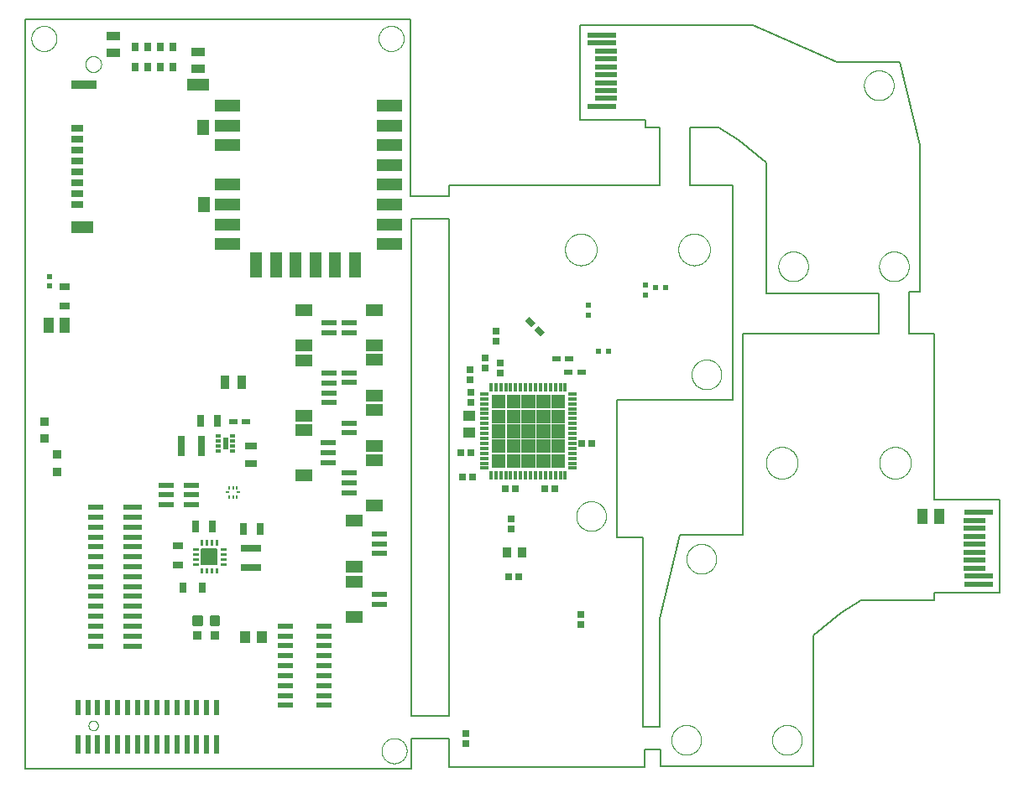
<source format=gbp>
G75*
%MOIN*%
%OFA0B0*%
%FSLAX25Y25*%
%IPPOS*%
%LPD*%
%AMOC8*
5,1,8,0,0,1.08239X$1,22.5*
%
%ADD10C,0.00000*%
%ADD11C,0.00500*%
%ADD12R,0.02165X0.02067*%
%ADD13R,0.03940X0.02760*%
%ADD14R,0.04400X0.05900*%
%ADD15R,0.03800X0.05700*%
%ADD16R,0.01969X0.01181*%
%ADD17R,0.01969X0.04724*%
%ADD18C,0.00378*%
%ADD19C,0.00661*%
%ADD20R,0.02760X0.03940*%
%ADD21R,0.02800X0.04900*%
%ADD22R,0.04900X0.02800*%
%ADD23R,0.07874X0.03150*%
%ADD24R,0.03150X0.07874*%
%ADD25R,0.03400X0.02400*%
%ADD26C,0.01181*%
%ADD27R,0.03800X0.03600*%
%ADD28R,0.06200X0.02300*%
%ADD29R,0.04882X0.03150*%
%ADD30R,0.09843X0.03740*%
%ADD31R,0.08661X0.04528*%
%ADD32R,0.04528X0.05906*%
%ADD33R,0.00866X0.01378*%
%ADD34R,0.01772X0.00866*%
%ADD35R,0.01378X0.00866*%
%ADD36R,0.02600X0.03700*%
%ADD37R,0.05700X0.03800*%
%ADD38R,0.09843X0.04724*%
%ADD39R,0.04724X0.09843*%
%ADD40R,0.06496X0.02362*%
%ADD41R,0.07283X0.02362*%
%ADD42R,0.02362X0.06496*%
%ADD43R,0.02362X0.07283*%
%ADD44R,0.06000X0.02300*%
%ADD45R,0.06102X0.02362*%
%ADD46R,0.07087X0.04724*%
%ADD47R,0.03959X0.04724*%
%ADD48R,0.03600X0.03800*%
%ADD49R,0.03200X0.01200*%
%ADD50R,0.01200X0.03200*%
%ADD51C,0.00100*%
%ADD52R,0.04724X0.03959*%
%ADD53R,0.02600X0.02600*%
%ADD54R,0.02400X0.02200*%
%ADD55R,0.02200X0.02400*%
%ADD56R,0.02800X0.02800*%
%ADD57R,0.03200X0.04200*%
%ADD58R,0.11811X0.02362*%
%ADD59R,0.08661X0.02362*%
D10*
X0063542Y0056068D02*
X0063544Y0056155D01*
X0063550Y0056242D01*
X0063560Y0056329D01*
X0063574Y0056415D01*
X0063592Y0056500D01*
X0063613Y0056584D01*
X0063639Y0056668D01*
X0063668Y0056750D01*
X0063702Y0056830D01*
X0063738Y0056909D01*
X0063779Y0056986D01*
X0063823Y0057062D01*
X0063870Y0057135D01*
X0063920Y0057206D01*
X0063974Y0057274D01*
X0064031Y0057340D01*
X0064091Y0057404D01*
X0064153Y0057464D01*
X0064219Y0057522D01*
X0064287Y0057576D01*
X0064357Y0057628D01*
X0064430Y0057676D01*
X0064505Y0057721D01*
X0064581Y0057762D01*
X0064660Y0057800D01*
X0064740Y0057834D01*
X0064822Y0057864D01*
X0064905Y0057890D01*
X0064989Y0057913D01*
X0065074Y0057932D01*
X0065160Y0057947D01*
X0065246Y0057958D01*
X0065333Y0057965D01*
X0065420Y0057968D01*
X0065507Y0057967D01*
X0065594Y0057962D01*
X0065681Y0057953D01*
X0065767Y0057940D01*
X0065853Y0057923D01*
X0065937Y0057902D01*
X0066021Y0057878D01*
X0066103Y0057849D01*
X0066184Y0057817D01*
X0066264Y0057781D01*
X0066341Y0057742D01*
X0066417Y0057699D01*
X0066491Y0057652D01*
X0066562Y0057603D01*
X0066631Y0057550D01*
X0066698Y0057493D01*
X0066762Y0057434D01*
X0066823Y0057372D01*
X0066882Y0057308D01*
X0066937Y0057240D01*
X0066989Y0057171D01*
X0067038Y0057099D01*
X0067084Y0057024D01*
X0067126Y0056948D01*
X0067164Y0056870D01*
X0067199Y0056790D01*
X0067231Y0056709D01*
X0067258Y0056626D01*
X0067282Y0056542D01*
X0067302Y0056457D01*
X0067318Y0056372D01*
X0067330Y0056285D01*
X0067338Y0056199D01*
X0067342Y0056112D01*
X0067342Y0056024D01*
X0067338Y0055937D01*
X0067330Y0055851D01*
X0067318Y0055764D01*
X0067302Y0055679D01*
X0067282Y0055594D01*
X0067258Y0055510D01*
X0067231Y0055427D01*
X0067199Y0055346D01*
X0067164Y0055266D01*
X0067126Y0055188D01*
X0067084Y0055112D01*
X0067038Y0055037D01*
X0066989Y0054965D01*
X0066937Y0054896D01*
X0066882Y0054828D01*
X0066823Y0054764D01*
X0066762Y0054702D01*
X0066698Y0054643D01*
X0066631Y0054586D01*
X0066562Y0054533D01*
X0066491Y0054484D01*
X0066417Y0054437D01*
X0066341Y0054394D01*
X0066264Y0054355D01*
X0066184Y0054319D01*
X0066103Y0054287D01*
X0066021Y0054258D01*
X0065937Y0054234D01*
X0065853Y0054213D01*
X0065767Y0054196D01*
X0065681Y0054183D01*
X0065594Y0054174D01*
X0065507Y0054169D01*
X0065420Y0054168D01*
X0065333Y0054171D01*
X0065246Y0054178D01*
X0065160Y0054189D01*
X0065074Y0054204D01*
X0064989Y0054223D01*
X0064905Y0054246D01*
X0064822Y0054272D01*
X0064740Y0054302D01*
X0064660Y0054336D01*
X0064581Y0054374D01*
X0064505Y0054415D01*
X0064430Y0054460D01*
X0064357Y0054508D01*
X0064287Y0054560D01*
X0064219Y0054614D01*
X0064153Y0054672D01*
X0064091Y0054732D01*
X0064031Y0054796D01*
X0063974Y0054862D01*
X0063920Y0054930D01*
X0063870Y0055001D01*
X0063823Y0055074D01*
X0063779Y0055150D01*
X0063738Y0055227D01*
X0063702Y0055306D01*
X0063668Y0055386D01*
X0063639Y0055468D01*
X0063613Y0055552D01*
X0063592Y0055636D01*
X0063574Y0055721D01*
X0063560Y0055807D01*
X0063550Y0055894D01*
X0063544Y0055981D01*
X0063542Y0056068D01*
X0179942Y0046033D02*
X0179944Y0046174D01*
X0179950Y0046315D01*
X0179960Y0046455D01*
X0179974Y0046595D01*
X0179992Y0046735D01*
X0180013Y0046874D01*
X0180039Y0047013D01*
X0180068Y0047151D01*
X0180102Y0047287D01*
X0180139Y0047423D01*
X0180180Y0047558D01*
X0180225Y0047692D01*
X0180274Y0047824D01*
X0180326Y0047955D01*
X0180382Y0048084D01*
X0180442Y0048211D01*
X0180505Y0048337D01*
X0180571Y0048461D01*
X0180642Y0048584D01*
X0180715Y0048704D01*
X0180792Y0048822D01*
X0180872Y0048938D01*
X0180956Y0049051D01*
X0181042Y0049162D01*
X0181132Y0049271D01*
X0181225Y0049377D01*
X0181320Y0049480D01*
X0181419Y0049581D01*
X0181520Y0049679D01*
X0181624Y0049774D01*
X0181731Y0049866D01*
X0181840Y0049955D01*
X0181952Y0050040D01*
X0182066Y0050123D01*
X0182182Y0050203D01*
X0182301Y0050279D01*
X0182422Y0050351D01*
X0182544Y0050421D01*
X0182669Y0050486D01*
X0182795Y0050549D01*
X0182923Y0050607D01*
X0183053Y0050662D01*
X0183184Y0050714D01*
X0183317Y0050761D01*
X0183451Y0050805D01*
X0183586Y0050846D01*
X0183722Y0050882D01*
X0183859Y0050914D01*
X0183997Y0050943D01*
X0184135Y0050968D01*
X0184275Y0050988D01*
X0184415Y0051005D01*
X0184555Y0051018D01*
X0184696Y0051027D01*
X0184836Y0051032D01*
X0184977Y0051033D01*
X0185118Y0051030D01*
X0185259Y0051023D01*
X0185399Y0051012D01*
X0185539Y0050997D01*
X0185679Y0050978D01*
X0185818Y0050956D01*
X0185956Y0050929D01*
X0186094Y0050899D01*
X0186230Y0050864D01*
X0186366Y0050826D01*
X0186500Y0050784D01*
X0186634Y0050738D01*
X0186766Y0050689D01*
X0186896Y0050635D01*
X0187025Y0050578D01*
X0187152Y0050518D01*
X0187278Y0050454D01*
X0187401Y0050386D01*
X0187523Y0050315D01*
X0187643Y0050241D01*
X0187760Y0050163D01*
X0187875Y0050082D01*
X0187988Y0049998D01*
X0188099Y0049911D01*
X0188207Y0049820D01*
X0188312Y0049727D01*
X0188415Y0049630D01*
X0188515Y0049531D01*
X0188612Y0049429D01*
X0188706Y0049324D01*
X0188797Y0049217D01*
X0188885Y0049107D01*
X0188970Y0048995D01*
X0189052Y0048880D01*
X0189131Y0048763D01*
X0189206Y0048644D01*
X0189278Y0048523D01*
X0189346Y0048400D01*
X0189411Y0048275D01*
X0189473Y0048148D01*
X0189530Y0048019D01*
X0189585Y0047889D01*
X0189635Y0047758D01*
X0189682Y0047625D01*
X0189725Y0047491D01*
X0189764Y0047355D01*
X0189799Y0047219D01*
X0189831Y0047082D01*
X0189858Y0046944D01*
X0189882Y0046805D01*
X0189902Y0046665D01*
X0189918Y0046525D01*
X0189930Y0046385D01*
X0189938Y0046244D01*
X0189942Y0046103D01*
X0189942Y0045963D01*
X0189938Y0045822D01*
X0189930Y0045681D01*
X0189918Y0045541D01*
X0189902Y0045401D01*
X0189882Y0045261D01*
X0189858Y0045122D01*
X0189831Y0044984D01*
X0189799Y0044847D01*
X0189764Y0044711D01*
X0189725Y0044575D01*
X0189682Y0044441D01*
X0189635Y0044308D01*
X0189585Y0044177D01*
X0189530Y0044047D01*
X0189473Y0043918D01*
X0189411Y0043791D01*
X0189346Y0043666D01*
X0189278Y0043543D01*
X0189206Y0043422D01*
X0189131Y0043303D01*
X0189052Y0043186D01*
X0188970Y0043071D01*
X0188885Y0042959D01*
X0188797Y0042849D01*
X0188706Y0042742D01*
X0188612Y0042637D01*
X0188515Y0042535D01*
X0188415Y0042436D01*
X0188312Y0042339D01*
X0188207Y0042246D01*
X0188099Y0042155D01*
X0187988Y0042068D01*
X0187875Y0041984D01*
X0187760Y0041903D01*
X0187643Y0041825D01*
X0187523Y0041751D01*
X0187401Y0041680D01*
X0187278Y0041612D01*
X0187152Y0041548D01*
X0187025Y0041488D01*
X0186896Y0041431D01*
X0186766Y0041377D01*
X0186634Y0041328D01*
X0186500Y0041282D01*
X0186366Y0041240D01*
X0186230Y0041202D01*
X0186094Y0041167D01*
X0185956Y0041137D01*
X0185818Y0041110D01*
X0185679Y0041088D01*
X0185539Y0041069D01*
X0185399Y0041054D01*
X0185259Y0041043D01*
X0185118Y0041036D01*
X0184977Y0041033D01*
X0184836Y0041034D01*
X0184696Y0041039D01*
X0184555Y0041048D01*
X0184415Y0041061D01*
X0184275Y0041078D01*
X0184135Y0041098D01*
X0183997Y0041123D01*
X0183859Y0041152D01*
X0183722Y0041184D01*
X0183586Y0041220D01*
X0183451Y0041261D01*
X0183317Y0041305D01*
X0183184Y0041352D01*
X0183053Y0041404D01*
X0182923Y0041459D01*
X0182795Y0041517D01*
X0182669Y0041580D01*
X0182544Y0041645D01*
X0182422Y0041715D01*
X0182301Y0041787D01*
X0182182Y0041863D01*
X0182066Y0041943D01*
X0181952Y0042026D01*
X0181840Y0042111D01*
X0181731Y0042200D01*
X0181624Y0042292D01*
X0181520Y0042387D01*
X0181419Y0042485D01*
X0181320Y0042586D01*
X0181225Y0042689D01*
X0181132Y0042795D01*
X0181042Y0042904D01*
X0180956Y0043015D01*
X0180872Y0043128D01*
X0180792Y0043244D01*
X0180715Y0043362D01*
X0180642Y0043482D01*
X0180571Y0043605D01*
X0180505Y0043729D01*
X0180442Y0043855D01*
X0180382Y0043982D01*
X0180326Y0044111D01*
X0180274Y0044242D01*
X0180225Y0044374D01*
X0180180Y0044508D01*
X0180139Y0044643D01*
X0180102Y0044779D01*
X0180068Y0044915D01*
X0180039Y0045053D01*
X0180013Y0045192D01*
X0179992Y0045331D01*
X0179974Y0045471D01*
X0179960Y0045611D01*
X0179950Y0045751D01*
X0179944Y0045892D01*
X0179942Y0046033D01*
X0257263Y0139317D02*
X0257265Y0139470D01*
X0257271Y0139624D01*
X0257281Y0139777D01*
X0257295Y0139929D01*
X0257313Y0140082D01*
X0257335Y0140233D01*
X0257360Y0140384D01*
X0257390Y0140535D01*
X0257424Y0140685D01*
X0257461Y0140833D01*
X0257502Y0140981D01*
X0257547Y0141127D01*
X0257596Y0141273D01*
X0257649Y0141417D01*
X0257705Y0141559D01*
X0257765Y0141700D01*
X0257829Y0141840D01*
X0257896Y0141978D01*
X0257967Y0142114D01*
X0258042Y0142248D01*
X0258119Y0142380D01*
X0258201Y0142510D01*
X0258285Y0142638D01*
X0258373Y0142764D01*
X0258464Y0142887D01*
X0258558Y0143008D01*
X0258656Y0143126D01*
X0258756Y0143242D01*
X0258860Y0143355D01*
X0258966Y0143466D01*
X0259075Y0143574D01*
X0259187Y0143679D01*
X0259301Y0143780D01*
X0259419Y0143879D01*
X0259538Y0143975D01*
X0259660Y0144068D01*
X0259785Y0144157D01*
X0259912Y0144244D01*
X0260041Y0144326D01*
X0260172Y0144406D01*
X0260305Y0144482D01*
X0260440Y0144555D01*
X0260577Y0144624D01*
X0260716Y0144689D01*
X0260856Y0144751D01*
X0260998Y0144809D01*
X0261141Y0144864D01*
X0261286Y0144915D01*
X0261432Y0144962D01*
X0261579Y0145005D01*
X0261727Y0145044D01*
X0261876Y0145080D01*
X0262026Y0145111D01*
X0262177Y0145139D01*
X0262328Y0145163D01*
X0262481Y0145183D01*
X0262633Y0145199D01*
X0262786Y0145211D01*
X0262939Y0145219D01*
X0263092Y0145223D01*
X0263246Y0145223D01*
X0263399Y0145219D01*
X0263552Y0145211D01*
X0263705Y0145199D01*
X0263857Y0145183D01*
X0264010Y0145163D01*
X0264161Y0145139D01*
X0264312Y0145111D01*
X0264462Y0145080D01*
X0264611Y0145044D01*
X0264759Y0145005D01*
X0264906Y0144962D01*
X0265052Y0144915D01*
X0265197Y0144864D01*
X0265340Y0144809D01*
X0265482Y0144751D01*
X0265622Y0144689D01*
X0265761Y0144624D01*
X0265898Y0144555D01*
X0266033Y0144482D01*
X0266166Y0144406D01*
X0266297Y0144326D01*
X0266426Y0144244D01*
X0266553Y0144157D01*
X0266678Y0144068D01*
X0266800Y0143975D01*
X0266919Y0143879D01*
X0267037Y0143780D01*
X0267151Y0143679D01*
X0267263Y0143574D01*
X0267372Y0143466D01*
X0267478Y0143355D01*
X0267582Y0143242D01*
X0267682Y0143126D01*
X0267780Y0143008D01*
X0267874Y0142887D01*
X0267965Y0142764D01*
X0268053Y0142638D01*
X0268137Y0142510D01*
X0268219Y0142380D01*
X0268296Y0142248D01*
X0268371Y0142114D01*
X0268442Y0141978D01*
X0268509Y0141840D01*
X0268573Y0141700D01*
X0268633Y0141559D01*
X0268689Y0141417D01*
X0268742Y0141273D01*
X0268791Y0141127D01*
X0268836Y0140981D01*
X0268877Y0140833D01*
X0268914Y0140685D01*
X0268948Y0140535D01*
X0268978Y0140384D01*
X0269003Y0140233D01*
X0269025Y0140082D01*
X0269043Y0139929D01*
X0269057Y0139777D01*
X0269067Y0139624D01*
X0269073Y0139470D01*
X0269075Y0139317D01*
X0269073Y0139164D01*
X0269067Y0139010D01*
X0269057Y0138857D01*
X0269043Y0138705D01*
X0269025Y0138552D01*
X0269003Y0138401D01*
X0268978Y0138250D01*
X0268948Y0138099D01*
X0268914Y0137949D01*
X0268877Y0137801D01*
X0268836Y0137653D01*
X0268791Y0137507D01*
X0268742Y0137361D01*
X0268689Y0137217D01*
X0268633Y0137075D01*
X0268573Y0136934D01*
X0268509Y0136794D01*
X0268442Y0136656D01*
X0268371Y0136520D01*
X0268296Y0136386D01*
X0268219Y0136254D01*
X0268137Y0136124D01*
X0268053Y0135996D01*
X0267965Y0135870D01*
X0267874Y0135747D01*
X0267780Y0135626D01*
X0267682Y0135508D01*
X0267582Y0135392D01*
X0267478Y0135279D01*
X0267372Y0135168D01*
X0267263Y0135060D01*
X0267151Y0134955D01*
X0267037Y0134854D01*
X0266919Y0134755D01*
X0266800Y0134659D01*
X0266678Y0134566D01*
X0266553Y0134477D01*
X0266426Y0134390D01*
X0266297Y0134308D01*
X0266166Y0134228D01*
X0266033Y0134152D01*
X0265898Y0134079D01*
X0265761Y0134010D01*
X0265622Y0133945D01*
X0265482Y0133883D01*
X0265340Y0133825D01*
X0265197Y0133770D01*
X0265052Y0133719D01*
X0264906Y0133672D01*
X0264759Y0133629D01*
X0264611Y0133590D01*
X0264462Y0133554D01*
X0264312Y0133523D01*
X0264161Y0133495D01*
X0264010Y0133471D01*
X0263857Y0133451D01*
X0263705Y0133435D01*
X0263552Y0133423D01*
X0263399Y0133415D01*
X0263246Y0133411D01*
X0263092Y0133411D01*
X0262939Y0133415D01*
X0262786Y0133423D01*
X0262633Y0133435D01*
X0262481Y0133451D01*
X0262328Y0133471D01*
X0262177Y0133495D01*
X0262026Y0133523D01*
X0261876Y0133554D01*
X0261727Y0133590D01*
X0261579Y0133629D01*
X0261432Y0133672D01*
X0261286Y0133719D01*
X0261141Y0133770D01*
X0260998Y0133825D01*
X0260856Y0133883D01*
X0260716Y0133945D01*
X0260577Y0134010D01*
X0260440Y0134079D01*
X0260305Y0134152D01*
X0260172Y0134228D01*
X0260041Y0134308D01*
X0259912Y0134390D01*
X0259785Y0134477D01*
X0259660Y0134566D01*
X0259538Y0134659D01*
X0259419Y0134755D01*
X0259301Y0134854D01*
X0259187Y0134955D01*
X0259075Y0135060D01*
X0258966Y0135168D01*
X0258860Y0135279D01*
X0258756Y0135392D01*
X0258656Y0135508D01*
X0258558Y0135626D01*
X0258464Y0135747D01*
X0258373Y0135870D01*
X0258285Y0135996D01*
X0258201Y0136124D01*
X0258119Y0136254D01*
X0258042Y0136386D01*
X0257967Y0136520D01*
X0257896Y0136656D01*
X0257829Y0136794D01*
X0257765Y0136934D01*
X0257705Y0137075D01*
X0257649Y0137217D01*
X0257596Y0137361D01*
X0257547Y0137507D01*
X0257502Y0137653D01*
X0257461Y0137801D01*
X0257424Y0137949D01*
X0257390Y0138099D01*
X0257360Y0138250D01*
X0257335Y0138401D01*
X0257313Y0138552D01*
X0257295Y0138705D01*
X0257281Y0138857D01*
X0257271Y0139010D01*
X0257265Y0139164D01*
X0257263Y0139317D01*
X0301036Y0122333D02*
X0301038Y0122486D01*
X0301044Y0122640D01*
X0301054Y0122793D01*
X0301068Y0122945D01*
X0301086Y0123098D01*
X0301108Y0123249D01*
X0301133Y0123400D01*
X0301163Y0123551D01*
X0301197Y0123701D01*
X0301234Y0123849D01*
X0301275Y0123997D01*
X0301320Y0124143D01*
X0301369Y0124289D01*
X0301422Y0124433D01*
X0301478Y0124575D01*
X0301538Y0124716D01*
X0301602Y0124856D01*
X0301669Y0124994D01*
X0301740Y0125130D01*
X0301815Y0125264D01*
X0301892Y0125396D01*
X0301974Y0125526D01*
X0302058Y0125654D01*
X0302146Y0125780D01*
X0302237Y0125903D01*
X0302331Y0126024D01*
X0302429Y0126142D01*
X0302529Y0126258D01*
X0302633Y0126371D01*
X0302739Y0126482D01*
X0302848Y0126590D01*
X0302960Y0126695D01*
X0303074Y0126796D01*
X0303192Y0126895D01*
X0303311Y0126991D01*
X0303433Y0127084D01*
X0303558Y0127173D01*
X0303685Y0127260D01*
X0303814Y0127342D01*
X0303945Y0127422D01*
X0304078Y0127498D01*
X0304213Y0127571D01*
X0304350Y0127640D01*
X0304489Y0127705D01*
X0304629Y0127767D01*
X0304771Y0127825D01*
X0304914Y0127880D01*
X0305059Y0127931D01*
X0305205Y0127978D01*
X0305352Y0128021D01*
X0305500Y0128060D01*
X0305649Y0128096D01*
X0305799Y0128127D01*
X0305950Y0128155D01*
X0306101Y0128179D01*
X0306254Y0128199D01*
X0306406Y0128215D01*
X0306559Y0128227D01*
X0306712Y0128235D01*
X0306865Y0128239D01*
X0307019Y0128239D01*
X0307172Y0128235D01*
X0307325Y0128227D01*
X0307478Y0128215D01*
X0307630Y0128199D01*
X0307783Y0128179D01*
X0307934Y0128155D01*
X0308085Y0128127D01*
X0308235Y0128096D01*
X0308384Y0128060D01*
X0308532Y0128021D01*
X0308679Y0127978D01*
X0308825Y0127931D01*
X0308970Y0127880D01*
X0309113Y0127825D01*
X0309255Y0127767D01*
X0309395Y0127705D01*
X0309534Y0127640D01*
X0309671Y0127571D01*
X0309806Y0127498D01*
X0309939Y0127422D01*
X0310070Y0127342D01*
X0310199Y0127260D01*
X0310326Y0127173D01*
X0310451Y0127084D01*
X0310573Y0126991D01*
X0310692Y0126895D01*
X0310810Y0126796D01*
X0310924Y0126695D01*
X0311036Y0126590D01*
X0311145Y0126482D01*
X0311251Y0126371D01*
X0311355Y0126258D01*
X0311455Y0126142D01*
X0311553Y0126024D01*
X0311647Y0125903D01*
X0311738Y0125780D01*
X0311826Y0125654D01*
X0311910Y0125526D01*
X0311992Y0125396D01*
X0312069Y0125264D01*
X0312144Y0125130D01*
X0312215Y0124994D01*
X0312282Y0124856D01*
X0312346Y0124716D01*
X0312406Y0124575D01*
X0312462Y0124433D01*
X0312515Y0124289D01*
X0312564Y0124143D01*
X0312609Y0123997D01*
X0312650Y0123849D01*
X0312687Y0123701D01*
X0312721Y0123551D01*
X0312751Y0123400D01*
X0312776Y0123249D01*
X0312798Y0123098D01*
X0312816Y0122945D01*
X0312830Y0122793D01*
X0312840Y0122640D01*
X0312846Y0122486D01*
X0312848Y0122333D01*
X0312846Y0122180D01*
X0312840Y0122026D01*
X0312830Y0121873D01*
X0312816Y0121721D01*
X0312798Y0121568D01*
X0312776Y0121417D01*
X0312751Y0121266D01*
X0312721Y0121115D01*
X0312687Y0120965D01*
X0312650Y0120817D01*
X0312609Y0120669D01*
X0312564Y0120523D01*
X0312515Y0120377D01*
X0312462Y0120233D01*
X0312406Y0120091D01*
X0312346Y0119950D01*
X0312282Y0119810D01*
X0312215Y0119672D01*
X0312144Y0119536D01*
X0312069Y0119402D01*
X0311992Y0119270D01*
X0311910Y0119140D01*
X0311826Y0119012D01*
X0311738Y0118886D01*
X0311647Y0118763D01*
X0311553Y0118642D01*
X0311455Y0118524D01*
X0311355Y0118408D01*
X0311251Y0118295D01*
X0311145Y0118184D01*
X0311036Y0118076D01*
X0310924Y0117971D01*
X0310810Y0117870D01*
X0310692Y0117771D01*
X0310573Y0117675D01*
X0310451Y0117582D01*
X0310326Y0117493D01*
X0310199Y0117406D01*
X0310070Y0117324D01*
X0309939Y0117244D01*
X0309806Y0117168D01*
X0309671Y0117095D01*
X0309534Y0117026D01*
X0309395Y0116961D01*
X0309255Y0116899D01*
X0309113Y0116841D01*
X0308970Y0116786D01*
X0308825Y0116735D01*
X0308679Y0116688D01*
X0308532Y0116645D01*
X0308384Y0116606D01*
X0308235Y0116570D01*
X0308085Y0116539D01*
X0307934Y0116511D01*
X0307783Y0116487D01*
X0307630Y0116467D01*
X0307478Y0116451D01*
X0307325Y0116439D01*
X0307172Y0116431D01*
X0307019Y0116427D01*
X0306865Y0116427D01*
X0306712Y0116431D01*
X0306559Y0116439D01*
X0306406Y0116451D01*
X0306254Y0116467D01*
X0306101Y0116487D01*
X0305950Y0116511D01*
X0305799Y0116539D01*
X0305649Y0116570D01*
X0305500Y0116606D01*
X0305352Y0116645D01*
X0305205Y0116688D01*
X0305059Y0116735D01*
X0304914Y0116786D01*
X0304771Y0116841D01*
X0304629Y0116899D01*
X0304489Y0116961D01*
X0304350Y0117026D01*
X0304213Y0117095D01*
X0304078Y0117168D01*
X0303945Y0117244D01*
X0303814Y0117324D01*
X0303685Y0117406D01*
X0303558Y0117493D01*
X0303433Y0117582D01*
X0303311Y0117675D01*
X0303192Y0117771D01*
X0303074Y0117870D01*
X0302960Y0117971D01*
X0302848Y0118076D01*
X0302739Y0118184D01*
X0302633Y0118295D01*
X0302529Y0118408D01*
X0302429Y0118524D01*
X0302331Y0118642D01*
X0302237Y0118763D01*
X0302146Y0118886D01*
X0302058Y0119012D01*
X0301974Y0119140D01*
X0301892Y0119270D01*
X0301815Y0119402D01*
X0301740Y0119536D01*
X0301669Y0119672D01*
X0301602Y0119810D01*
X0301538Y0119950D01*
X0301478Y0120091D01*
X0301422Y0120233D01*
X0301369Y0120377D01*
X0301320Y0120523D01*
X0301275Y0120669D01*
X0301234Y0120817D01*
X0301197Y0120965D01*
X0301163Y0121115D01*
X0301133Y0121266D01*
X0301108Y0121417D01*
X0301086Y0121568D01*
X0301068Y0121721D01*
X0301054Y0121873D01*
X0301044Y0122026D01*
X0301038Y0122180D01*
X0301036Y0122333D01*
X0332581Y0160523D02*
X0332583Y0160681D01*
X0332589Y0160839D01*
X0332599Y0160997D01*
X0332613Y0161155D01*
X0332631Y0161312D01*
X0332652Y0161469D01*
X0332678Y0161625D01*
X0332708Y0161781D01*
X0332741Y0161936D01*
X0332779Y0162089D01*
X0332820Y0162242D01*
X0332865Y0162394D01*
X0332914Y0162545D01*
X0332967Y0162694D01*
X0333023Y0162842D01*
X0333083Y0162988D01*
X0333147Y0163133D01*
X0333215Y0163276D01*
X0333286Y0163418D01*
X0333360Y0163558D01*
X0333438Y0163695D01*
X0333520Y0163831D01*
X0333604Y0163965D01*
X0333693Y0164096D01*
X0333784Y0164225D01*
X0333879Y0164352D01*
X0333976Y0164477D01*
X0334077Y0164599D01*
X0334181Y0164718D01*
X0334288Y0164835D01*
X0334398Y0164949D01*
X0334511Y0165060D01*
X0334626Y0165169D01*
X0334744Y0165274D01*
X0334865Y0165376D01*
X0334988Y0165476D01*
X0335114Y0165572D01*
X0335242Y0165665D01*
X0335372Y0165755D01*
X0335505Y0165841D01*
X0335640Y0165925D01*
X0335776Y0166004D01*
X0335915Y0166081D01*
X0336056Y0166153D01*
X0336198Y0166223D01*
X0336342Y0166288D01*
X0336488Y0166350D01*
X0336635Y0166408D01*
X0336784Y0166463D01*
X0336934Y0166514D01*
X0337085Y0166561D01*
X0337237Y0166604D01*
X0337390Y0166643D01*
X0337545Y0166679D01*
X0337700Y0166710D01*
X0337856Y0166738D01*
X0338012Y0166762D01*
X0338169Y0166782D01*
X0338327Y0166798D01*
X0338484Y0166810D01*
X0338643Y0166818D01*
X0338801Y0166822D01*
X0338959Y0166822D01*
X0339117Y0166818D01*
X0339276Y0166810D01*
X0339433Y0166798D01*
X0339591Y0166782D01*
X0339748Y0166762D01*
X0339904Y0166738D01*
X0340060Y0166710D01*
X0340215Y0166679D01*
X0340370Y0166643D01*
X0340523Y0166604D01*
X0340675Y0166561D01*
X0340826Y0166514D01*
X0340976Y0166463D01*
X0341125Y0166408D01*
X0341272Y0166350D01*
X0341418Y0166288D01*
X0341562Y0166223D01*
X0341704Y0166153D01*
X0341845Y0166081D01*
X0341984Y0166004D01*
X0342120Y0165925D01*
X0342255Y0165841D01*
X0342388Y0165755D01*
X0342518Y0165665D01*
X0342646Y0165572D01*
X0342772Y0165476D01*
X0342895Y0165376D01*
X0343016Y0165274D01*
X0343134Y0165169D01*
X0343249Y0165060D01*
X0343362Y0164949D01*
X0343472Y0164835D01*
X0343579Y0164718D01*
X0343683Y0164599D01*
X0343784Y0164477D01*
X0343881Y0164352D01*
X0343976Y0164225D01*
X0344067Y0164096D01*
X0344156Y0163965D01*
X0344240Y0163831D01*
X0344322Y0163695D01*
X0344400Y0163558D01*
X0344474Y0163418D01*
X0344545Y0163276D01*
X0344613Y0163133D01*
X0344677Y0162988D01*
X0344737Y0162842D01*
X0344793Y0162694D01*
X0344846Y0162545D01*
X0344895Y0162394D01*
X0344940Y0162242D01*
X0344981Y0162089D01*
X0345019Y0161936D01*
X0345052Y0161781D01*
X0345082Y0161625D01*
X0345108Y0161469D01*
X0345129Y0161312D01*
X0345147Y0161155D01*
X0345161Y0160997D01*
X0345171Y0160839D01*
X0345177Y0160681D01*
X0345179Y0160523D01*
X0345177Y0160365D01*
X0345171Y0160207D01*
X0345161Y0160049D01*
X0345147Y0159891D01*
X0345129Y0159734D01*
X0345108Y0159577D01*
X0345082Y0159421D01*
X0345052Y0159265D01*
X0345019Y0159110D01*
X0344981Y0158957D01*
X0344940Y0158804D01*
X0344895Y0158652D01*
X0344846Y0158501D01*
X0344793Y0158352D01*
X0344737Y0158204D01*
X0344677Y0158058D01*
X0344613Y0157913D01*
X0344545Y0157770D01*
X0344474Y0157628D01*
X0344400Y0157488D01*
X0344322Y0157351D01*
X0344240Y0157215D01*
X0344156Y0157081D01*
X0344067Y0156950D01*
X0343976Y0156821D01*
X0343881Y0156694D01*
X0343784Y0156569D01*
X0343683Y0156447D01*
X0343579Y0156328D01*
X0343472Y0156211D01*
X0343362Y0156097D01*
X0343249Y0155986D01*
X0343134Y0155877D01*
X0343016Y0155772D01*
X0342895Y0155670D01*
X0342772Y0155570D01*
X0342646Y0155474D01*
X0342518Y0155381D01*
X0342388Y0155291D01*
X0342255Y0155205D01*
X0342120Y0155121D01*
X0341984Y0155042D01*
X0341845Y0154965D01*
X0341704Y0154893D01*
X0341562Y0154823D01*
X0341418Y0154758D01*
X0341272Y0154696D01*
X0341125Y0154638D01*
X0340976Y0154583D01*
X0340826Y0154532D01*
X0340675Y0154485D01*
X0340523Y0154442D01*
X0340370Y0154403D01*
X0340215Y0154367D01*
X0340060Y0154336D01*
X0339904Y0154308D01*
X0339748Y0154284D01*
X0339591Y0154264D01*
X0339433Y0154248D01*
X0339276Y0154236D01*
X0339117Y0154228D01*
X0338959Y0154224D01*
X0338801Y0154224D01*
X0338643Y0154228D01*
X0338484Y0154236D01*
X0338327Y0154248D01*
X0338169Y0154264D01*
X0338012Y0154284D01*
X0337856Y0154308D01*
X0337700Y0154336D01*
X0337545Y0154367D01*
X0337390Y0154403D01*
X0337237Y0154442D01*
X0337085Y0154485D01*
X0336934Y0154532D01*
X0336784Y0154583D01*
X0336635Y0154638D01*
X0336488Y0154696D01*
X0336342Y0154758D01*
X0336198Y0154823D01*
X0336056Y0154893D01*
X0335915Y0154965D01*
X0335776Y0155042D01*
X0335640Y0155121D01*
X0335505Y0155205D01*
X0335372Y0155291D01*
X0335242Y0155381D01*
X0335114Y0155474D01*
X0334988Y0155570D01*
X0334865Y0155670D01*
X0334744Y0155772D01*
X0334626Y0155877D01*
X0334511Y0155986D01*
X0334398Y0156097D01*
X0334288Y0156211D01*
X0334181Y0156328D01*
X0334077Y0156447D01*
X0333976Y0156569D01*
X0333879Y0156694D01*
X0333784Y0156821D01*
X0333693Y0156950D01*
X0333604Y0157081D01*
X0333520Y0157215D01*
X0333438Y0157351D01*
X0333360Y0157488D01*
X0333286Y0157628D01*
X0333215Y0157770D01*
X0333147Y0157913D01*
X0333083Y0158058D01*
X0333023Y0158204D01*
X0332967Y0158352D01*
X0332914Y0158501D01*
X0332865Y0158652D01*
X0332820Y0158804D01*
X0332779Y0158957D01*
X0332741Y0159110D01*
X0332708Y0159265D01*
X0332678Y0159421D01*
X0332652Y0159577D01*
X0332631Y0159734D01*
X0332613Y0159891D01*
X0332599Y0160049D01*
X0332589Y0160207D01*
X0332583Y0160365D01*
X0332581Y0160523D01*
X0303063Y0195635D02*
X0303065Y0195788D01*
X0303071Y0195942D01*
X0303081Y0196095D01*
X0303095Y0196247D01*
X0303113Y0196400D01*
X0303135Y0196551D01*
X0303160Y0196702D01*
X0303190Y0196853D01*
X0303224Y0197003D01*
X0303261Y0197151D01*
X0303302Y0197299D01*
X0303347Y0197445D01*
X0303396Y0197591D01*
X0303449Y0197735D01*
X0303505Y0197877D01*
X0303565Y0198018D01*
X0303629Y0198158D01*
X0303696Y0198296D01*
X0303767Y0198432D01*
X0303842Y0198566D01*
X0303919Y0198698D01*
X0304001Y0198828D01*
X0304085Y0198956D01*
X0304173Y0199082D01*
X0304264Y0199205D01*
X0304358Y0199326D01*
X0304456Y0199444D01*
X0304556Y0199560D01*
X0304660Y0199673D01*
X0304766Y0199784D01*
X0304875Y0199892D01*
X0304987Y0199997D01*
X0305101Y0200098D01*
X0305219Y0200197D01*
X0305338Y0200293D01*
X0305460Y0200386D01*
X0305585Y0200475D01*
X0305712Y0200562D01*
X0305841Y0200644D01*
X0305972Y0200724D01*
X0306105Y0200800D01*
X0306240Y0200873D01*
X0306377Y0200942D01*
X0306516Y0201007D01*
X0306656Y0201069D01*
X0306798Y0201127D01*
X0306941Y0201182D01*
X0307086Y0201233D01*
X0307232Y0201280D01*
X0307379Y0201323D01*
X0307527Y0201362D01*
X0307676Y0201398D01*
X0307826Y0201429D01*
X0307977Y0201457D01*
X0308128Y0201481D01*
X0308281Y0201501D01*
X0308433Y0201517D01*
X0308586Y0201529D01*
X0308739Y0201537D01*
X0308892Y0201541D01*
X0309046Y0201541D01*
X0309199Y0201537D01*
X0309352Y0201529D01*
X0309505Y0201517D01*
X0309657Y0201501D01*
X0309810Y0201481D01*
X0309961Y0201457D01*
X0310112Y0201429D01*
X0310262Y0201398D01*
X0310411Y0201362D01*
X0310559Y0201323D01*
X0310706Y0201280D01*
X0310852Y0201233D01*
X0310997Y0201182D01*
X0311140Y0201127D01*
X0311282Y0201069D01*
X0311422Y0201007D01*
X0311561Y0200942D01*
X0311698Y0200873D01*
X0311833Y0200800D01*
X0311966Y0200724D01*
X0312097Y0200644D01*
X0312226Y0200562D01*
X0312353Y0200475D01*
X0312478Y0200386D01*
X0312600Y0200293D01*
X0312719Y0200197D01*
X0312837Y0200098D01*
X0312951Y0199997D01*
X0313063Y0199892D01*
X0313172Y0199784D01*
X0313278Y0199673D01*
X0313382Y0199560D01*
X0313482Y0199444D01*
X0313580Y0199326D01*
X0313674Y0199205D01*
X0313765Y0199082D01*
X0313853Y0198956D01*
X0313937Y0198828D01*
X0314019Y0198698D01*
X0314096Y0198566D01*
X0314171Y0198432D01*
X0314242Y0198296D01*
X0314309Y0198158D01*
X0314373Y0198018D01*
X0314433Y0197877D01*
X0314489Y0197735D01*
X0314542Y0197591D01*
X0314591Y0197445D01*
X0314636Y0197299D01*
X0314677Y0197151D01*
X0314714Y0197003D01*
X0314748Y0196853D01*
X0314778Y0196702D01*
X0314803Y0196551D01*
X0314825Y0196400D01*
X0314843Y0196247D01*
X0314857Y0196095D01*
X0314867Y0195942D01*
X0314873Y0195788D01*
X0314875Y0195635D01*
X0314873Y0195482D01*
X0314867Y0195328D01*
X0314857Y0195175D01*
X0314843Y0195023D01*
X0314825Y0194870D01*
X0314803Y0194719D01*
X0314778Y0194568D01*
X0314748Y0194417D01*
X0314714Y0194267D01*
X0314677Y0194119D01*
X0314636Y0193971D01*
X0314591Y0193825D01*
X0314542Y0193679D01*
X0314489Y0193535D01*
X0314433Y0193393D01*
X0314373Y0193252D01*
X0314309Y0193112D01*
X0314242Y0192974D01*
X0314171Y0192838D01*
X0314096Y0192704D01*
X0314019Y0192572D01*
X0313937Y0192442D01*
X0313853Y0192314D01*
X0313765Y0192188D01*
X0313674Y0192065D01*
X0313580Y0191944D01*
X0313482Y0191826D01*
X0313382Y0191710D01*
X0313278Y0191597D01*
X0313172Y0191486D01*
X0313063Y0191378D01*
X0312951Y0191273D01*
X0312837Y0191172D01*
X0312719Y0191073D01*
X0312600Y0190977D01*
X0312478Y0190884D01*
X0312353Y0190795D01*
X0312226Y0190708D01*
X0312097Y0190626D01*
X0311966Y0190546D01*
X0311833Y0190470D01*
X0311698Y0190397D01*
X0311561Y0190328D01*
X0311422Y0190263D01*
X0311282Y0190201D01*
X0311140Y0190143D01*
X0310997Y0190088D01*
X0310852Y0190037D01*
X0310706Y0189990D01*
X0310559Y0189947D01*
X0310411Y0189908D01*
X0310262Y0189872D01*
X0310112Y0189841D01*
X0309961Y0189813D01*
X0309810Y0189789D01*
X0309657Y0189769D01*
X0309505Y0189753D01*
X0309352Y0189741D01*
X0309199Y0189733D01*
X0309046Y0189729D01*
X0308892Y0189729D01*
X0308739Y0189733D01*
X0308586Y0189741D01*
X0308433Y0189753D01*
X0308281Y0189769D01*
X0308128Y0189789D01*
X0307977Y0189813D01*
X0307826Y0189841D01*
X0307676Y0189872D01*
X0307527Y0189908D01*
X0307379Y0189947D01*
X0307232Y0189990D01*
X0307086Y0190037D01*
X0306941Y0190088D01*
X0306798Y0190143D01*
X0306656Y0190201D01*
X0306516Y0190263D01*
X0306377Y0190328D01*
X0306240Y0190397D01*
X0306105Y0190470D01*
X0305972Y0190546D01*
X0305841Y0190626D01*
X0305712Y0190708D01*
X0305585Y0190795D01*
X0305460Y0190884D01*
X0305338Y0190977D01*
X0305219Y0191073D01*
X0305101Y0191172D01*
X0304987Y0191273D01*
X0304875Y0191378D01*
X0304766Y0191486D01*
X0304660Y0191597D01*
X0304556Y0191710D01*
X0304456Y0191826D01*
X0304358Y0191944D01*
X0304264Y0192065D01*
X0304173Y0192188D01*
X0304085Y0192314D01*
X0304001Y0192442D01*
X0303919Y0192572D01*
X0303842Y0192704D01*
X0303767Y0192838D01*
X0303696Y0192974D01*
X0303629Y0193112D01*
X0303565Y0193252D01*
X0303505Y0193393D01*
X0303449Y0193535D01*
X0303396Y0193679D01*
X0303347Y0193825D01*
X0303302Y0193971D01*
X0303261Y0194119D01*
X0303224Y0194267D01*
X0303190Y0194417D01*
X0303160Y0194568D01*
X0303135Y0194719D01*
X0303113Y0194870D01*
X0303095Y0195023D01*
X0303081Y0195175D01*
X0303071Y0195328D01*
X0303065Y0195482D01*
X0303063Y0195635D01*
X0337536Y0238633D02*
X0337538Y0238786D01*
X0337544Y0238940D01*
X0337554Y0239093D01*
X0337568Y0239245D01*
X0337586Y0239398D01*
X0337608Y0239549D01*
X0337633Y0239700D01*
X0337663Y0239851D01*
X0337697Y0240001D01*
X0337734Y0240149D01*
X0337775Y0240297D01*
X0337820Y0240443D01*
X0337869Y0240589D01*
X0337922Y0240733D01*
X0337978Y0240875D01*
X0338038Y0241016D01*
X0338102Y0241156D01*
X0338169Y0241294D01*
X0338240Y0241430D01*
X0338315Y0241564D01*
X0338392Y0241696D01*
X0338474Y0241826D01*
X0338558Y0241954D01*
X0338646Y0242080D01*
X0338737Y0242203D01*
X0338831Y0242324D01*
X0338929Y0242442D01*
X0339029Y0242558D01*
X0339133Y0242671D01*
X0339239Y0242782D01*
X0339348Y0242890D01*
X0339460Y0242995D01*
X0339574Y0243096D01*
X0339692Y0243195D01*
X0339811Y0243291D01*
X0339933Y0243384D01*
X0340058Y0243473D01*
X0340185Y0243560D01*
X0340314Y0243642D01*
X0340445Y0243722D01*
X0340578Y0243798D01*
X0340713Y0243871D01*
X0340850Y0243940D01*
X0340989Y0244005D01*
X0341129Y0244067D01*
X0341271Y0244125D01*
X0341414Y0244180D01*
X0341559Y0244231D01*
X0341705Y0244278D01*
X0341852Y0244321D01*
X0342000Y0244360D01*
X0342149Y0244396D01*
X0342299Y0244427D01*
X0342450Y0244455D01*
X0342601Y0244479D01*
X0342754Y0244499D01*
X0342906Y0244515D01*
X0343059Y0244527D01*
X0343212Y0244535D01*
X0343365Y0244539D01*
X0343519Y0244539D01*
X0343672Y0244535D01*
X0343825Y0244527D01*
X0343978Y0244515D01*
X0344130Y0244499D01*
X0344283Y0244479D01*
X0344434Y0244455D01*
X0344585Y0244427D01*
X0344735Y0244396D01*
X0344884Y0244360D01*
X0345032Y0244321D01*
X0345179Y0244278D01*
X0345325Y0244231D01*
X0345470Y0244180D01*
X0345613Y0244125D01*
X0345755Y0244067D01*
X0345895Y0244005D01*
X0346034Y0243940D01*
X0346171Y0243871D01*
X0346306Y0243798D01*
X0346439Y0243722D01*
X0346570Y0243642D01*
X0346699Y0243560D01*
X0346826Y0243473D01*
X0346951Y0243384D01*
X0347073Y0243291D01*
X0347192Y0243195D01*
X0347310Y0243096D01*
X0347424Y0242995D01*
X0347536Y0242890D01*
X0347645Y0242782D01*
X0347751Y0242671D01*
X0347855Y0242558D01*
X0347955Y0242442D01*
X0348053Y0242324D01*
X0348147Y0242203D01*
X0348238Y0242080D01*
X0348326Y0241954D01*
X0348410Y0241826D01*
X0348492Y0241696D01*
X0348569Y0241564D01*
X0348644Y0241430D01*
X0348715Y0241294D01*
X0348782Y0241156D01*
X0348846Y0241016D01*
X0348906Y0240875D01*
X0348962Y0240733D01*
X0349015Y0240589D01*
X0349064Y0240443D01*
X0349109Y0240297D01*
X0349150Y0240149D01*
X0349187Y0240001D01*
X0349221Y0239851D01*
X0349251Y0239700D01*
X0349276Y0239549D01*
X0349298Y0239398D01*
X0349316Y0239245D01*
X0349330Y0239093D01*
X0349340Y0238940D01*
X0349346Y0238786D01*
X0349348Y0238633D01*
X0349346Y0238480D01*
X0349340Y0238326D01*
X0349330Y0238173D01*
X0349316Y0238021D01*
X0349298Y0237868D01*
X0349276Y0237717D01*
X0349251Y0237566D01*
X0349221Y0237415D01*
X0349187Y0237265D01*
X0349150Y0237117D01*
X0349109Y0236969D01*
X0349064Y0236823D01*
X0349015Y0236677D01*
X0348962Y0236533D01*
X0348906Y0236391D01*
X0348846Y0236250D01*
X0348782Y0236110D01*
X0348715Y0235972D01*
X0348644Y0235836D01*
X0348569Y0235702D01*
X0348492Y0235570D01*
X0348410Y0235440D01*
X0348326Y0235312D01*
X0348238Y0235186D01*
X0348147Y0235063D01*
X0348053Y0234942D01*
X0347955Y0234824D01*
X0347855Y0234708D01*
X0347751Y0234595D01*
X0347645Y0234484D01*
X0347536Y0234376D01*
X0347424Y0234271D01*
X0347310Y0234170D01*
X0347192Y0234071D01*
X0347073Y0233975D01*
X0346951Y0233882D01*
X0346826Y0233793D01*
X0346699Y0233706D01*
X0346570Y0233624D01*
X0346439Y0233544D01*
X0346306Y0233468D01*
X0346171Y0233395D01*
X0346034Y0233326D01*
X0345895Y0233261D01*
X0345755Y0233199D01*
X0345613Y0233141D01*
X0345470Y0233086D01*
X0345325Y0233035D01*
X0345179Y0232988D01*
X0345032Y0232945D01*
X0344884Y0232906D01*
X0344735Y0232870D01*
X0344585Y0232839D01*
X0344434Y0232811D01*
X0344283Y0232787D01*
X0344130Y0232767D01*
X0343978Y0232751D01*
X0343825Y0232739D01*
X0343672Y0232731D01*
X0343519Y0232727D01*
X0343365Y0232727D01*
X0343212Y0232731D01*
X0343059Y0232739D01*
X0342906Y0232751D01*
X0342754Y0232767D01*
X0342601Y0232787D01*
X0342450Y0232811D01*
X0342299Y0232839D01*
X0342149Y0232870D01*
X0342000Y0232906D01*
X0341852Y0232945D01*
X0341705Y0232988D01*
X0341559Y0233035D01*
X0341414Y0233086D01*
X0341271Y0233141D01*
X0341129Y0233199D01*
X0340989Y0233261D01*
X0340850Y0233326D01*
X0340713Y0233395D01*
X0340578Y0233468D01*
X0340445Y0233544D01*
X0340314Y0233624D01*
X0340185Y0233706D01*
X0340058Y0233793D01*
X0339933Y0233882D01*
X0339811Y0233975D01*
X0339692Y0234071D01*
X0339574Y0234170D01*
X0339460Y0234271D01*
X0339348Y0234376D01*
X0339239Y0234484D01*
X0339133Y0234595D01*
X0339029Y0234708D01*
X0338929Y0234824D01*
X0338831Y0234942D01*
X0338737Y0235063D01*
X0338646Y0235186D01*
X0338558Y0235312D01*
X0338474Y0235440D01*
X0338392Y0235570D01*
X0338315Y0235702D01*
X0338240Y0235836D01*
X0338169Y0235972D01*
X0338102Y0236110D01*
X0338038Y0236250D01*
X0337978Y0236391D01*
X0337922Y0236533D01*
X0337869Y0236677D01*
X0337820Y0236823D01*
X0337775Y0236969D01*
X0337734Y0237117D01*
X0337697Y0237265D01*
X0337663Y0237415D01*
X0337633Y0237566D01*
X0337608Y0237717D01*
X0337586Y0237868D01*
X0337568Y0238021D01*
X0337554Y0238173D01*
X0337544Y0238326D01*
X0337538Y0238480D01*
X0337536Y0238633D01*
X0297781Y0245343D02*
X0297783Y0245501D01*
X0297789Y0245659D01*
X0297799Y0245817D01*
X0297813Y0245975D01*
X0297831Y0246132D01*
X0297852Y0246289D01*
X0297878Y0246445D01*
X0297908Y0246601D01*
X0297941Y0246756D01*
X0297979Y0246909D01*
X0298020Y0247062D01*
X0298065Y0247214D01*
X0298114Y0247365D01*
X0298167Y0247514D01*
X0298223Y0247662D01*
X0298283Y0247808D01*
X0298347Y0247953D01*
X0298415Y0248096D01*
X0298486Y0248238D01*
X0298560Y0248378D01*
X0298638Y0248515D01*
X0298720Y0248651D01*
X0298804Y0248785D01*
X0298893Y0248916D01*
X0298984Y0249045D01*
X0299079Y0249172D01*
X0299176Y0249297D01*
X0299277Y0249419D01*
X0299381Y0249538D01*
X0299488Y0249655D01*
X0299598Y0249769D01*
X0299711Y0249880D01*
X0299826Y0249989D01*
X0299944Y0250094D01*
X0300065Y0250196D01*
X0300188Y0250296D01*
X0300314Y0250392D01*
X0300442Y0250485D01*
X0300572Y0250575D01*
X0300705Y0250661D01*
X0300840Y0250745D01*
X0300976Y0250824D01*
X0301115Y0250901D01*
X0301256Y0250973D01*
X0301398Y0251043D01*
X0301542Y0251108D01*
X0301688Y0251170D01*
X0301835Y0251228D01*
X0301984Y0251283D01*
X0302134Y0251334D01*
X0302285Y0251381D01*
X0302437Y0251424D01*
X0302590Y0251463D01*
X0302745Y0251499D01*
X0302900Y0251530D01*
X0303056Y0251558D01*
X0303212Y0251582D01*
X0303369Y0251602D01*
X0303527Y0251618D01*
X0303684Y0251630D01*
X0303843Y0251638D01*
X0304001Y0251642D01*
X0304159Y0251642D01*
X0304317Y0251638D01*
X0304476Y0251630D01*
X0304633Y0251618D01*
X0304791Y0251602D01*
X0304948Y0251582D01*
X0305104Y0251558D01*
X0305260Y0251530D01*
X0305415Y0251499D01*
X0305570Y0251463D01*
X0305723Y0251424D01*
X0305875Y0251381D01*
X0306026Y0251334D01*
X0306176Y0251283D01*
X0306325Y0251228D01*
X0306472Y0251170D01*
X0306618Y0251108D01*
X0306762Y0251043D01*
X0306904Y0250973D01*
X0307045Y0250901D01*
X0307184Y0250824D01*
X0307320Y0250745D01*
X0307455Y0250661D01*
X0307588Y0250575D01*
X0307718Y0250485D01*
X0307846Y0250392D01*
X0307972Y0250296D01*
X0308095Y0250196D01*
X0308216Y0250094D01*
X0308334Y0249989D01*
X0308449Y0249880D01*
X0308562Y0249769D01*
X0308672Y0249655D01*
X0308779Y0249538D01*
X0308883Y0249419D01*
X0308984Y0249297D01*
X0309081Y0249172D01*
X0309176Y0249045D01*
X0309267Y0248916D01*
X0309356Y0248785D01*
X0309440Y0248651D01*
X0309522Y0248515D01*
X0309600Y0248378D01*
X0309674Y0248238D01*
X0309745Y0248096D01*
X0309813Y0247953D01*
X0309877Y0247808D01*
X0309937Y0247662D01*
X0309993Y0247514D01*
X0310046Y0247365D01*
X0310095Y0247214D01*
X0310140Y0247062D01*
X0310181Y0246909D01*
X0310219Y0246756D01*
X0310252Y0246601D01*
X0310282Y0246445D01*
X0310308Y0246289D01*
X0310329Y0246132D01*
X0310347Y0245975D01*
X0310361Y0245817D01*
X0310371Y0245659D01*
X0310377Y0245501D01*
X0310379Y0245343D01*
X0310377Y0245185D01*
X0310371Y0245027D01*
X0310361Y0244869D01*
X0310347Y0244711D01*
X0310329Y0244554D01*
X0310308Y0244397D01*
X0310282Y0244241D01*
X0310252Y0244085D01*
X0310219Y0243930D01*
X0310181Y0243777D01*
X0310140Y0243624D01*
X0310095Y0243472D01*
X0310046Y0243321D01*
X0309993Y0243172D01*
X0309937Y0243024D01*
X0309877Y0242878D01*
X0309813Y0242733D01*
X0309745Y0242590D01*
X0309674Y0242448D01*
X0309600Y0242308D01*
X0309522Y0242171D01*
X0309440Y0242035D01*
X0309356Y0241901D01*
X0309267Y0241770D01*
X0309176Y0241641D01*
X0309081Y0241514D01*
X0308984Y0241389D01*
X0308883Y0241267D01*
X0308779Y0241148D01*
X0308672Y0241031D01*
X0308562Y0240917D01*
X0308449Y0240806D01*
X0308334Y0240697D01*
X0308216Y0240592D01*
X0308095Y0240490D01*
X0307972Y0240390D01*
X0307846Y0240294D01*
X0307718Y0240201D01*
X0307588Y0240111D01*
X0307455Y0240025D01*
X0307320Y0239941D01*
X0307184Y0239862D01*
X0307045Y0239785D01*
X0306904Y0239713D01*
X0306762Y0239643D01*
X0306618Y0239578D01*
X0306472Y0239516D01*
X0306325Y0239458D01*
X0306176Y0239403D01*
X0306026Y0239352D01*
X0305875Y0239305D01*
X0305723Y0239262D01*
X0305570Y0239223D01*
X0305415Y0239187D01*
X0305260Y0239156D01*
X0305104Y0239128D01*
X0304948Y0239104D01*
X0304791Y0239084D01*
X0304633Y0239068D01*
X0304476Y0239056D01*
X0304317Y0239048D01*
X0304159Y0239044D01*
X0304001Y0239044D01*
X0303843Y0239048D01*
X0303684Y0239056D01*
X0303527Y0239068D01*
X0303369Y0239084D01*
X0303212Y0239104D01*
X0303056Y0239128D01*
X0302900Y0239156D01*
X0302745Y0239187D01*
X0302590Y0239223D01*
X0302437Y0239262D01*
X0302285Y0239305D01*
X0302134Y0239352D01*
X0301984Y0239403D01*
X0301835Y0239458D01*
X0301688Y0239516D01*
X0301542Y0239578D01*
X0301398Y0239643D01*
X0301256Y0239713D01*
X0301115Y0239785D01*
X0300976Y0239862D01*
X0300840Y0239941D01*
X0300705Y0240025D01*
X0300572Y0240111D01*
X0300442Y0240201D01*
X0300314Y0240294D01*
X0300188Y0240390D01*
X0300065Y0240490D01*
X0299944Y0240592D01*
X0299826Y0240697D01*
X0299711Y0240806D01*
X0299598Y0240917D01*
X0299488Y0241031D01*
X0299381Y0241148D01*
X0299277Y0241267D01*
X0299176Y0241389D01*
X0299079Y0241514D01*
X0298984Y0241641D01*
X0298893Y0241770D01*
X0298804Y0241901D01*
X0298720Y0242035D01*
X0298638Y0242171D01*
X0298560Y0242308D01*
X0298486Y0242448D01*
X0298415Y0242590D01*
X0298347Y0242733D01*
X0298283Y0242878D01*
X0298223Y0243024D01*
X0298167Y0243172D01*
X0298114Y0243321D01*
X0298065Y0243472D01*
X0298020Y0243624D01*
X0297979Y0243777D01*
X0297941Y0243930D01*
X0297908Y0244085D01*
X0297878Y0244241D01*
X0297852Y0244397D01*
X0297831Y0244554D01*
X0297813Y0244711D01*
X0297799Y0244869D01*
X0297789Y0245027D01*
X0297783Y0245185D01*
X0297781Y0245343D01*
X0252781Y0245343D02*
X0252783Y0245501D01*
X0252789Y0245659D01*
X0252799Y0245817D01*
X0252813Y0245975D01*
X0252831Y0246132D01*
X0252852Y0246289D01*
X0252878Y0246445D01*
X0252908Y0246601D01*
X0252941Y0246756D01*
X0252979Y0246909D01*
X0253020Y0247062D01*
X0253065Y0247214D01*
X0253114Y0247365D01*
X0253167Y0247514D01*
X0253223Y0247662D01*
X0253283Y0247808D01*
X0253347Y0247953D01*
X0253415Y0248096D01*
X0253486Y0248238D01*
X0253560Y0248378D01*
X0253638Y0248515D01*
X0253720Y0248651D01*
X0253804Y0248785D01*
X0253893Y0248916D01*
X0253984Y0249045D01*
X0254079Y0249172D01*
X0254176Y0249297D01*
X0254277Y0249419D01*
X0254381Y0249538D01*
X0254488Y0249655D01*
X0254598Y0249769D01*
X0254711Y0249880D01*
X0254826Y0249989D01*
X0254944Y0250094D01*
X0255065Y0250196D01*
X0255188Y0250296D01*
X0255314Y0250392D01*
X0255442Y0250485D01*
X0255572Y0250575D01*
X0255705Y0250661D01*
X0255840Y0250745D01*
X0255976Y0250824D01*
X0256115Y0250901D01*
X0256256Y0250973D01*
X0256398Y0251043D01*
X0256542Y0251108D01*
X0256688Y0251170D01*
X0256835Y0251228D01*
X0256984Y0251283D01*
X0257134Y0251334D01*
X0257285Y0251381D01*
X0257437Y0251424D01*
X0257590Y0251463D01*
X0257745Y0251499D01*
X0257900Y0251530D01*
X0258056Y0251558D01*
X0258212Y0251582D01*
X0258369Y0251602D01*
X0258527Y0251618D01*
X0258684Y0251630D01*
X0258843Y0251638D01*
X0259001Y0251642D01*
X0259159Y0251642D01*
X0259317Y0251638D01*
X0259476Y0251630D01*
X0259633Y0251618D01*
X0259791Y0251602D01*
X0259948Y0251582D01*
X0260104Y0251558D01*
X0260260Y0251530D01*
X0260415Y0251499D01*
X0260570Y0251463D01*
X0260723Y0251424D01*
X0260875Y0251381D01*
X0261026Y0251334D01*
X0261176Y0251283D01*
X0261325Y0251228D01*
X0261472Y0251170D01*
X0261618Y0251108D01*
X0261762Y0251043D01*
X0261904Y0250973D01*
X0262045Y0250901D01*
X0262184Y0250824D01*
X0262320Y0250745D01*
X0262455Y0250661D01*
X0262588Y0250575D01*
X0262718Y0250485D01*
X0262846Y0250392D01*
X0262972Y0250296D01*
X0263095Y0250196D01*
X0263216Y0250094D01*
X0263334Y0249989D01*
X0263449Y0249880D01*
X0263562Y0249769D01*
X0263672Y0249655D01*
X0263779Y0249538D01*
X0263883Y0249419D01*
X0263984Y0249297D01*
X0264081Y0249172D01*
X0264176Y0249045D01*
X0264267Y0248916D01*
X0264356Y0248785D01*
X0264440Y0248651D01*
X0264522Y0248515D01*
X0264600Y0248378D01*
X0264674Y0248238D01*
X0264745Y0248096D01*
X0264813Y0247953D01*
X0264877Y0247808D01*
X0264937Y0247662D01*
X0264993Y0247514D01*
X0265046Y0247365D01*
X0265095Y0247214D01*
X0265140Y0247062D01*
X0265181Y0246909D01*
X0265219Y0246756D01*
X0265252Y0246601D01*
X0265282Y0246445D01*
X0265308Y0246289D01*
X0265329Y0246132D01*
X0265347Y0245975D01*
X0265361Y0245817D01*
X0265371Y0245659D01*
X0265377Y0245501D01*
X0265379Y0245343D01*
X0265377Y0245185D01*
X0265371Y0245027D01*
X0265361Y0244869D01*
X0265347Y0244711D01*
X0265329Y0244554D01*
X0265308Y0244397D01*
X0265282Y0244241D01*
X0265252Y0244085D01*
X0265219Y0243930D01*
X0265181Y0243777D01*
X0265140Y0243624D01*
X0265095Y0243472D01*
X0265046Y0243321D01*
X0264993Y0243172D01*
X0264937Y0243024D01*
X0264877Y0242878D01*
X0264813Y0242733D01*
X0264745Y0242590D01*
X0264674Y0242448D01*
X0264600Y0242308D01*
X0264522Y0242171D01*
X0264440Y0242035D01*
X0264356Y0241901D01*
X0264267Y0241770D01*
X0264176Y0241641D01*
X0264081Y0241514D01*
X0263984Y0241389D01*
X0263883Y0241267D01*
X0263779Y0241148D01*
X0263672Y0241031D01*
X0263562Y0240917D01*
X0263449Y0240806D01*
X0263334Y0240697D01*
X0263216Y0240592D01*
X0263095Y0240490D01*
X0262972Y0240390D01*
X0262846Y0240294D01*
X0262718Y0240201D01*
X0262588Y0240111D01*
X0262455Y0240025D01*
X0262320Y0239941D01*
X0262184Y0239862D01*
X0262045Y0239785D01*
X0261904Y0239713D01*
X0261762Y0239643D01*
X0261618Y0239578D01*
X0261472Y0239516D01*
X0261325Y0239458D01*
X0261176Y0239403D01*
X0261026Y0239352D01*
X0260875Y0239305D01*
X0260723Y0239262D01*
X0260570Y0239223D01*
X0260415Y0239187D01*
X0260260Y0239156D01*
X0260104Y0239128D01*
X0259948Y0239104D01*
X0259791Y0239084D01*
X0259633Y0239068D01*
X0259476Y0239056D01*
X0259317Y0239048D01*
X0259159Y0239044D01*
X0259001Y0239044D01*
X0258843Y0239048D01*
X0258684Y0239056D01*
X0258527Y0239068D01*
X0258369Y0239084D01*
X0258212Y0239104D01*
X0258056Y0239128D01*
X0257900Y0239156D01*
X0257745Y0239187D01*
X0257590Y0239223D01*
X0257437Y0239262D01*
X0257285Y0239305D01*
X0257134Y0239352D01*
X0256984Y0239403D01*
X0256835Y0239458D01*
X0256688Y0239516D01*
X0256542Y0239578D01*
X0256398Y0239643D01*
X0256256Y0239713D01*
X0256115Y0239785D01*
X0255976Y0239862D01*
X0255840Y0239941D01*
X0255705Y0240025D01*
X0255572Y0240111D01*
X0255442Y0240201D01*
X0255314Y0240294D01*
X0255188Y0240390D01*
X0255065Y0240490D01*
X0254944Y0240592D01*
X0254826Y0240697D01*
X0254711Y0240806D01*
X0254598Y0240917D01*
X0254488Y0241031D01*
X0254381Y0241148D01*
X0254277Y0241267D01*
X0254176Y0241389D01*
X0254079Y0241514D01*
X0253984Y0241641D01*
X0253893Y0241770D01*
X0253804Y0241901D01*
X0253720Y0242035D01*
X0253638Y0242171D01*
X0253560Y0242308D01*
X0253486Y0242448D01*
X0253415Y0242590D01*
X0253347Y0242733D01*
X0253283Y0242878D01*
X0253223Y0243024D01*
X0253167Y0243172D01*
X0253114Y0243321D01*
X0253065Y0243472D01*
X0253020Y0243624D01*
X0252979Y0243777D01*
X0252941Y0243930D01*
X0252908Y0244085D01*
X0252878Y0244241D01*
X0252852Y0244397D01*
X0252831Y0244554D01*
X0252813Y0244711D01*
X0252799Y0244869D01*
X0252789Y0245027D01*
X0252783Y0245185D01*
X0252781Y0245343D01*
X0178742Y0329233D02*
X0178744Y0329374D01*
X0178750Y0329515D01*
X0178760Y0329655D01*
X0178774Y0329795D01*
X0178792Y0329935D01*
X0178813Y0330074D01*
X0178839Y0330213D01*
X0178868Y0330351D01*
X0178902Y0330487D01*
X0178939Y0330623D01*
X0178980Y0330758D01*
X0179025Y0330892D01*
X0179074Y0331024D01*
X0179126Y0331155D01*
X0179182Y0331284D01*
X0179242Y0331411D01*
X0179305Y0331537D01*
X0179371Y0331661D01*
X0179442Y0331784D01*
X0179515Y0331904D01*
X0179592Y0332022D01*
X0179672Y0332138D01*
X0179756Y0332251D01*
X0179842Y0332362D01*
X0179932Y0332471D01*
X0180025Y0332577D01*
X0180120Y0332680D01*
X0180219Y0332781D01*
X0180320Y0332879D01*
X0180424Y0332974D01*
X0180531Y0333066D01*
X0180640Y0333155D01*
X0180752Y0333240D01*
X0180866Y0333323D01*
X0180982Y0333403D01*
X0181101Y0333479D01*
X0181222Y0333551D01*
X0181344Y0333621D01*
X0181469Y0333686D01*
X0181595Y0333749D01*
X0181723Y0333807D01*
X0181853Y0333862D01*
X0181984Y0333914D01*
X0182117Y0333961D01*
X0182251Y0334005D01*
X0182386Y0334046D01*
X0182522Y0334082D01*
X0182659Y0334114D01*
X0182797Y0334143D01*
X0182935Y0334168D01*
X0183075Y0334188D01*
X0183215Y0334205D01*
X0183355Y0334218D01*
X0183496Y0334227D01*
X0183636Y0334232D01*
X0183777Y0334233D01*
X0183918Y0334230D01*
X0184059Y0334223D01*
X0184199Y0334212D01*
X0184339Y0334197D01*
X0184479Y0334178D01*
X0184618Y0334156D01*
X0184756Y0334129D01*
X0184894Y0334099D01*
X0185030Y0334064D01*
X0185166Y0334026D01*
X0185300Y0333984D01*
X0185434Y0333938D01*
X0185566Y0333889D01*
X0185696Y0333835D01*
X0185825Y0333778D01*
X0185952Y0333718D01*
X0186078Y0333654D01*
X0186201Y0333586D01*
X0186323Y0333515D01*
X0186443Y0333441D01*
X0186560Y0333363D01*
X0186675Y0333282D01*
X0186788Y0333198D01*
X0186899Y0333111D01*
X0187007Y0333020D01*
X0187112Y0332927D01*
X0187215Y0332830D01*
X0187315Y0332731D01*
X0187412Y0332629D01*
X0187506Y0332524D01*
X0187597Y0332417D01*
X0187685Y0332307D01*
X0187770Y0332195D01*
X0187852Y0332080D01*
X0187931Y0331963D01*
X0188006Y0331844D01*
X0188078Y0331723D01*
X0188146Y0331600D01*
X0188211Y0331475D01*
X0188273Y0331348D01*
X0188330Y0331219D01*
X0188385Y0331089D01*
X0188435Y0330958D01*
X0188482Y0330825D01*
X0188525Y0330691D01*
X0188564Y0330555D01*
X0188599Y0330419D01*
X0188631Y0330282D01*
X0188658Y0330144D01*
X0188682Y0330005D01*
X0188702Y0329865D01*
X0188718Y0329725D01*
X0188730Y0329585D01*
X0188738Y0329444D01*
X0188742Y0329303D01*
X0188742Y0329163D01*
X0188738Y0329022D01*
X0188730Y0328881D01*
X0188718Y0328741D01*
X0188702Y0328601D01*
X0188682Y0328461D01*
X0188658Y0328322D01*
X0188631Y0328184D01*
X0188599Y0328047D01*
X0188564Y0327911D01*
X0188525Y0327775D01*
X0188482Y0327641D01*
X0188435Y0327508D01*
X0188385Y0327377D01*
X0188330Y0327247D01*
X0188273Y0327118D01*
X0188211Y0326991D01*
X0188146Y0326866D01*
X0188078Y0326743D01*
X0188006Y0326622D01*
X0187931Y0326503D01*
X0187852Y0326386D01*
X0187770Y0326271D01*
X0187685Y0326159D01*
X0187597Y0326049D01*
X0187506Y0325942D01*
X0187412Y0325837D01*
X0187315Y0325735D01*
X0187215Y0325636D01*
X0187112Y0325539D01*
X0187007Y0325446D01*
X0186899Y0325355D01*
X0186788Y0325268D01*
X0186675Y0325184D01*
X0186560Y0325103D01*
X0186443Y0325025D01*
X0186323Y0324951D01*
X0186201Y0324880D01*
X0186078Y0324812D01*
X0185952Y0324748D01*
X0185825Y0324688D01*
X0185696Y0324631D01*
X0185566Y0324577D01*
X0185434Y0324528D01*
X0185300Y0324482D01*
X0185166Y0324440D01*
X0185030Y0324402D01*
X0184894Y0324367D01*
X0184756Y0324337D01*
X0184618Y0324310D01*
X0184479Y0324288D01*
X0184339Y0324269D01*
X0184199Y0324254D01*
X0184059Y0324243D01*
X0183918Y0324236D01*
X0183777Y0324233D01*
X0183636Y0324234D01*
X0183496Y0324239D01*
X0183355Y0324248D01*
X0183215Y0324261D01*
X0183075Y0324278D01*
X0182935Y0324298D01*
X0182797Y0324323D01*
X0182659Y0324352D01*
X0182522Y0324384D01*
X0182386Y0324420D01*
X0182251Y0324461D01*
X0182117Y0324505D01*
X0181984Y0324552D01*
X0181853Y0324604D01*
X0181723Y0324659D01*
X0181595Y0324717D01*
X0181469Y0324780D01*
X0181344Y0324845D01*
X0181222Y0324915D01*
X0181101Y0324987D01*
X0180982Y0325063D01*
X0180866Y0325143D01*
X0180752Y0325226D01*
X0180640Y0325311D01*
X0180531Y0325400D01*
X0180424Y0325492D01*
X0180320Y0325587D01*
X0180219Y0325685D01*
X0180120Y0325786D01*
X0180025Y0325889D01*
X0179932Y0325995D01*
X0179842Y0326104D01*
X0179756Y0326215D01*
X0179672Y0326328D01*
X0179592Y0326444D01*
X0179515Y0326562D01*
X0179442Y0326682D01*
X0179371Y0326805D01*
X0179305Y0326929D01*
X0179242Y0327055D01*
X0179182Y0327182D01*
X0179126Y0327311D01*
X0179074Y0327442D01*
X0179025Y0327574D01*
X0178980Y0327708D01*
X0178939Y0327843D01*
X0178902Y0327979D01*
X0178868Y0328115D01*
X0178839Y0328253D01*
X0178813Y0328392D01*
X0178792Y0328531D01*
X0178774Y0328671D01*
X0178760Y0328811D01*
X0178750Y0328951D01*
X0178744Y0329092D01*
X0178742Y0329233D01*
X0062293Y0319060D02*
X0062295Y0319172D01*
X0062301Y0319283D01*
X0062311Y0319395D01*
X0062325Y0319506D01*
X0062342Y0319616D01*
X0062364Y0319726D01*
X0062390Y0319834D01*
X0062419Y0319942D01*
X0062452Y0320049D01*
X0062489Y0320155D01*
X0062530Y0320259D01*
X0062574Y0320361D01*
X0062622Y0320462D01*
X0062674Y0320561D01*
X0062729Y0320659D01*
X0062787Y0320754D01*
X0062849Y0320847D01*
X0062914Y0320938D01*
X0062983Y0321026D01*
X0063054Y0321113D01*
X0063128Y0321196D01*
X0063205Y0321277D01*
X0063286Y0321355D01*
X0063368Y0321430D01*
X0063454Y0321502D01*
X0063542Y0321571D01*
X0063632Y0321637D01*
X0063725Y0321699D01*
X0063819Y0321759D01*
X0063916Y0321815D01*
X0064015Y0321867D01*
X0064115Y0321916D01*
X0064218Y0321961D01*
X0064321Y0322003D01*
X0064426Y0322041D01*
X0064533Y0322075D01*
X0064640Y0322105D01*
X0064749Y0322132D01*
X0064859Y0322154D01*
X0064969Y0322173D01*
X0065080Y0322188D01*
X0065191Y0322199D01*
X0065302Y0322206D01*
X0065414Y0322209D01*
X0065526Y0322208D01*
X0065637Y0322203D01*
X0065749Y0322194D01*
X0065860Y0322181D01*
X0065970Y0322164D01*
X0066080Y0322144D01*
X0066189Y0322119D01*
X0066297Y0322091D01*
X0066404Y0322058D01*
X0066510Y0322022D01*
X0066615Y0321982D01*
X0066718Y0321939D01*
X0066819Y0321892D01*
X0066919Y0321841D01*
X0067016Y0321787D01*
X0067112Y0321730D01*
X0067206Y0321669D01*
X0067297Y0321604D01*
X0067387Y0321537D01*
X0067473Y0321466D01*
X0067557Y0321393D01*
X0067639Y0321316D01*
X0067718Y0321237D01*
X0067793Y0321155D01*
X0067866Y0321070D01*
X0067936Y0320983D01*
X0068003Y0320893D01*
X0068066Y0320801D01*
X0068126Y0320707D01*
X0068183Y0320610D01*
X0068236Y0320512D01*
X0068286Y0320412D01*
X0068332Y0320310D01*
X0068375Y0320207D01*
X0068414Y0320102D01*
X0068449Y0319996D01*
X0068480Y0319889D01*
X0068508Y0319780D01*
X0068531Y0319671D01*
X0068551Y0319561D01*
X0068567Y0319450D01*
X0068579Y0319339D01*
X0068587Y0319228D01*
X0068591Y0319116D01*
X0068591Y0319004D01*
X0068587Y0318892D01*
X0068579Y0318781D01*
X0068567Y0318670D01*
X0068551Y0318559D01*
X0068531Y0318449D01*
X0068508Y0318340D01*
X0068480Y0318231D01*
X0068449Y0318124D01*
X0068414Y0318018D01*
X0068375Y0317913D01*
X0068332Y0317810D01*
X0068286Y0317708D01*
X0068236Y0317608D01*
X0068183Y0317510D01*
X0068126Y0317413D01*
X0068066Y0317319D01*
X0068003Y0317227D01*
X0067936Y0317137D01*
X0067866Y0317050D01*
X0067793Y0316965D01*
X0067718Y0316883D01*
X0067639Y0316804D01*
X0067557Y0316727D01*
X0067473Y0316654D01*
X0067387Y0316583D01*
X0067297Y0316516D01*
X0067206Y0316451D01*
X0067112Y0316390D01*
X0067017Y0316333D01*
X0066919Y0316279D01*
X0066819Y0316228D01*
X0066718Y0316181D01*
X0066615Y0316138D01*
X0066510Y0316098D01*
X0066404Y0316062D01*
X0066297Y0316029D01*
X0066189Y0316001D01*
X0066080Y0315976D01*
X0065970Y0315956D01*
X0065860Y0315939D01*
X0065749Y0315926D01*
X0065637Y0315917D01*
X0065526Y0315912D01*
X0065414Y0315911D01*
X0065302Y0315914D01*
X0065191Y0315921D01*
X0065080Y0315932D01*
X0064969Y0315947D01*
X0064859Y0315966D01*
X0064749Y0315988D01*
X0064640Y0316015D01*
X0064533Y0316045D01*
X0064426Y0316079D01*
X0064321Y0316117D01*
X0064218Y0316159D01*
X0064115Y0316204D01*
X0064015Y0316253D01*
X0063916Y0316305D01*
X0063819Y0316361D01*
X0063725Y0316421D01*
X0063632Y0316483D01*
X0063542Y0316549D01*
X0063454Y0316618D01*
X0063368Y0316690D01*
X0063286Y0316765D01*
X0063205Y0316843D01*
X0063128Y0316924D01*
X0063054Y0317007D01*
X0062983Y0317094D01*
X0062914Y0317182D01*
X0062849Y0317273D01*
X0062787Y0317366D01*
X0062729Y0317461D01*
X0062674Y0317559D01*
X0062622Y0317658D01*
X0062574Y0317759D01*
X0062530Y0317861D01*
X0062489Y0317965D01*
X0062452Y0318071D01*
X0062419Y0318178D01*
X0062390Y0318286D01*
X0062364Y0318394D01*
X0062342Y0318504D01*
X0062325Y0318614D01*
X0062311Y0318725D01*
X0062301Y0318837D01*
X0062295Y0318948D01*
X0062293Y0319060D01*
X0040842Y0329233D02*
X0040844Y0329374D01*
X0040850Y0329515D01*
X0040860Y0329655D01*
X0040874Y0329795D01*
X0040892Y0329935D01*
X0040913Y0330074D01*
X0040939Y0330213D01*
X0040968Y0330351D01*
X0041002Y0330487D01*
X0041039Y0330623D01*
X0041080Y0330758D01*
X0041125Y0330892D01*
X0041174Y0331024D01*
X0041226Y0331155D01*
X0041282Y0331284D01*
X0041342Y0331411D01*
X0041405Y0331537D01*
X0041471Y0331661D01*
X0041542Y0331784D01*
X0041615Y0331904D01*
X0041692Y0332022D01*
X0041772Y0332138D01*
X0041856Y0332251D01*
X0041942Y0332362D01*
X0042032Y0332471D01*
X0042125Y0332577D01*
X0042220Y0332680D01*
X0042319Y0332781D01*
X0042420Y0332879D01*
X0042524Y0332974D01*
X0042631Y0333066D01*
X0042740Y0333155D01*
X0042852Y0333240D01*
X0042966Y0333323D01*
X0043082Y0333403D01*
X0043201Y0333479D01*
X0043322Y0333551D01*
X0043444Y0333621D01*
X0043569Y0333686D01*
X0043695Y0333749D01*
X0043823Y0333807D01*
X0043953Y0333862D01*
X0044084Y0333914D01*
X0044217Y0333961D01*
X0044351Y0334005D01*
X0044486Y0334046D01*
X0044622Y0334082D01*
X0044759Y0334114D01*
X0044897Y0334143D01*
X0045035Y0334168D01*
X0045175Y0334188D01*
X0045315Y0334205D01*
X0045455Y0334218D01*
X0045596Y0334227D01*
X0045736Y0334232D01*
X0045877Y0334233D01*
X0046018Y0334230D01*
X0046159Y0334223D01*
X0046299Y0334212D01*
X0046439Y0334197D01*
X0046579Y0334178D01*
X0046718Y0334156D01*
X0046856Y0334129D01*
X0046994Y0334099D01*
X0047130Y0334064D01*
X0047266Y0334026D01*
X0047400Y0333984D01*
X0047534Y0333938D01*
X0047666Y0333889D01*
X0047796Y0333835D01*
X0047925Y0333778D01*
X0048052Y0333718D01*
X0048178Y0333654D01*
X0048301Y0333586D01*
X0048423Y0333515D01*
X0048543Y0333441D01*
X0048660Y0333363D01*
X0048775Y0333282D01*
X0048888Y0333198D01*
X0048999Y0333111D01*
X0049107Y0333020D01*
X0049212Y0332927D01*
X0049315Y0332830D01*
X0049415Y0332731D01*
X0049512Y0332629D01*
X0049606Y0332524D01*
X0049697Y0332417D01*
X0049785Y0332307D01*
X0049870Y0332195D01*
X0049952Y0332080D01*
X0050031Y0331963D01*
X0050106Y0331844D01*
X0050178Y0331723D01*
X0050246Y0331600D01*
X0050311Y0331475D01*
X0050373Y0331348D01*
X0050430Y0331219D01*
X0050485Y0331089D01*
X0050535Y0330958D01*
X0050582Y0330825D01*
X0050625Y0330691D01*
X0050664Y0330555D01*
X0050699Y0330419D01*
X0050731Y0330282D01*
X0050758Y0330144D01*
X0050782Y0330005D01*
X0050802Y0329865D01*
X0050818Y0329725D01*
X0050830Y0329585D01*
X0050838Y0329444D01*
X0050842Y0329303D01*
X0050842Y0329163D01*
X0050838Y0329022D01*
X0050830Y0328881D01*
X0050818Y0328741D01*
X0050802Y0328601D01*
X0050782Y0328461D01*
X0050758Y0328322D01*
X0050731Y0328184D01*
X0050699Y0328047D01*
X0050664Y0327911D01*
X0050625Y0327775D01*
X0050582Y0327641D01*
X0050535Y0327508D01*
X0050485Y0327377D01*
X0050430Y0327247D01*
X0050373Y0327118D01*
X0050311Y0326991D01*
X0050246Y0326866D01*
X0050178Y0326743D01*
X0050106Y0326622D01*
X0050031Y0326503D01*
X0049952Y0326386D01*
X0049870Y0326271D01*
X0049785Y0326159D01*
X0049697Y0326049D01*
X0049606Y0325942D01*
X0049512Y0325837D01*
X0049415Y0325735D01*
X0049315Y0325636D01*
X0049212Y0325539D01*
X0049107Y0325446D01*
X0048999Y0325355D01*
X0048888Y0325268D01*
X0048775Y0325184D01*
X0048660Y0325103D01*
X0048543Y0325025D01*
X0048423Y0324951D01*
X0048301Y0324880D01*
X0048178Y0324812D01*
X0048052Y0324748D01*
X0047925Y0324688D01*
X0047796Y0324631D01*
X0047666Y0324577D01*
X0047534Y0324528D01*
X0047400Y0324482D01*
X0047266Y0324440D01*
X0047130Y0324402D01*
X0046994Y0324367D01*
X0046856Y0324337D01*
X0046718Y0324310D01*
X0046579Y0324288D01*
X0046439Y0324269D01*
X0046299Y0324254D01*
X0046159Y0324243D01*
X0046018Y0324236D01*
X0045877Y0324233D01*
X0045736Y0324234D01*
X0045596Y0324239D01*
X0045455Y0324248D01*
X0045315Y0324261D01*
X0045175Y0324278D01*
X0045035Y0324298D01*
X0044897Y0324323D01*
X0044759Y0324352D01*
X0044622Y0324384D01*
X0044486Y0324420D01*
X0044351Y0324461D01*
X0044217Y0324505D01*
X0044084Y0324552D01*
X0043953Y0324604D01*
X0043823Y0324659D01*
X0043695Y0324717D01*
X0043569Y0324780D01*
X0043444Y0324845D01*
X0043322Y0324915D01*
X0043201Y0324987D01*
X0043082Y0325063D01*
X0042966Y0325143D01*
X0042852Y0325226D01*
X0042740Y0325311D01*
X0042631Y0325400D01*
X0042524Y0325492D01*
X0042420Y0325587D01*
X0042319Y0325685D01*
X0042220Y0325786D01*
X0042125Y0325889D01*
X0042032Y0325995D01*
X0041942Y0326104D01*
X0041856Y0326215D01*
X0041772Y0326328D01*
X0041692Y0326444D01*
X0041615Y0326562D01*
X0041542Y0326682D01*
X0041471Y0326805D01*
X0041405Y0326929D01*
X0041342Y0327055D01*
X0041282Y0327182D01*
X0041226Y0327311D01*
X0041174Y0327442D01*
X0041125Y0327574D01*
X0041080Y0327708D01*
X0041039Y0327843D01*
X0041002Y0327979D01*
X0040968Y0328115D01*
X0040939Y0328253D01*
X0040913Y0328392D01*
X0040892Y0328531D01*
X0040874Y0328671D01*
X0040860Y0328811D01*
X0040850Y0328951D01*
X0040844Y0329092D01*
X0040842Y0329233D01*
X0295036Y0050333D02*
X0295038Y0050486D01*
X0295044Y0050640D01*
X0295054Y0050793D01*
X0295068Y0050945D01*
X0295086Y0051098D01*
X0295108Y0051249D01*
X0295133Y0051400D01*
X0295163Y0051551D01*
X0295197Y0051701D01*
X0295234Y0051849D01*
X0295275Y0051997D01*
X0295320Y0052143D01*
X0295369Y0052289D01*
X0295422Y0052433D01*
X0295478Y0052575D01*
X0295538Y0052716D01*
X0295602Y0052856D01*
X0295669Y0052994D01*
X0295740Y0053130D01*
X0295815Y0053264D01*
X0295892Y0053396D01*
X0295974Y0053526D01*
X0296058Y0053654D01*
X0296146Y0053780D01*
X0296237Y0053903D01*
X0296331Y0054024D01*
X0296429Y0054142D01*
X0296529Y0054258D01*
X0296633Y0054371D01*
X0296739Y0054482D01*
X0296848Y0054590D01*
X0296960Y0054695D01*
X0297074Y0054796D01*
X0297192Y0054895D01*
X0297311Y0054991D01*
X0297433Y0055084D01*
X0297558Y0055173D01*
X0297685Y0055260D01*
X0297814Y0055342D01*
X0297945Y0055422D01*
X0298078Y0055498D01*
X0298213Y0055571D01*
X0298350Y0055640D01*
X0298489Y0055705D01*
X0298629Y0055767D01*
X0298771Y0055825D01*
X0298914Y0055880D01*
X0299059Y0055931D01*
X0299205Y0055978D01*
X0299352Y0056021D01*
X0299500Y0056060D01*
X0299649Y0056096D01*
X0299799Y0056127D01*
X0299950Y0056155D01*
X0300101Y0056179D01*
X0300254Y0056199D01*
X0300406Y0056215D01*
X0300559Y0056227D01*
X0300712Y0056235D01*
X0300865Y0056239D01*
X0301019Y0056239D01*
X0301172Y0056235D01*
X0301325Y0056227D01*
X0301478Y0056215D01*
X0301630Y0056199D01*
X0301783Y0056179D01*
X0301934Y0056155D01*
X0302085Y0056127D01*
X0302235Y0056096D01*
X0302384Y0056060D01*
X0302532Y0056021D01*
X0302679Y0055978D01*
X0302825Y0055931D01*
X0302970Y0055880D01*
X0303113Y0055825D01*
X0303255Y0055767D01*
X0303395Y0055705D01*
X0303534Y0055640D01*
X0303671Y0055571D01*
X0303806Y0055498D01*
X0303939Y0055422D01*
X0304070Y0055342D01*
X0304199Y0055260D01*
X0304326Y0055173D01*
X0304451Y0055084D01*
X0304573Y0054991D01*
X0304692Y0054895D01*
X0304810Y0054796D01*
X0304924Y0054695D01*
X0305036Y0054590D01*
X0305145Y0054482D01*
X0305251Y0054371D01*
X0305355Y0054258D01*
X0305455Y0054142D01*
X0305553Y0054024D01*
X0305647Y0053903D01*
X0305738Y0053780D01*
X0305826Y0053654D01*
X0305910Y0053526D01*
X0305992Y0053396D01*
X0306069Y0053264D01*
X0306144Y0053130D01*
X0306215Y0052994D01*
X0306282Y0052856D01*
X0306346Y0052716D01*
X0306406Y0052575D01*
X0306462Y0052433D01*
X0306515Y0052289D01*
X0306564Y0052143D01*
X0306609Y0051997D01*
X0306650Y0051849D01*
X0306687Y0051701D01*
X0306721Y0051551D01*
X0306751Y0051400D01*
X0306776Y0051249D01*
X0306798Y0051098D01*
X0306816Y0050945D01*
X0306830Y0050793D01*
X0306840Y0050640D01*
X0306846Y0050486D01*
X0306848Y0050333D01*
X0306846Y0050180D01*
X0306840Y0050026D01*
X0306830Y0049873D01*
X0306816Y0049721D01*
X0306798Y0049568D01*
X0306776Y0049417D01*
X0306751Y0049266D01*
X0306721Y0049115D01*
X0306687Y0048965D01*
X0306650Y0048817D01*
X0306609Y0048669D01*
X0306564Y0048523D01*
X0306515Y0048377D01*
X0306462Y0048233D01*
X0306406Y0048091D01*
X0306346Y0047950D01*
X0306282Y0047810D01*
X0306215Y0047672D01*
X0306144Y0047536D01*
X0306069Y0047402D01*
X0305992Y0047270D01*
X0305910Y0047140D01*
X0305826Y0047012D01*
X0305738Y0046886D01*
X0305647Y0046763D01*
X0305553Y0046642D01*
X0305455Y0046524D01*
X0305355Y0046408D01*
X0305251Y0046295D01*
X0305145Y0046184D01*
X0305036Y0046076D01*
X0304924Y0045971D01*
X0304810Y0045870D01*
X0304692Y0045771D01*
X0304573Y0045675D01*
X0304451Y0045582D01*
X0304326Y0045493D01*
X0304199Y0045406D01*
X0304070Y0045324D01*
X0303939Y0045244D01*
X0303806Y0045168D01*
X0303671Y0045095D01*
X0303534Y0045026D01*
X0303395Y0044961D01*
X0303255Y0044899D01*
X0303113Y0044841D01*
X0302970Y0044786D01*
X0302825Y0044735D01*
X0302679Y0044688D01*
X0302532Y0044645D01*
X0302384Y0044606D01*
X0302235Y0044570D01*
X0302085Y0044539D01*
X0301934Y0044511D01*
X0301783Y0044487D01*
X0301630Y0044467D01*
X0301478Y0044451D01*
X0301325Y0044439D01*
X0301172Y0044431D01*
X0301019Y0044427D01*
X0300865Y0044427D01*
X0300712Y0044431D01*
X0300559Y0044439D01*
X0300406Y0044451D01*
X0300254Y0044467D01*
X0300101Y0044487D01*
X0299950Y0044511D01*
X0299799Y0044539D01*
X0299649Y0044570D01*
X0299500Y0044606D01*
X0299352Y0044645D01*
X0299205Y0044688D01*
X0299059Y0044735D01*
X0298914Y0044786D01*
X0298771Y0044841D01*
X0298629Y0044899D01*
X0298489Y0044961D01*
X0298350Y0045026D01*
X0298213Y0045095D01*
X0298078Y0045168D01*
X0297945Y0045244D01*
X0297814Y0045324D01*
X0297685Y0045406D01*
X0297558Y0045493D01*
X0297433Y0045582D01*
X0297311Y0045675D01*
X0297192Y0045771D01*
X0297074Y0045870D01*
X0296960Y0045971D01*
X0296848Y0046076D01*
X0296739Y0046184D01*
X0296633Y0046295D01*
X0296529Y0046408D01*
X0296429Y0046524D01*
X0296331Y0046642D01*
X0296237Y0046763D01*
X0296146Y0046886D01*
X0296058Y0047012D01*
X0295974Y0047140D01*
X0295892Y0047270D01*
X0295815Y0047402D01*
X0295740Y0047536D01*
X0295669Y0047672D01*
X0295602Y0047810D01*
X0295538Y0047950D01*
X0295478Y0048091D01*
X0295422Y0048233D01*
X0295369Y0048377D01*
X0295320Y0048523D01*
X0295275Y0048669D01*
X0295234Y0048817D01*
X0295197Y0048965D01*
X0295163Y0049115D01*
X0295133Y0049266D01*
X0295108Y0049417D01*
X0295086Y0049568D01*
X0295068Y0049721D01*
X0295054Y0049873D01*
X0295044Y0050026D01*
X0295038Y0050180D01*
X0295036Y0050333D01*
X0335036Y0050333D02*
X0335038Y0050486D01*
X0335044Y0050640D01*
X0335054Y0050793D01*
X0335068Y0050945D01*
X0335086Y0051098D01*
X0335108Y0051249D01*
X0335133Y0051400D01*
X0335163Y0051551D01*
X0335197Y0051701D01*
X0335234Y0051849D01*
X0335275Y0051997D01*
X0335320Y0052143D01*
X0335369Y0052289D01*
X0335422Y0052433D01*
X0335478Y0052575D01*
X0335538Y0052716D01*
X0335602Y0052856D01*
X0335669Y0052994D01*
X0335740Y0053130D01*
X0335815Y0053264D01*
X0335892Y0053396D01*
X0335974Y0053526D01*
X0336058Y0053654D01*
X0336146Y0053780D01*
X0336237Y0053903D01*
X0336331Y0054024D01*
X0336429Y0054142D01*
X0336529Y0054258D01*
X0336633Y0054371D01*
X0336739Y0054482D01*
X0336848Y0054590D01*
X0336960Y0054695D01*
X0337074Y0054796D01*
X0337192Y0054895D01*
X0337311Y0054991D01*
X0337433Y0055084D01*
X0337558Y0055173D01*
X0337685Y0055260D01*
X0337814Y0055342D01*
X0337945Y0055422D01*
X0338078Y0055498D01*
X0338213Y0055571D01*
X0338350Y0055640D01*
X0338489Y0055705D01*
X0338629Y0055767D01*
X0338771Y0055825D01*
X0338914Y0055880D01*
X0339059Y0055931D01*
X0339205Y0055978D01*
X0339352Y0056021D01*
X0339500Y0056060D01*
X0339649Y0056096D01*
X0339799Y0056127D01*
X0339950Y0056155D01*
X0340101Y0056179D01*
X0340254Y0056199D01*
X0340406Y0056215D01*
X0340559Y0056227D01*
X0340712Y0056235D01*
X0340865Y0056239D01*
X0341019Y0056239D01*
X0341172Y0056235D01*
X0341325Y0056227D01*
X0341478Y0056215D01*
X0341630Y0056199D01*
X0341783Y0056179D01*
X0341934Y0056155D01*
X0342085Y0056127D01*
X0342235Y0056096D01*
X0342384Y0056060D01*
X0342532Y0056021D01*
X0342679Y0055978D01*
X0342825Y0055931D01*
X0342970Y0055880D01*
X0343113Y0055825D01*
X0343255Y0055767D01*
X0343395Y0055705D01*
X0343534Y0055640D01*
X0343671Y0055571D01*
X0343806Y0055498D01*
X0343939Y0055422D01*
X0344070Y0055342D01*
X0344199Y0055260D01*
X0344326Y0055173D01*
X0344451Y0055084D01*
X0344573Y0054991D01*
X0344692Y0054895D01*
X0344810Y0054796D01*
X0344924Y0054695D01*
X0345036Y0054590D01*
X0345145Y0054482D01*
X0345251Y0054371D01*
X0345355Y0054258D01*
X0345455Y0054142D01*
X0345553Y0054024D01*
X0345647Y0053903D01*
X0345738Y0053780D01*
X0345826Y0053654D01*
X0345910Y0053526D01*
X0345992Y0053396D01*
X0346069Y0053264D01*
X0346144Y0053130D01*
X0346215Y0052994D01*
X0346282Y0052856D01*
X0346346Y0052716D01*
X0346406Y0052575D01*
X0346462Y0052433D01*
X0346515Y0052289D01*
X0346564Y0052143D01*
X0346609Y0051997D01*
X0346650Y0051849D01*
X0346687Y0051701D01*
X0346721Y0051551D01*
X0346751Y0051400D01*
X0346776Y0051249D01*
X0346798Y0051098D01*
X0346816Y0050945D01*
X0346830Y0050793D01*
X0346840Y0050640D01*
X0346846Y0050486D01*
X0346848Y0050333D01*
X0346846Y0050180D01*
X0346840Y0050026D01*
X0346830Y0049873D01*
X0346816Y0049721D01*
X0346798Y0049568D01*
X0346776Y0049417D01*
X0346751Y0049266D01*
X0346721Y0049115D01*
X0346687Y0048965D01*
X0346650Y0048817D01*
X0346609Y0048669D01*
X0346564Y0048523D01*
X0346515Y0048377D01*
X0346462Y0048233D01*
X0346406Y0048091D01*
X0346346Y0047950D01*
X0346282Y0047810D01*
X0346215Y0047672D01*
X0346144Y0047536D01*
X0346069Y0047402D01*
X0345992Y0047270D01*
X0345910Y0047140D01*
X0345826Y0047012D01*
X0345738Y0046886D01*
X0345647Y0046763D01*
X0345553Y0046642D01*
X0345455Y0046524D01*
X0345355Y0046408D01*
X0345251Y0046295D01*
X0345145Y0046184D01*
X0345036Y0046076D01*
X0344924Y0045971D01*
X0344810Y0045870D01*
X0344692Y0045771D01*
X0344573Y0045675D01*
X0344451Y0045582D01*
X0344326Y0045493D01*
X0344199Y0045406D01*
X0344070Y0045324D01*
X0343939Y0045244D01*
X0343806Y0045168D01*
X0343671Y0045095D01*
X0343534Y0045026D01*
X0343395Y0044961D01*
X0343255Y0044899D01*
X0343113Y0044841D01*
X0342970Y0044786D01*
X0342825Y0044735D01*
X0342679Y0044688D01*
X0342532Y0044645D01*
X0342384Y0044606D01*
X0342235Y0044570D01*
X0342085Y0044539D01*
X0341934Y0044511D01*
X0341783Y0044487D01*
X0341630Y0044467D01*
X0341478Y0044451D01*
X0341325Y0044439D01*
X0341172Y0044431D01*
X0341019Y0044427D01*
X0340865Y0044427D01*
X0340712Y0044431D01*
X0340559Y0044439D01*
X0340406Y0044451D01*
X0340254Y0044467D01*
X0340101Y0044487D01*
X0339950Y0044511D01*
X0339799Y0044539D01*
X0339649Y0044570D01*
X0339500Y0044606D01*
X0339352Y0044645D01*
X0339205Y0044688D01*
X0339059Y0044735D01*
X0338914Y0044786D01*
X0338771Y0044841D01*
X0338629Y0044899D01*
X0338489Y0044961D01*
X0338350Y0045026D01*
X0338213Y0045095D01*
X0338078Y0045168D01*
X0337945Y0045244D01*
X0337814Y0045324D01*
X0337685Y0045406D01*
X0337558Y0045493D01*
X0337433Y0045582D01*
X0337311Y0045675D01*
X0337192Y0045771D01*
X0337074Y0045870D01*
X0336960Y0045971D01*
X0336848Y0046076D01*
X0336739Y0046184D01*
X0336633Y0046295D01*
X0336529Y0046408D01*
X0336429Y0046524D01*
X0336331Y0046642D01*
X0336237Y0046763D01*
X0336146Y0046886D01*
X0336058Y0047012D01*
X0335974Y0047140D01*
X0335892Y0047270D01*
X0335815Y0047402D01*
X0335740Y0047536D01*
X0335669Y0047672D01*
X0335602Y0047810D01*
X0335538Y0047950D01*
X0335478Y0048091D01*
X0335422Y0048233D01*
X0335369Y0048377D01*
X0335320Y0048523D01*
X0335275Y0048669D01*
X0335234Y0048817D01*
X0335197Y0048965D01*
X0335163Y0049115D01*
X0335133Y0049266D01*
X0335108Y0049417D01*
X0335086Y0049568D01*
X0335068Y0049721D01*
X0335054Y0049873D01*
X0335044Y0050026D01*
X0335038Y0050180D01*
X0335036Y0050333D01*
X0377581Y0160523D02*
X0377583Y0160681D01*
X0377589Y0160839D01*
X0377599Y0160997D01*
X0377613Y0161155D01*
X0377631Y0161312D01*
X0377652Y0161469D01*
X0377678Y0161625D01*
X0377708Y0161781D01*
X0377741Y0161936D01*
X0377779Y0162089D01*
X0377820Y0162242D01*
X0377865Y0162394D01*
X0377914Y0162545D01*
X0377967Y0162694D01*
X0378023Y0162842D01*
X0378083Y0162988D01*
X0378147Y0163133D01*
X0378215Y0163276D01*
X0378286Y0163418D01*
X0378360Y0163558D01*
X0378438Y0163695D01*
X0378520Y0163831D01*
X0378604Y0163965D01*
X0378693Y0164096D01*
X0378784Y0164225D01*
X0378879Y0164352D01*
X0378976Y0164477D01*
X0379077Y0164599D01*
X0379181Y0164718D01*
X0379288Y0164835D01*
X0379398Y0164949D01*
X0379511Y0165060D01*
X0379626Y0165169D01*
X0379744Y0165274D01*
X0379865Y0165376D01*
X0379988Y0165476D01*
X0380114Y0165572D01*
X0380242Y0165665D01*
X0380372Y0165755D01*
X0380505Y0165841D01*
X0380640Y0165925D01*
X0380776Y0166004D01*
X0380915Y0166081D01*
X0381056Y0166153D01*
X0381198Y0166223D01*
X0381342Y0166288D01*
X0381488Y0166350D01*
X0381635Y0166408D01*
X0381784Y0166463D01*
X0381934Y0166514D01*
X0382085Y0166561D01*
X0382237Y0166604D01*
X0382390Y0166643D01*
X0382545Y0166679D01*
X0382700Y0166710D01*
X0382856Y0166738D01*
X0383012Y0166762D01*
X0383169Y0166782D01*
X0383327Y0166798D01*
X0383484Y0166810D01*
X0383643Y0166818D01*
X0383801Y0166822D01*
X0383959Y0166822D01*
X0384117Y0166818D01*
X0384276Y0166810D01*
X0384433Y0166798D01*
X0384591Y0166782D01*
X0384748Y0166762D01*
X0384904Y0166738D01*
X0385060Y0166710D01*
X0385215Y0166679D01*
X0385370Y0166643D01*
X0385523Y0166604D01*
X0385675Y0166561D01*
X0385826Y0166514D01*
X0385976Y0166463D01*
X0386125Y0166408D01*
X0386272Y0166350D01*
X0386418Y0166288D01*
X0386562Y0166223D01*
X0386704Y0166153D01*
X0386845Y0166081D01*
X0386984Y0166004D01*
X0387120Y0165925D01*
X0387255Y0165841D01*
X0387388Y0165755D01*
X0387518Y0165665D01*
X0387646Y0165572D01*
X0387772Y0165476D01*
X0387895Y0165376D01*
X0388016Y0165274D01*
X0388134Y0165169D01*
X0388249Y0165060D01*
X0388362Y0164949D01*
X0388472Y0164835D01*
X0388579Y0164718D01*
X0388683Y0164599D01*
X0388784Y0164477D01*
X0388881Y0164352D01*
X0388976Y0164225D01*
X0389067Y0164096D01*
X0389156Y0163965D01*
X0389240Y0163831D01*
X0389322Y0163695D01*
X0389400Y0163558D01*
X0389474Y0163418D01*
X0389545Y0163276D01*
X0389613Y0163133D01*
X0389677Y0162988D01*
X0389737Y0162842D01*
X0389793Y0162694D01*
X0389846Y0162545D01*
X0389895Y0162394D01*
X0389940Y0162242D01*
X0389981Y0162089D01*
X0390019Y0161936D01*
X0390052Y0161781D01*
X0390082Y0161625D01*
X0390108Y0161469D01*
X0390129Y0161312D01*
X0390147Y0161155D01*
X0390161Y0160997D01*
X0390171Y0160839D01*
X0390177Y0160681D01*
X0390179Y0160523D01*
X0390177Y0160365D01*
X0390171Y0160207D01*
X0390161Y0160049D01*
X0390147Y0159891D01*
X0390129Y0159734D01*
X0390108Y0159577D01*
X0390082Y0159421D01*
X0390052Y0159265D01*
X0390019Y0159110D01*
X0389981Y0158957D01*
X0389940Y0158804D01*
X0389895Y0158652D01*
X0389846Y0158501D01*
X0389793Y0158352D01*
X0389737Y0158204D01*
X0389677Y0158058D01*
X0389613Y0157913D01*
X0389545Y0157770D01*
X0389474Y0157628D01*
X0389400Y0157488D01*
X0389322Y0157351D01*
X0389240Y0157215D01*
X0389156Y0157081D01*
X0389067Y0156950D01*
X0388976Y0156821D01*
X0388881Y0156694D01*
X0388784Y0156569D01*
X0388683Y0156447D01*
X0388579Y0156328D01*
X0388472Y0156211D01*
X0388362Y0156097D01*
X0388249Y0155986D01*
X0388134Y0155877D01*
X0388016Y0155772D01*
X0387895Y0155670D01*
X0387772Y0155570D01*
X0387646Y0155474D01*
X0387518Y0155381D01*
X0387388Y0155291D01*
X0387255Y0155205D01*
X0387120Y0155121D01*
X0386984Y0155042D01*
X0386845Y0154965D01*
X0386704Y0154893D01*
X0386562Y0154823D01*
X0386418Y0154758D01*
X0386272Y0154696D01*
X0386125Y0154638D01*
X0385976Y0154583D01*
X0385826Y0154532D01*
X0385675Y0154485D01*
X0385523Y0154442D01*
X0385370Y0154403D01*
X0385215Y0154367D01*
X0385060Y0154336D01*
X0384904Y0154308D01*
X0384748Y0154284D01*
X0384591Y0154264D01*
X0384433Y0154248D01*
X0384276Y0154236D01*
X0384117Y0154228D01*
X0383959Y0154224D01*
X0383801Y0154224D01*
X0383643Y0154228D01*
X0383484Y0154236D01*
X0383327Y0154248D01*
X0383169Y0154264D01*
X0383012Y0154284D01*
X0382856Y0154308D01*
X0382700Y0154336D01*
X0382545Y0154367D01*
X0382390Y0154403D01*
X0382237Y0154442D01*
X0382085Y0154485D01*
X0381934Y0154532D01*
X0381784Y0154583D01*
X0381635Y0154638D01*
X0381488Y0154696D01*
X0381342Y0154758D01*
X0381198Y0154823D01*
X0381056Y0154893D01*
X0380915Y0154965D01*
X0380776Y0155042D01*
X0380640Y0155121D01*
X0380505Y0155205D01*
X0380372Y0155291D01*
X0380242Y0155381D01*
X0380114Y0155474D01*
X0379988Y0155570D01*
X0379865Y0155670D01*
X0379744Y0155772D01*
X0379626Y0155877D01*
X0379511Y0155986D01*
X0379398Y0156097D01*
X0379288Y0156211D01*
X0379181Y0156328D01*
X0379077Y0156447D01*
X0378976Y0156569D01*
X0378879Y0156694D01*
X0378784Y0156821D01*
X0378693Y0156950D01*
X0378604Y0157081D01*
X0378520Y0157215D01*
X0378438Y0157351D01*
X0378360Y0157488D01*
X0378286Y0157628D01*
X0378215Y0157770D01*
X0378147Y0157913D01*
X0378083Y0158058D01*
X0378023Y0158204D01*
X0377967Y0158352D01*
X0377914Y0158501D01*
X0377865Y0158652D01*
X0377820Y0158804D01*
X0377779Y0158957D01*
X0377741Y0159110D01*
X0377708Y0159265D01*
X0377678Y0159421D01*
X0377652Y0159577D01*
X0377631Y0159734D01*
X0377613Y0159891D01*
X0377599Y0160049D01*
X0377589Y0160207D01*
X0377583Y0160365D01*
X0377581Y0160523D01*
X0377536Y0238633D02*
X0377538Y0238786D01*
X0377544Y0238940D01*
X0377554Y0239093D01*
X0377568Y0239245D01*
X0377586Y0239398D01*
X0377608Y0239549D01*
X0377633Y0239700D01*
X0377663Y0239851D01*
X0377697Y0240001D01*
X0377734Y0240149D01*
X0377775Y0240297D01*
X0377820Y0240443D01*
X0377869Y0240589D01*
X0377922Y0240733D01*
X0377978Y0240875D01*
X0378038Y0241016D01*
X0378102Y0241156D01*
X0378169Y0241294D01*
X0378240Y0241430D01*
X0378315Y0241564D01*
X0378392Y0241696D01*
X0378474Y0241826D01*
X0378558Y0241954D01*
X0378646Y0242080D01*
X0378737Y0242203D01*
X0378831Y0242324D01*
X0378929Y0242442D01*
X0379029Y0242558D01*
X0379133Y0242671D01*
X0379239Y0242782D01*
X0379348Y0242890D01*
X0379460Y0242995D01*
X0379574Y0243096D01*
X0379692Y0243195D01*
X0379811Y0243291D01*
X0379933Y0243384D01*
X0380058Y0243473D01*
X0380185Y0243560D01*
X0380314Y0243642D01*
X0380445Y0243722D01*
X0380578Y0243798D01*
X0380713Y0243871D01*
X0380850Y0243940D01*
X0380989Y0244005D01*
X0381129Y0244067D01*
X0381271Y0244125D01*
X0381414Y0244180D01*
X0381559Y0244231D01*
X0381705Y0244278D01*
X0381852Y0244321D01*
X0382000Y0244360D01*
X0382149Y0244396D01*
X0382299Y0244427D01*
X0382450Y0244455D01*
X0382601Y0244479D01*
X0382754Y0244499D01*
X0382906Y0244515D01*
X0383059Y0244527D01*
X0383212Y0244535D01*
X0383365Y0244539D01*
X0383519Y0244539D01*
X0383672Y0244535D01*
X0383825Y0244527D01*
X0383978Y0244515D01*
X0384130Y0244499D01*
X0384283Y0244479D01*
X0384434Y0244455D01*
X0384585Y0244427D01*
X0384735Y0244396D01*
X0384884Y0244360D01*
X0385032Y0244321D01*
X0385179Y0244278D01*
X0385325Y0244231D01*
X0385470Y0244180D01*
X0385613Y0244125D01*
X0385755Y0244067D01*
X0385895Y0244005D01*
X0386034Y0243940D01*
X0386171Y0243871D01*
X0386306Y0243798D01*
X0386439Y0243722D01*
X0386570Y0243642D01*
X0386699Y0243560D01*
X0386826Y0243473D01*
X0386951Y0243384D01*
X0387073Y0243291D01*
X0387192Y0243195D01*
X0387310Y0243096D01*
X0387424Y0242995D01*
X0387536Y0242890D01*
X0387645Y0242782D01*
X0387751Y0242671D01*
X0387855Y0242558D01*
X0387955Y0242442D01*
X0388053Y0242324D01*
X0388147Y0242203D01*
X0388238Y0242080D01*
X0388326Y0241954D01*
X0388410Y0241826D01*
X0388492Y0241696D01*
X0388569Y0241564D01*
X0388644Y0241430D01*
X0388715Y0241294D01*
X0388782Y0241156D01*
X0388846Y0241016D01*
X0388906Y0240875D01*
X0388962Y0240733D01*
X0389015Y0240589D01*
X0389064Y0240443D01*
X0389109Y0240297D01*
X0389150Y0240149D01*
X0389187Y0240001D01*
X0389221Y0239851D01*
X0389251Y0239700D01*
X0389276Y0239549D01*
X0389298Y0239398D01*
X0389316Y0239245D01*
X0389330Y0239093D01*
X0389340Y0238940D01*
X0389346Y0238786D01*
X0389348Y0238633D01*
X0389346Y0238480D01*
X0389340Y0238326D01*
X0389330Y0238173D01*
X0389316Y0238021D01*
X0389298Y0237868D01*
X0389276Y0237717D01*
X0389251Y0237566D01*
X0389221Y0237415D01*
X0389187Y0237265D01*
X0389150Y0237117D01*
X0389109Y0236969D01*
X0389064Y0236823D01*
X0389015Y0236677D01*
X0388962Y0236533D01*
X0388906Y0236391D01*
X0388846Y0236250D01*
X0388782Y0236110D01*
X0388715Y0235972D01*
X0388644Y0235836D01*
X0388569Y0235702D01*
X0388492Y0235570D01*
X0388410Y0235440D01*
X0388326Y0235312D01*
X0388238Y0235186D01*
X0388147Y0235063D01*
X0388053Y0234942D01*
X0387955Y0234824D01*
X0387855Y0234708D01*
X0387751Y0234595D01*
X0387645Y0234484D01*
X0387536Y0234376D01*
X0387424Y0234271D01*
X0387310Y0234170D01*
X0387192Y0234071D01*
X0387073Y0233975D01*
X0386951Y0233882D01*
X0386826Y0233793D01*
X0386699Y0233706D01*
X0386570Y0233624D01*
X0386439Y0233544D01*
X0386306Y0233468D01*
X0386171Y0233395D01*
X0386034Y0233326D01*
X0385895Y0233261D01*
X0385755Y0233199D01*
X0385613Y0233141D01*
X0385470Y0233086D01*
X0385325Y0233035D01*
X0385179Y0232988D01*
X0385032Y0232945D01*
X0384884Y0232906D01*
X0384735Y0232870D01*
X0384585Y0232839D01*
X0384434Y0232811D01*
X0384283Y0232787D01*
X0384130Y0232767D01*
X0383978Y0232751D01*
X0383825Y0232739D01*
X0383672Y0232731D01*
X0383519Y0232727D01*
X0383365Y0232727D01*
X0383212Y0232731D01*
X0383059Y0232739D01*
X0382906Y0232751D01*
X0382754Y0232767D01*
X0382601Y0232787D01*
X0382450Y0232811D01*
X0382299Y0232839D01*
X0382149Y0232870D01*
X0382000Y0232906D01*
X0381852Y0232945D01*
X0381705Y0232988D01*
X0381559Y0233035D01*
X0381414Y0233086D01*
X0381271Y0233141D01*
X0381129Y0233199D01*
X0380989Y0233261D01*
X0380850Y0233326D01*
X0380713Y0233395D01*
X0380578Y0233468D01*
X0380445Y0233544D01*
X0380314Y0233624D01*
X0380185Y0233706D01*
X0380058Y0233793D01*
X0379933Y0233882D01*
X0379811Y0233975D01*
X0379692Y0234071D01*
X0379574Y0234170D01*
X0379460Y0234271D01*
X0379348Y0234376D01*
X0379239Y0234484D01*
X0379133Y0234595D01*
X0379029Y0234708D01*
X0378929Y0234824D01*
X0378831Y0234942D01*
X0378737Y0235063D01*
X0378646Y0235186D01*
X0378558Y0235312D01*
X0378474Y0235440D01*
X0378392Y0235570D01*
X0378315Y0235702D01*
X0378240Y0235836D01*
X0378169Y0235972D01*
X0378102Y0236110D01*
X0378038Y0236250D01*
X0377978Y0236391D01*
X0377922Y0236533D01*
X0377869Y0236677D01*
X0377820Y0236823D01*
X0377775Y0236969D01*
X0377734Y0237117D01*
X0377697Y0237265D01*
X0377663Y0237415D01*
X0377633Y0237566D01*
X0377608Y0237717D01*
X0377586Y0237868D01*
X0377568Y0238021D01*
X0377554Y0238173D01*
X0377544Y0238326D01*
X0377538Y0238480D01*
X0377536Y0238633D01*
X0371536Y0310633D02*
X0371538Y0310786D01*
X0371544Y0310940D01*
X0371554Y0311093D01*
X0371568Y0311245D01*
X0371586Y0311398D01*
X0371608Y0311549D01*
X0371633Y0311700D01*
X0371663Y0311851D01*
X0371697Y0312001D01*
X0371734Y0312149D01*
X0371775Y0312297D01*
X0371820Y0312443D01*
X0371869Y0312589D01*
X0371922Y0312733D01*
X0371978Y0312875D01*
X0372038Y0313016D01*
X0372102Y0313156D01*
X0372169Y0313294D01*
X0372240Y0313430D01*
X0372315Y0313564D01*
X0372392Y0313696D01*
X0372474Y0313826D01*
X0372558Y0313954D01*
X0372646Y0314080D01*
X0372737Y0314203D01*
X0372831Y0314324D01*
X0372929Y0314442D01*
X0373029Y0314558D01*
X0373133Y0314671D01*
X0373239Y0314782D01*
X0373348Y0314890D01*
X0373460Y0314995D01*
X0373574Y0315096D01*
X0373692Y0315195D01*
X0373811Y0315291D01*
X0373933Y0315384D01*
X0374058Y0315473D01*
X0374185Y0315560D01*
X0374314Y0315642D01*
X0374445Y0315722D01*
X0374578Y0315798D01*
X0374713Y0315871D01*
X0374850Y0315940D01*
X0374989Y0316005D01*
X0375129Y0316067D01*
X0375271Y0316125D01*
X0375414Y0316180D01*
X0375559Y0316231D01*
X0375705Y0316278D01*
X0375852Y0316321D01*
X0376000Y0316360D01*
X0376149Y0316396D01*
X0376299Y0316427D01*
X0376450Y0316455D01*
X0376601Y0316479D01*
X0376754Y0316499D01*
X0376906Y0316515D01*
X0377059Y0316527D01*
X0377212Y0316535D01*
X0377365Y0316539D01*
X0377519Y0316539D01*
X0377672Y0316535D01*
X0377825Y0316527D01*
X0377978Y0316515D01*
X0378130Y0316499D01*
X0378283Y0316479D01*
X0378434Y0316455D01*
X0378585Y0316427D01*
X0378735Y0316396D01*
X0378884Y0316360D01*
X0379032Y0316321D01*
X0379179Y0316278D01*
X0379325Y0316231D01*
X0379470Y0316180D01*
X0379613Y0316125D01*
X0379755Y0316067D01*
X0379895Y0316005D01*
X0380034Y0315940D01*
X0380171Y0315871D01*
X0380306Y0315798D01*
X0380439Y0315722D01*
X0380570Y0315642D01*
X0380699Y0315560D01*
X0380826Y0315473D01*
X0380951Y0315384D01*
X0381073Y0315291D01*
X0381192Y0315195D01*
X0381310Y0315096D01*
X0381424Y0314995D01*
X0381536Y0314890D01*
X0381645Y0314782D01*
X0381751Y0314671D01*
X0381855Y0314558D01*
X0381955Y0314442D01*
X0382053Y0314324D01*
X0382147Y0314203D01*
X0382238Y0314080D01*
X0382326Y0313954D01*
X0382410Y0313826D01*
X0382492Y0313696D01*
X0382569Y0313564D01*
X0382644Y0313430D01*
X0382715Y0313294D01*
X0382782Y0313156D01*
X0382846Y0313016D01*
X0382906Y0312875D01*
X0382962Y0312733D01*
X0383015Y0312589D01*
X0383064Y0312443D01*
X0383109Y0312297D01*
X0383150Y0312149D01*
X0383187Y0312001D01*
X0383221Y0311851D01*
X0383251Y0311700D01*
X0383276Y0311549D01*
X0383298Y0311398D01*
X0383316Y0311245D01*
X0383330Y0311093D01*
X0383340Y0310940D01*
X0383346Y0310786D01*
X0383348Y0310633D01*
X0383346Y0310480D01*
X0383340Y0310326D01*
X0383330Y0310173D01*
X0383316Y0310021D01*
X0383298Y0309868D01*
X0383276Y0309717D01*
X0383251Y0309566D01*
X0383221Y0309415D01*
X0383187Y0309265D01*
X0383150Y0309117D01*
X0383109Y0308969D01*
X0383064Y0308823D01*
X0383015Y0308677D01*
X0382962Y0308533D01*
X0382906Y0308391D01*
X0382846Y0308250D01*
X0382782Y0308110D01*
X0382715Y0307972D01*
X0382644Y0307836D01*
X0382569Y0307702D01*
X0382492Y0307570D01*
X0382410Y0307440D01*
X0382326Y0307312D01*
X0382238Y0307186D01*
X0382147Y0307063D01*
X0382053Y0306942D01*
X0381955Y0306824D01*
X0381855Y0306708D01*
X0381751Y0306595D01*
X0381645Y0306484D01*
X0381536Y0306376D01*
X0381424Y0306271D01*
X0381310Y0306170D01*
X0381192Y0306071D01*
X0381073Y0305975D01*
X0380951Y0305882D01*
X0380826Y0305793D01*
X0380699Y0305706D01*
X0380570Y0305624D01*
X0380439Y0305544D01*
X0380306Y0305468D01*
X0380171Y0305395D01*
X0380034Y0305326D01*
X0379895Y0305261D01*
X0379755Y0305199D01*
X0379613Y0305141D01*
X0379470Y0305086D01*
X0379325Y0305035D01*
X0379179Y0304988D01*
X0379032Y0304945D01*
X0378884Y0304906D01*
X0378735Y0304870D01*
X0378585Y0304839D01*
X0378434Y0304811D01*
X0378283Y0304787D01*
X0378130Y0304767D01*
X0377978Y0304751D01*
X0377825Y0304739D01*
X0377672Y0304731D01*
X0377519Y0304727D01*
X0377365Y0304727D01*
X0377212Y0304731D01*
X0377059Y0304739D01*
X0376906Y0304751D01*
X0376754Y0304767D01*
X0376601Y0304787D01*
X0376450Y0304811D01*
X0376299Y0304839D01*
X0376149Y0304870D01*
X0376000Y0304906D01*
X0375852Y0304945D01*
X0375705Y0304988D01*
X0375559Y0305035D01*
X0375414Y0305086D01*
X0375271Y0305141D01*
X0375129Y0305199D01*
X0374989Y0305261D01*
X0374850Y0305326D01*
X0374713Y0305395D01*
X0374578Y0305468D01*
X0374445Y0305544D01*
X0374314Y0305624D01*
X0374185Y0305706D01*
X0374058Y0305793D01*
X0373933Y0305882D01*
X0373811Y0305975D01*
X0373692Y0306071D01*
X0373574Y0306170D01*
X0373460Y0306271D01*
X0373348Y0306376D01*
X0373239Y0306484D01*
X0373133Y0306595D01*
X0373029Y0306708D01*
X0372929Y0306824D01*
X0372831Y0306942D01*
X0372737Y0307063D01*
X0372646Y0307186D01*
X0372558Y0307312D01*
X0372474Y0307440D01*
X0372392Y0307570D01*
X0372315Y0307702D01*
X0372240Y0307836D01*
X0372169Y0307972D01*
X0372102Y0308110D01*
X0372038Y0308250D01*
X0371978Y0308391D01*
X0371922Y0308533D01*
X0371869Y0308677D01*
X0371820Y0308823D01*
X0371775Y0308969D01*
X0371734Y0309117D01*
X0371697Y0309265D01*
X0371663Y0309415D01*
X0371633Y0309566D01*
X0371608Y0309717D01*
X0371586Y0309868D01*
X0371568Y0310021D01*
X0371554Y0310173D01*
X0371544Y0310326D01*
X0371538Y0310480D01*
X0371536Y0310633D01*
D11*
X0038342Y0336933D02*
X0038342Y0038933D01*
X0191842Y0038933D01*
X0191842Y0050933D01*
X0206842Y0050933D01*
X0206842Y0039433D01*
X0284342Y0039433D01*
X0284342Y0046433D01*
X0290842Y0046433D01*
X0290842Y0039933D01*
X0351342Y0039933D01*
X0351342Y0091933D01*
X0362342Y0100933D01*
X0370342Y0105933D01*
X0399342Y0105933D01*
X0399342Y0108933D01*
X0425342Y0108933D01*
X0425342Y0145933D01*
X0399342Y0145933D01*
X0399342Y0211933D01*
X0389342Y0211933D01*
X0389342Y0228433D01*
X0393842Y0228433D01*
X0393842Y0286933D01*
X0385842Y0319933D01*
X0360842Y0319933D01*
X0327342Y0334433D01*
X0258842Y0334433D01*
X0258842Y0296933D01*
X0284842Y0296933D01*
X0284842Y0293933D01*
X0290342Y0293933D01*
X0290342Y0270933D01*
X0206842Y0270933D01*
X0206842Y0266433D01*
X0191342Y0266433D01*
X0191342Y0336933D01*
X0038342Y0336933D01*
X0191842Y0257433D02*
X0191842Y0059933D01*
X0206842Y0059933D01*
X0206842Y0257433D01*
X0191842Y0257433D01*
X0273342Y0185433D02*
X0319342Y0185433D01*
X0319342Y0270933D01*
X0302342Y0270933D01*
X0302342Y0293933D01*
X0313842Y0293933D01*
X0321842Y0288933D01*
X0332842Y0279933D01*
X0332842Y0227933D01*
X0377342Y0227933D01*
X0377342Y0211933D01*
X0323342Y0211933D01*
X0323342Y0131933D01*
X0298342Y0131933D01*
X0290342Y0098433D01*
X0290342Y0055433D01*
X0283842Y0055433D01*
X0283842Y0130933D01*
X0273342Y0130933D01*
X0273342Y0185433D01*
D12*
X0047942Y0230910D03*
X0047942Y0234556D03*
D13*
X0053942Y0230673D03*
X0053942Y0222793D03*
X0098942Y0127673D03*
X0098942Y0119793D03*
D14*
X0054192Y0215233D03*
X0047692Y0215233D03*
X0394892Y0139133D03*
X0401392Y0139133D03*
D15*
X0124392Y0192633D03*
X0117892Y0192633D03*
D16*
X0115186Y0171186D03*
X0115186Y0169217D03*
X0115186Y0167249D03*
X0115186Y0165280D03*
X0120698Y0165280D03*
X0120698Y0167249D03*
X0120698Y0169217D03*
X0120698Y0171186D03*
D17*
X0117942Y0168233D03*
D18*
X0114112Y0129737D02*
X0114112Y0127753D01*
X0114112Y0129737D02*
X0114678Y0129737D01*
X0114678Y0127753D01*
X0114112Y0127753D01*
X0114112Y0128130D02*
X0114678Y0128130D01*
X0114678Y0128507D02*
X0114112Y0128507D01*
X0114112Y0128884D02*
X0114678Y0128884D01*
X0114678Y0129261D02*
X0114112Y0129261D01*
X0114112Y0129638D02*
X0114678Y0129638D01*
X0112143Y0129737D02*
X0112143Y0127753D01*
X0112143Y0129737D02*
X0112709Y0129737D01*
X0112709Y0127753D01*
X0112143Y0127753D01*
X0112143Y0128130D02*
X0112709Y0128130D01*
X0112709Y0128507D02*
X0112143Y0128507D01*
X0112143Y0128884D02*
X0112709Y0128884D01*
X0112709Y0129261D02*
X0112143Y0129261D01*
X0112143Y0129638D02*
X0112709Y0129638D01*
X0110175Y0129737D02*
X0110175Y0127753D01*
X0110175Y0129737D02*
X0110741Y0129737D01*
X0110741Y0127753D01*
X0110175Y0127753D01*
X0110175Y0128130D02*
X0110741Y0128130D01*
X0110741Y0128507D02*
X0110175Y0128507D01*
X0110175Y0128884D02*
X0110741Y0128884D01*
X0110741Y0129261D02*
X0110175Y0129261D01*
X0110175Y0129638D02*
X0110741Y0129638D01*
X0108206Y0129737D02*
X0108206Y0127753D01*
X0108206Y0129737D02*
X0108772Y0129737D01*
X0108772Y0127753D01*
X0108206Y0127753D01*
X0108206Y0128130D02*
X0108772Y0128130D01*
X0108772Y0128507D02*
X0108206Y0128507D01*
X0108206Y0128884D02*
X0108772Y0128884D01*
X0108772Y0129261D02*
X0108206Y0129261D01*
X0108206Y0129638D02*
X0108772Y0129638D01*
X0106922Y0125903D02*
X0104938Y0125903D01*
X0104938Y0126469D01*
X0106922Y0126469D01*
X0106922Y0125903D01*
X0106922Y0126280D02*
X0104938Y0126280D01*
X0104938Y0123934D02*
X0106922Y0123934D01*
X0104938Y0123934D02*
X0104938Y0124500D01*
X0106922Y0124500D01*
X0106922Y0123934D01*
X0106922Y0124311D02*
X0104938Y0124311D01*
X0104938Y0121966D02*
X0106922Y0121966D01*
X0104938Y0121966D02*
X0104938Y0122532D01*
X0106922Y0122532D01*
X0106922Y0121966D01*
X0106922Y0122343D02*
X0104938Y0122343D01*
X0104938Y0119997D02*
X0106922Y0119997D01*
X0104938Y0119997D02*
X0104938Y0120563D01*
X0106922Y0120563D01*
X0106922Y0119997D01*
X0106922Y0120374D02*
X0104938Y0120374D01*
X0108772Y0118713D02*
X0108772Y0116729D01*
X0108206Y0116729D01*
X0108206Y0118713D01*
X0108772Y0118713D01*
X0108772Y0117106D02*
X0108206Y0117106D01*
X0108206Y0117483D02*
X0108772Y0117483D01*
X0108772Y0117860D02*
X0108206Y0117860D01*
X0108206Y0118237D02*
X0108772Y0118237D01*
X0108772Y0118614D02*
X0108206Y0118614D01*
X0110741Y0118713D02*
X0110741Y0116729D01*
X0110175Y0116729D01*
X0110175Y0118713D01*
X0110741Y0118713D01*
X0110741Y0117106D02*
X0110175Y0117106D01*
X0110175Y0117483D02*
X0110741Y0117483D01*
X0110741Y0117860D02*
X0110175Y0117860D01*
X0110175Y0118237D02*
X0110741Y0118237D01*
X0110741Y0118614D02*
X0110175Y0118614D01*
X0112709Y0118713D02*
X0112709Y0116729D01*
X0112143Y0116729D01*
X0112143Y0118713D01*
X0112709Y0118713D01*
X0112709Y0117106D02*
X0112143Y0117106D01*
X0112143Y0117483D02*
X0112709Y0117483D01*
X0112709Y0117860D02*
X0112143Y0117860D01*
X0112143Y0118237D02*
X0112709Y0118237D01*
X0112709Y0118614D02*
X0112143Y0118614D01*
X0114678Y0118713D02*
X0114678Y0116729D01*
X0114112Y0116729D01*
X0114112Y0118713D01*
X0114678Y0118713D01*
X0114678Y0117106D02*
X0114112Y0117106D01*
X0114112Y0117483D02*
X0114678Y0117483D01*
X0114678Y0117860D02*
X0114112Y0117860D01*
X0114112Y0118237D02*
X0114678Y0118237D01*
X0114678Y0118614D02*
X0114112Y0118614D01*
X0115962Y0120563D02*
X0117946Y0120563D01*
X0117946Y0119997D01*
X0115962Y0119997D01*
X0115962Y0120563D01*
X0115962Y0120374D02*
X0117946Y0120374D01*
X0117946Y0122532D02*
X0115962Y0122532D01*
X0117946Y0122532D02*
X0117946Y0121966D01*
X0115962Y0121966D01*
X0115962Y0122532D01*
X0115962Y0122343D02*
X0117946Y0122343D01*
X0117946Y0124500D02*
X0115962Y0124500D01*
X0117946Y0124500D02*
X0117946Y0123934D01*
X0115962Y0123934D01*
X0115962Y0124500D01*
X0115962Y0124311D02*
X0117946Y0124311D01*
X0117946Y0126469D02*
X0115962Y0126469D01*
X0117946Y0126469D02*
X0117946Y0125903D01*
X0115962Y0125903D01*
X0115962Y0126469D01*
X0115962Y0126280D02*
X0117946Y0126280D01*
D19*
X0114419Y0126210D02*
X0108465Y0126210D01*
X0114419Y0126210D02*
X0114419Y0120256D01*
X0108465Y0120256D01*
X0108465Y0126210D01*
X0108465Y0120916D02*
X0114419Y0120916D01*
X0114419Y0121576D02*
X0108465Y0121576D01*
X0108465Y0122236D02*
X0114419Y0122236D01*
X0114419Y0122896D02*
X0108465Y0122896D01*
X0108465Y0123556D02*
X0114419Y0123556D01*
X0114419Y0124216D02*
X0108465Y0124216D01*
X0108465Y0124876D02*
X0114419Y0124876D01*
X0114419Y0125536D02*
X0108465Y0125536D01*
X0108465Y0126196D02*
X0114419Y0126196D01*
D20*
X0108882Y0110733D03*
X0101002Y0110733D03*
D21*
X0125092Y0134233D03*
X0131792Y0134233D03*
X0112792Y0135233D03*
X0106092Y0135233D03*
X0108092Y0177233D03*
X0114792Y0177233D03*
D22*
X0127942Y0167083D03*
X0127942Y0160383D03*
D23*
X0127942Y0126670D03*
X0127942Y0118796D03*
D24*
X0108379Y0167233D03*
X0100505Y0167233D03*
D25*
X0120942Y0176733D03*
X0125942Y0176733D03*
G36*
X0239256Y0214522D02*
X0236853Y0216925D01*
X0238550Y0218622D01*
X0240953Y0216219D01*
X0239256Y0214522D01*
G37*
G36*
X0242933Y0210845D02*
X0240530Y0213248D01*
X0242227Y0214945D01*
X0244630Y0212542D01*
X0242933Y0210845D01*
G37*
X0249342Y0201733D03*
X0254542Y0201733D03*
X0254184Y0196443D03*
X0259384Y0196443D03*
D26*
X0112417Y0099111D02*
X0112417Y0096355D01*
X0112417Y0099111D02*
X0115173Y0099111D01*
X0115173Y0096355D01*
X0112417Y0096355D01*
X0112417Y0097535D02*
X0115173Y0097535D01*
X0115173Y0098715D02*
X0112417Y0098715D01*
X0105511Y0099111D02*
X0105511Y0096355D01*
X0105511Y0099111D02*
X0108267Y0099111D01*
X0108267Y0096355D01*
X0105511Y0096355D01*
X0105511Y0097535D02*
X0108267Y0097535D01*
X0108267Y0098715D02*
X0105511Y0098715D01*
D27*
X0106792Y0091933D03*
X0113692Y0091933D03*
D28*
X0104442Y0143983D03*
X0104442Y0147733D03*
X0104442Y0151483D03*
X0094442Y0151483D03*
X0094442Y0147733D03*
X0094442Y0143983D03*
D29*
X0058942Y0263241D03*
X0058942Y0267572D03*
X0058942Y0271902D03*
X0058942Y0276233D03*
X0058942Y0280564D03*
X0058942Y0284894D03*
X0058942Y0289225D03*
X0058942Y0293556D03*
D30*
X0061698Y0310780D03*
D31*
X0107091Y0310780D03*
X0060910Y0254127D03*
D32*
X0109237Y0263202D03*
X0109158Y0293831D03*
D33*
X0119367Y0150505D03*
X0120942Y0150505D03*
X0122517Y0150505D03*
X0122517Y0146961D03*
X0120942Y0146961D03*
X0119367Y0146961D03*
D34*
X0122910Y0148733D03*
D35*
X0118776Y0148733D03*
D36*
X0096924Y0317883D03*
X0092002Y0317883D03*
X0087081Y0317883D03*
X0087081Y0325783D03*
X0092002Y0325783D03*
X0096924Y0325783D03*
X0082160Y0325783D03*
X0082160Y0317883D03*
D37*
X0073342Y0323683D03*
X0073342Y0330183D03*
X0107042Y0323783D03*
X0107042Y0317283D03*
D38*
X0118652Y0302568D03*
X0118652Y0294694D03*
X0118652Y0286820D03*
X0118652Y0271072D03*
X0118652Y0263198D03*
X0118652Y0255324D03*
X0118652Y0247450D03*
X0183219Y0247450D03*
X0183219Y0255324D03*
X0183219Y0263198D03*
X0183219Y0271072D03*
X0183219Y0278946D03*
X0183219Y0286820D03*
X0183219Y0294694D03*
X0183219Y0302568D03*
D39*
X0169439Y0239182D03*
X0161565Y0239182D03*
X0153691Y0239182D03*
X0145817Y0239182D03*
X0137943Y0239182D03*
X0130069Y0239182D03*
D40*
X0066268Y0142829D03*
X0066268Y0138892D03*
X0066268Y0134955D03*
X0066268Y0131018D03*
X0066268Y0127081D03*
X0066268Y0123144D03*
X0066268Y0119207D03*
X0066268Y0115270D03*
X0066268Y0111333D03*
X0066268Y0107396D03*
X0066268Y0103459D03*
X0066268Y0099522D03*
X0066268Y0095585D03*
X0066268Y0091648D03*
X0066268Y0087711D03*
X0141868Y0087733D03*
X0141868Y0083796D03*
X0141868Y0079859D03*
X0141868Y0075922D03*
X0141868Y0071985D03*
X0141868Y0068048D03*
X0141868Y0064111D03*
X0141868Y0091670D03*
X0141868Y0095607D03*
D41*
X0080933Y0095585D03*
X0080933Y0091648D03*
X0080933Y0087711D03*
X0080933Y0099522D03*
X0080933Y0103459D03*
X0080933Y0107396D03*
X0080933Y0111333D03*
X0080933Y0115270D03*
X0080933Y0119207D03*
X0080933Y0123144D03*
X0080933Y0127081D03*
X0080933Y0131018D03*
X0080933Y0134955D03*
X0080933Y0138892D03*
X0080933Y0142829D03*
D42*
X0079005Y0063207D03*
X0082942Y0063207D03*
X0086879Y0063207D03*
X0090816Y0063207D03*
X0094753Y0063207D03*
X0098690Y0063207D03*
X0102627Y0063207D03*
X0106564Y0063207D03*
X0110501Y0063207D03*
X0114438Y0063207D03*
X0075068Y0063207D03*
X0071131Y0063207D03*
X0067194Y0063207D03*
X0063257Y0063207D03*
X0059320Y0063207D03*
D43*
X0059320Y0048542D03*
X0063257Y0048542D03*
X0067194Y0048542D03*
X0071131Y0048542D03*
X0075068Y0048542D03*
X0079005Y0048542D03*
X0082942Y0048542D03*
X0086879Y0048542D03*
X0090816Y0048542D03*
X0094753Y0048542D03*
X0098690Y0048542D03*
X0102627Y0048542D03*
X0106564Y0048542D03*
X0110501Y0048542D03*
X0114438Y0048542D03*
D44*
X0157033Y0064111D03*
X0157033Y0068048D03*
X0157033Y0071985D03*
X0157033Y0075922D03*
X0157033Y0079859D03*
X0157033Y0083796D03*
X0157033Y0087733D03*
X0157033Y0091670D03*
X0157033Y0095607D03*
D45*
X0179142Y0104302D03*
X0179142Y0108239D03*
X0179057Y0124398D03*
X0179057Y0128335D03*
X0179057Y0132272D03*
X0167227Y0148594D03*
X0167227Y0152531D03*
X0167227Y0156469D03*
X0158857Y0160598D03*
X0158857Y0164535D03*
X0158857Y0168472D03*
X0167142Y0172428D03*
X0167142Y0176365D03*
X0158942Y0184428D03*
X0158942Y0188365D03*
X0158942Y0192302D03*
X0158942Y0196239D03*
X0167142Y0196365D03*
X0167142Y0192428D03*
X0167142Y0212228D03*
X0167142Y0216165D03*
X0158942Y0216239D03*
X0158942Y0212302D03*
D46*
X0149001Y0207183D03*
X0149001Y0201357D03*
X0149001Y0221357D03*
X0177083Y0221283D03*
X0177083Y0207109D03*
X0177083Y0201483D03*
X0177083Y0187309D03*
X0177083Y0181483D03*
X0177083Y0167309D03*
X0177168Y0161587D03*
X0177168Y0143476D03*
X0169116Y0137390D03*
X0169116Y0119280D03*
X0169201Y0113357D03*
X0169201Y0099183D03*
X0148916Y0155480D03*
X0148916Y0173590D03*
X0149001Y0179309D03*
D47*
X0132499Y0091133D03*
X0125784Y0091133D03*
D48*
X0051142Y0156883D03*
X0051142Y0163783D03*
X0046142Y0170083D03*
X0046142Y0176983D03*
D49*
X0220624Y0176127D03*
X0220624Y0178095D03*
X0220624Y0180064D03*
X0220624Y0182032D03*
X0220624Y0184001D03*
X0220624Y0185969D03*
X0220624Y0187938D03*
X0220624Y0174158D03*
X0220624Y0172190D03*
X0220624Y0170221D03*
X0220624Y0168253D03*
X0220624Y0166284D03*
X0220624Y0164316D03*
X0220624Y0162347D03*
X0220624Y0160379D03*
X0220624Y0158410D03*
X0255624Y0158410D03*
X0255624Y0160379D03*
X0255624Y0162347D03*
X0255624Y0164316D03*
X0255624Y0166284D03*
X0255624Y0168253D03*
X0255624Y0170221D03*
X0255624Y0172190D03*
X0255624Y0174158D03*
X0255624Y0176127D03*
X0255624Y0178095D03*
X0255624Y0180064D03*
X0255624Y0182032D03*
X0255624Y0184001D03*
X0255624Y0185969D03*
X0255624Y0187938D03*
D50*
X0252888Y0190674D03*
X0250920Y0190674D03*
X0248951Y0190674D03*
X0246983Y0190674D03*
X0245014Y0190674D03*
X0243046Y0190674D03*
X0241077Y0190674D03*
X0239109Y0190674D03*
X0237140Y0190674D03*
X0235172Y0190674D03*
X0233203Y0190674D03*
X0231235Y0190674D03*
X0229266Y0190674D03*
X0227298Y0190674D03*
X0225329Y0190674D03*
X0223361Y0190674D03*
X0223361Y0155674D03*
X0225329Y0155674D03*
X0227298Y0155674D03*
X0229266Y0155674D03*
X0231235Y0155674D03*
X0233203Y0155674D03*
X0235172Y0155674D03*
X0237140Y0155674D03*
X0239109Y0155674D03*
X0241077Y0155674D03*
X0243046Y0155674D03*
X0245014Y0155674D03*
X0246983Y0155674D03*
X0248951Y0155674D03*
X0250920Y0155674D03*
X0252888Y0155674D03*
D51*
X0252481Y0158818D02*
X0247368Y0158818D01*
X0247368Y0163930D01*
X0252481Y0163930D01*
X0252481Y0158818D01*
X0252481Y0158821D02*
X0247368Y0158821D01*
X0247368Y0158920D02*
X0252481Y0158920D01*
X0252481Y0159018D02*
X0247368Y0159018D01*
X0247368Y0159117D02*
X0252481Y0159117D01*
X0252481Y0159215D02*
X0247368Y0159215D01*
X0247368Y0159314D02*
X0252481Y0159314D01*
X0252481Y0159412D02*
X0247368Y0159412D01*
X0247368Y0159511D02*
X0252481Y0159511D01*
X0252481Y0159609D02*
X0247368Y0159609D01*
X0247368Y0159708D02*
X0252481Y0159708D01*
X0252481Y0159806D02*
X0247368Y0159806D01*
X0247368Y0159905D02*
X0252481Y0159905D01*
X0252481Y0160003D02*
X0247368Y0160003D01*
X0247368Y0160102D02*
X0252481Y0160102D01*
X0252481Y0160201D02*
X0247368Y0160201D01*
X0247368Y0160299D02*
X0252481Y0160299D01*
X0252481Y0160398D02*
X0247368Y0160398D01*
X0247368Y0160496D02*
X0252481Y0160496D01*
X0252481Y0160595D02*
X0247368Y0160595D01*
X0247368Y0160693D02*
X0252481Y0160693D01*
X0252481Y0160792D02*
X0247368Y0160792D01*
X0247368Y0160890D02*
X0252481Y0160890D01*
X0252481Y0160989D02*
X0247368Y0160989D01*
X0247368Y0161087D02*
X0252481Y0161087D01*
X0252481Y0161186D02*
X0247368Y0161186D01*
X0247368Y0161284D02*
X0252481Y0161284D01*
X0252481Y0161383D02*
X0247368Y0161383D01*
X0247368Y0161481D02*
X0252481Y0161481D01*
X0252481Y0161580D02*
X0247368Y0161580D01*
X0247368Y0161678D02*
X0252481Y0161678D01*
X0252481Y0161777D02*
X0247368Y0161777D01*
X0247368Y0161875D02*
X0252481Y0161875D01*
X0252481Y0161974D02*
X0247368Y0161974D01*
X0247368Y0162072D02*
X0252481Y0162072D01*
X0252481Y0162171D02*
X0247368Y0162171D01*
X0247368Y0162269D02*
X0252481Y0162269D01*
X0252481Y0162368D02*
X0247368Y0162368D01*
X0247368Y0162466D02*
X0252481Y0162466D01*
X0252481Y0162565D02*
X0247368Y0162565D01*
X0247368Y0162663D02*
X0252481Y0162663D01*
X0252481Y0162762D02*
X0247368Y0162762D01*
X0247368Y0162860D02*
X0252481Y0162860D01*
X0252481Y0162959D02*
X0247368Y0162959D01*
X0247368Y0163057D02*
X0252481Y0163057D01*
X0252481Y0163156D02*
X0247368Y0163156D01*
X0247368Y0163254D02*
X0252481Y0163254D01*
X0252481Y0163353D02*
X0247368Y0163353D01*
X0247368Y0163451D02*
X0252481Y0163451D01*
X0252481Y0163550D02*
X0247368Y0163550D01*
X0247368Y0163648D02*
X0252481Y0163648D01*
X0252481Y0163747D02*
X0247368Y0163747D01*
X0247368Y0163845D02*
X0252481Y0163845D01*
X0252481Y0164718D02*
X0247368Y0164718D01*
X0247368Y0169830D01*
X0252481Y0169830D01*
X0252481Y0164718D01*
X0252481Y0164732D02*
X0247368Y0164732D01*
X0247368Y0164831D02*
X0252481Y0164831D01*
X0252481Y0164929D02*
X0247368Y0164929D01*
X0247368Y0165028D02*
X0252481Y0165028D01*
X0252481Y0165126D02*
X0247368Y0165126D01*
X0247368Y0165225D02*
X0252481Y0165225D01*
X0252481Y0165323D02*
X0247368Y0165323D01*
X0247368Y0165422D02*
X0252481Y0165422D01*
X0252481Y0165520D02*
X0247368Y0165520D01*
X0247368Y0165619D02*
X0252481Y0165619D01*
X0252481Y0165717D02*
X0247368Y0165717D01*
X0247368Y0165816D02*
X0252481Y0165816D01*
X0252481Y0165914D02*
X0247368Y0165914D01*
X0247368Y0166013D02*
X0252481Y0166013D01*
X0252481Y0166111D02*
X0247368Y0166111D01*
X0247368Y0166210D02*
X0252481Y0166210D01*
X0252481Y0166308D02*
X0247368Y0166308D01*
X0247368Y0166407D02*
X0252481Y0166407D01*
X0252481Y0166505D02*
X0247368Y0166505D01*
X0247368Y0166604D02*
X0252481Y0166604D01*
X0252481Y0166702D02*
X0247368Y0166702D01*
X0247368Y0166801D02*
X0252481Y0166801D01*
X0252481Y0166899D02*
X0247368Y0166899D01*
X0247368Y0166998D02*
X0252481Y0166998D01*
X0252481Y0167096D02*
X0247368Y0167096D01*
X0247368Y0167195D02*
X0252481Y0167195D01*
X0252481Y0167293D02*
X0247368Y0167293D01*
X0247368Y0167392D02*
X0252481Y0167392D01*
X0252481Y0167490D02*
X0247368Y0167490D01*
X0247368Y0167589D02*
X0252481Y0167589D01*
X0252481Y0167687D02*
X0247368Y0167687D01*
X0247368Y0167786D02*
X0252481Y0167786D01*
X0252481Y0167884D02*
X0247368Y0167884D01*
X0247368Y0167983D02*
X0252481Y0167983D01*
X0252481Y0168081D02*
X0247368Y0168081D01*
X0247368Y0168180D02*
X0252481Y0168180D01*
X0252481Y0168278D02*
X0247368Y0168278D01*
X0247368Y0168377D02*
X0252481Y0168377D01*
X0252481Y0168475D02*
X0247368Y0168475D01*
X0247368Y0168574D02*
X0252481Y0168574D01*
X0252481Y0168672D02*
X0247368Y0168672D01*
X0247368Y0168771D02*
X0252481Y0168771D01*
X0252481Y0168870D02*
X0247368Y0168870D01*
X0247368Y0168968D02*
X0252481Y0168968D01*
X0252481Y0169067D02*
X0247368Y0169067D01*
X0247368Y0169165D02*
X0252481Y0169165D01*
X0252481Y0169264D02*
X0247368Y0169264D01*
X0247368Y0169362D02*
X0252481Y0169362D01*
X0252481Y0169461D02*
X0247368Y0169461D01*
X0247368Y0169559D02*
X0252481Y0169559D01*
X0252481Y0169658D02*
X0247368Y0169658D01*
X0247368Y0169756D02*
X0252481Y0169756D01*
X0252481Y0170618D02*
X0247368Y0170618D01*
X0247368Y0175730D01*
X0252481Y0175730D01*
X0252481Y0170618D01*
X0252481Y0170643D02*
X0247368Y0170643D01*
X0247368Y0170741D02*
X0252481Y0170741D01*
X0252481Y0170840D02*
X0247368Y0170840D01*
X0247368Y0170938D02*
X0252481Y0170938D01*
X0252481Y0171037D02*
X0247368Y0171037D01*
X0247368Y0171135D02*
X0252481Y0171135D01*
X0252481Y0171234D02*
X0247368Y0171234D01*
X0247368Y0171332D02*
X0252481Y0171332D01*
X0252481Y0171431D02*
X0247368Y0171431D01*
X0247368Y0171529D02*
X0252481Y0171529D01*
X0252481Y0171628D02*
X0247368Y0171628D01*
X0247368Y0171726D02*
X0252481Y0171726D01*
X0252481Y0171825D02*
X0247368Y0171825D01*
X0247368Y0171923D02*
X0252481Y0171923D01*
X0252481Y0172022D02*
X0247368Y0172022D01*
X0247368Y0172120D02*
X0252481Y0172120D01*
X0252481Y0172219D02*
X0247368Y0172219D01*
X0247368Y0172317D02*
X0252481Y0172317D01*
X0252481Y0172416D02*
X0247368Y0172416D01*
X0247368Y0172514D02*
X0252481Y0172514D01*
X0252481Y0172613D02*
X0247368Y0172613D01*
X0247368Y0172711D02*
X0252481Y0172711D01*
X0252481Y0172810D02*
X0247368Y0172810D01*
X0247368Y0172908D02*
X0252481Y0172908D01*
X0252481Y0173007D02*
X0247368Y0173007D01*
X0247368Y0173105D02*
X0252481Y0173105D01*
X0252481Y0173204D02*
X0247368Y0173204D01*
X0247368Y0173303D02*
X0252481Y0173303D01*
X0252481Y0173401D02*
X0247368Y0173401D01*
X0247368Y0173500D02*
X0252481Y0173500D01*
X0252481Y0173598D02*
X0247368Y0173598D01*
X0247368Y0173697D02*
X0252481Y0173697D01*
X0252481Y0173795D02*
X0247368Y0173795D01*
X0247368Y0173894D02*
X0252481Y0173894D01*
X0252481Y0173992D02*
X0247368Y0173992D01*
X0247368Y0174091D02*
X0252481Y0174091D01*
X0252481Y0174189D02*
X0247368Y0174189D01*
X0247368Y0174288D02*
X0252481Y0174288D01*
X0252481Y0174386D02*
X0247368Y0174386D01*
X0247368Y0174485D02*
X0252481Y0174485D01*
X0252481Y0174583D02*
X0247368Y0174583D01*
X0247368Y0174682D02*
X0252481Y0174682D01*
X0252481Y0174780D02*
X0247368Y0174780D01*
X0247368Y0174879D02*
X0252481Y0174879D01*
X0252481Y0174977D02*
X0247368Y0174977D01*
X0247368Y0175076D02*
X0252481Y0175076D01*
X0252481Y0175174D02*
X0247368Y0175174D01*
X0247368Y0175273D02*
X0252481Y0175273D01*
X0252481Y0175371D02*
X0247368Y0175371D01*
X0247368Y0175470D02*
X0252481Y0175470D01*
X0252481Y0175568D02*
X0247368Y0175568D01*
X0247368Y0175667D02*
X0252481Y0175667D01*
X0252481Y0176518D02*
X0247368Y0176518D01*
X0247368Y0181630D01*
X0252481Y0181630D01*
X0252481Y0176518D01*
X0252481Y0176553D02*
X0247368Y0176553D01*
X0247368Y0176652D02*
X0252481Y0176652D01*
X0252481Y0176750D02*
X0247368Y0176750D01*
X0247368Y0176849D02*
X0252481Y0176849D01*
X0252481Y0176947D02*
X0247368Y0176947D01*
X0247368Y0177046D02*
X0252481Y0177046D01*
X0252481Y0177144D02*
X0247368Y0177144D01*
X0247368Y0177243D02*
X0252481Y0177243D01*
X0252481Y0177341D02*
X0247368Y0177341D01*
X0247368Y0177440D02*
X0252481Y0177440D01*
X0252481Y0177538D02*
X0247368Y0177538D01*
X0247368Y0177637D02*
X0252481Y0177637D01*
X0252481Y0177736D02*
X0247368Y0177736D01*
X0247368Y0177834D02*
X0252481Y0177834D01*
X0252481Y0177933D02*
X0247368Y0177933D01*
X0247368Y0178031D02*
X0252481Y0178031D01*
X0252481Y0178130D02*
X0247368Y0178130D01*
X0247368Y0178228D02*
X0252481Y0178228D01*
X0252481Y0178327D02*
X0247368Y0178327D01*
X0247368Y0178425D02*
X0252481Y0178425D01*
X0252481Y0178524D02*
X0247368Y0178524D01*
X0247368Y0178622D02*
X0252481Y0178622D01*
X0252481Y0178721D02*
X0247368Y0178721D01*
X0247368Y0178819D02*
X0252481Y0178819D01*
X0252481Y0178918D02*
X0247368Y0178918D01*
X0247368Y0179016D02*
X0252481Y0179016D01*
X0252481Y0179115D02*
X0247368Y0179115D01*
X0247368Y0179213D02*
X0252481Y0179213D01*
X0252481Y0179312D02*
X0247368Y0179312D01*
X0247368Y0179410D02*
X0252481Y0179410D01*
X0252481Y0179509D02*
X0247368Y0179509D01*
X0247368Y0179607D02*
X0252481Y0179607D01*
X0252481Y0179706D02*
X0247368Y0179706D01*
X0247368Y0179804D02*
X0252481Y0179804D01*
X0252481Y0179903D02*
X0247368Y0179903D01*
X0247368Y0180001D02*
X0252481Y0180001D01*
X0252481Y0180100D02*
X0247368Y0180100D01*
X0247368Y0180198D02*
X0252481Y0180198D01*
X0252481Y0180297D02*
X0247368Y0180297D01*
X0247368Y0180395D02*
X0252481Y0180395D01*
X0252481Y0180494D02*
X0247368Y0180494D01*
X0247368Y0180592D02*
X0252481Y0180592D01*
X0252481Y0180691D02*
X0247368Y0180691D01*
X0247368Y0180789D02*
X0252481Y0180789D01*
X0252481Y0180888D02*
X0247368Y0180888D01*
X0247368Y0180986D02*
X0252481Y0180986D01*
X0252481Y0181085D02*
X0247368Y0181085D01*
X0247368Y0181183D02*
X0252481Y0181183D01*
X0252481Y0181282D02*
X0247368Y0181282D01*
X0247368Y0181380D02*
X0252481Y0181380D01*
X0252481Y0181479D02*
X0247368Y0181479D01*
X0247368Y0181577D02*
X0252481Y0181577D01*
X0252481Y0182418D02*
X0247368Y0182418D01*
X0247368Y0187530D01*
X0252481Y0187530D01*
X0252481Y0182418D01*
X0252481Y0182464D02*
X0247368Y0182464D01*
X0247368Y0182563D02*
X0252481Y0182563D01*
X0252481Y0182661D02*
X0247368Y0182661D01*
X0247368Y0182760D02*
X0252481Y0182760D01*
X0252481Y0182858D02*
X0247368Y0182858D01*
X0247368Y0182957D02*
X0252481Y0182957D01*
X0252481Y0183055D02*
X0247368Y0183055D01*
X0247368Y0183154D02*
X0252481Y0183154D01*
X0252481Y0183252D02*
X0247368Y0183252D01*
X0247368Y0183351D02*
X0252481Y0183351D01*
X0252481Y0183449D02*
X0247368Y0183449D01*
X0247368Y0183548D02*
X0252481Y0183548D01*
X0252481Y0183646D02*
X0247368Y0183646D01*
X0247368Y0183745D02*
X0252481Y0183745D01*
X0252481Y0183843D02*
X0247368Y0183843D01*
X0247368Y0183942D02*
X0252481Y0183942D01*
X0252481Y0184040D02*
X0247368Y0184040D01*
X0247368Y0184139D02*
X0252481Y0184139D01*
X0252481Y0184237D02*
X0247368Y0184237D01*
X0247368Y0184336D02*
X0252481Y0184336D01*
X0252481Y0184434D02*
X0247368Y0184434D01*
X0247368Y0184533D02*
X0252481Y0184533D01*
X0252481Y0184631D02*
X0247368Y0184631D01*
X0247368Y0184730D02*
X0252481Y0184730D01*
X0252481Y0184828D02*
X0247368Y0184828D01*
X0247368Y0184927D02*
X0252481Y0184927D01*
X0252481Y0185025D02*
X0247368Y0185025D01*
X0247368Y0185124D02*
X0252481Y0185124D01*
X0252481Y0185222D02*
X0247368Y0185222D01*
X0247368Y0185321D02*
X0252481Y0185321D01*
X0252481Y0185419D02*
X0247368Y0185419D01*
X0247368Y0185518D02*
X0252481Y0185518D01*
X0252481Y0185616D02*
X0247368Y0185616D01*
X0247368Y0185715D02*
X0252481Y0185715D01*
X0252481Y0185813D02*
X0247368Y0185813D01*
X0247368Y0185912D02*
X0252481Y0185912D01*
X0252481Y0186010D02*
X0247368Y0186010D01*
X0247368Y0186109D02*
X0252481Y0186109D01*
X0252481Y0186207D02*
X0247368Y0186207D01*
X0247368Y0186306D02*
X0252481Y0186306D01*
X0252481Y0186405D02*
X0247368Y0186405D01*
X0247368Y0186503D02*
X0252481Y0186503D01*
X0252481Y0186602D02*
X0247368Y0186602D01*
X0247368Y0186700D02*
X0252481Y0186700D01*
X0252481Y0186799D02*
X0247368Y0186799D01*
X0247368Y0186897D02*
X0252481Y0186897D01*
X0252481Y0186996D02*
X0247368Y0186996D01*
X0247368Y0187094D02*
X0252481Y0187094D01*
X0252481Y0187193D02*
X0247368Y0187193D01*
X0247368Y0187291D02*
X0252481Y0187291D01*
X0252481Y0187390D02*
X0247368Y0187390D01*
X0247368Y0187488D02*
X0252481Y0187488D01*
X0246581Y0187488D02*
X0241468Y0187488D01*
X0241468Y0187530D02*
X0246581Y0187530D01*
X0246581Y0182418D01*
X0241468Y0182418D01*
X0241468Y0187530D01*
X0241468Y0187390D02*
X0246581Y0187390D01*
X0246581Y0187291D02*
X0241468Y0187291D01*
X0241468Y0187193D02*
X0246581Y0187193D01*
X0246581Y0187094D02*
X0241468Y0187094D01*
X0241468Y0186996D02*
X0246581Y0186996D01*
X0246581Y0186897D02*
X0241468Y0186897D01*
X0241468Y0186799D02*
X0246581Y0186799D01*
X0246581Y0186700D02*
X0241468Y0186700D01*
X0241468Y0186602D02*
X0246581Y0186602D01*
X0246581Y0186503D02*
X0241468Y0186503D01*
X0241468Y0186405D02*
X0246581Y0186405D01*
X0246581Y0186306D02*
X0241468Y0186306D01*
X0241468Y0186207D02*
X0246581Y0186207D01*
X0246581Y0186109D02*
X0241468Y0186109D01*
X0241468Y0186010D02*
X0246581Y0186010D01*
X0246581Y0185912D02*
X0241468Y0185912D01*
X0241468Y0185813D02*
X0246581Y0185813D01*
X0246581Y0185715D02*
X0241468Y0185715D01*
X0241468Y0185616D02*
X0246581Y0185616D01*
X0246581Y0185518D02*
X0241468Y0185518D01*
X0241468Y0185419D02*
X0246581Y0185419D01*
X0246581Y0185321D02*
X0241468Y0185321D01*
X0241468Y0185222D02*
X0246581Y0185222D01*
X0246581Y0185124D02*
X0241468Y0185124D01*
X0241468Y0185025D02*
X0246581Y0185025D01*
X0246581Y0184927D02*
X0241468Y0184927D01*
X0241468Y0184828D02*
X0246581Y0184828D01*
X0246581Y0184730D02*
X0241468Y0184730D01*
X0241468Y0184631D02*
X0246581Y0184631D01*
X0246581Y0184533D02*
X0241468Y0184533D01*
X0241468Y0184434D02*
X0246581Y0184434D01*
X0246581Y0184336D02*
X0241468Y0184336D01*
X0241468Y0184237D02*
X0246581Y0184237D01*
X0246581Y0184139D02*
X0241468Y0184139D01*
X0241468Y0184040D02*
X0246581Y0184040D01*
X0246581Y0183942D02*
X0241468Y0183942D01*
X0241468Y0183843D02*
X0246581Y0183843D01*
X0246581Y0183745D02*
X0241468Y0183745D01*
X0241468Y0183646D02*
X0246581Y0183646D01*
X0246581Y0183548D02*
X0241468Y0183548D01*
X0241468Y0183449D02*
X0246581Y0183449D01*
X0246581Y0183351D02*
X0241468Y0183351D01*
X0241468Y0183252D02*
X0246581Y0183252D01*
X0246581Y0183154D02*
X0241468Y0183154D01*
X0241468Y0183055D02*
X0246581Y0183055D01*
X0246581Y0182957D02*
X0241468Y0182957D01*
X0241468Y0182858D02*
X0246581Y0182858D01*
X0246581Y0182760D02*
X0241468Y0182760D01*
X0241468Y0182661D02*
X0246581Y0182661D01*
X0246581Y0182563D02*
X0241468Y0182563D01*
X0241468Y0182464D02*
X0246581Y0182464D01*
X0246581Y0181630D02*
X0241468Y0181630D01*
X0241468Y0176518D01*
X0246581Y0176518D01*
X0246581Y0181630D01*
X0246581Y0181577D02*
X0241468Y0181577D01*
X0241468Y0181479D02*
X0246581Y0181479D01*
X0246581Y0181380D02*
X0241468Y0181380D01*
X0241468Y0181282D02*
X0246581Y0181282D01*
X0246581Y0181183D02*
X0241468Y0181183D01*
X0241468Y0181085D02*
X0246581Y0181085D01*
X0246581Y0180986D02*
X0241468Y0180986D01*
X0241468Y0180888D02*
X0246581Y0180888D01*
X0246581Y0180789D02*
X0241468Y0180789D01*
X0241468Y0180691D02*
X0246581Y0180691D01*
X0246581Y0180592D02*
X0241468Y0180592D01*
X0241468Y0180494D02*
X0246581Y0180494D01*
X0246581Y0180395D02*
X0241468Y0180395D01*
X0241468Y0180297D02*
X0246581Y0180297D01*
X0246581Y0180198D02*
X0241468Y0180198D01*
X0241468Y0180100D02*
X0246581Y0180100D01*
X0246581Y0180001D02*
X0241468Y0180001D01*
X0241468Y0179903D02*
X0246581Y0179903D01*
X0246581Y0179804D02*
X0241468Y0179804D01*
X0241468Y0179706D02*
X0246581Y0179706D01*
X0246581Y0179607D02*
X0241468Y0179607D01*
X0241468Y0179509D02*
X0246581Y0179509D01*
X0246581Y0179410D02*
X0241468Y0179410D01*
X0241468Y0179312D02*
X0246581Y0179312D01*
X0246581Y0179213D02*
X0241468Y0179213D01*
X0241468Y0179115D02*
X0246581Y0179115D01*
X0246581Y0179016D02*
X0241468Y0179016D01*
X0241468Y0178918D02*
X0246581Y0178918D01*
X0246581Y0178819D02*
X0241468Y0178819D01*
X0241468Y0178721D02*
X0246581Y0178721D01*
X0246581Y0178622D02*
X0241468Y0178622D01*
X0241468Y0178524D02*
X0246581Y0178524D01*
X0246581Y0178425D02*
X0241468Y0178425D01*
X0241468Y0178327D02*
X0246581Y0178327D01*
X0246581Y0178228D02*
X0241468Y0178228D01*
X0241468Y0178130D02*
X0246581Y0178130D01*
X0246581Y0178031D02*
X0241468Y0178031D01*
X0241468Y0177933D02*
X0246581Y0177933D01*
X0246581Y0177834D02*
X0241468Y0177834D01*
X0241468Y0177736D02*
X0246581Y0177736D01*
X0246581Y0177637D02*
X0241468Y0177637D01*
X0241468Y0177538D02*
X0246581Y0177538D01*
X0246581Y0177440D02*
X0241468Y0177440D01*
X0241468Y0177341D02*
X0246581Y0177341D01*
X0246581Y0177243D02*
X0241468Y0177243D01*
X0241468Y0177144D02*
X0246581Y0177144D01*
X0246581Y0177046D02*
X0241468Y0177046D01*
X0241468Y0176947D02*
X0246581Y0176947D01*
X0246581Y0176849D02*
X0241468Y0176849D01*
X0241468Y0176750D02*
X0246581Y0176750D01*
X0246581Y0176652D02*
X0241468Y0176652D01*
X0241468Y0176553D02*
X0246581Y0176553D01*
X0246581Y0175730D02*
X0241468Y0175730D01*
X0241468Y0170618D01*
X0246581Y0170618D01*
X0246581Y0175730D01*
X0246581Y0175667D02*
X0241468Y0175667D01*
X0241468Y0175568D02*
X0246581Y0175568D01*
X0246581Y0175470D02*
X0241468Y0175470D01*
X0241468Y0175371D02*
X0246581Y0175371D01*
X0246581Y0175273D02*
X0241468Y0175273D01*
X0241468Y0175174D02*
X0246581Y0175174D01*
X0246581Y0175076D02*
X0241468Y0175076D01*
X0241468Y0174977D02*
X0246581Y0174977D01*
X0246581Y0174879D02*
X0241468Y0174879D01*
X0241468Y0174780D02*
X0246581Y0174780D01*
X0246581Y0174682D02*
X0241468Y0174682D01*
X0241468Y0174583D02*
X0246581Y0174583D01*
X0246581Y0174485D02*
X0241468Y0174485D01*
X0241468Y0174386D02*
X0246581Y0174386D01*
X0246581Y0174288D02*
X0241468Y0174288D01*
X0241468Y0174189D02*
X0246581Y0174189D01*
X0246581Y0174091D02*
X0241468Y0174091D01*
X0241468Y0173992D02*
X0246581Y0173992D01*
X0246581Y0173894D02*
X0241468Y0173894D01*
X0241468Y0173795D02*
X0246581Y0173795D01*
X0246581Y0173697D02*
X0241468Y0173697D01*
X0241468Y0173598D02*
X0246581Y0173598D01*
X0246581Y0173500D02*
X0241468Y0173500D01*
X0241468Y0173401D02*
X0246581Y0173401D01*
X0246581Y0173303D02*
X0241468Y0173303D01*
X0241468Y0173204D02*
X0246581Y0173204D01*
X0246581Y0173105D02*
X0241468Y0173105D01*
X0241468Y0173007D02*
X0246581Y0173007D01*
X0246581Y0172908D02*
X0241468Y0172908D01*
X0241468Y0172810D02*
X0246581Y0172810D01*
X0246581Y0172711D02*
X0241468Y0172711D01*
X0241468Y0172613D02*
X0246581Y0172613D01*
X0246581Y0172514D02*
X0241468Y0172514D01*
X0241468Y0172416D02*
X0246581Y0172416D01*
X0246581Y0172317D02*
X0241468Y0172317D01*
X0241468Y0172219D02*
X0246581Y0172219D01*
X0246581Y0172120D02*
X0241468Y0172120D01*
X0241468Y0172022D02*
X0246581Y0172022D01*
X0246581Y0171923D02*
X0241468Y0171923D01*
X0241468Y0171825D02*
X0246581Y0171825D01*
X0246581Y0171726D02*
X0241468Y0171726D01*
X0241468Y0171628D02*
X0246581Y0171628D01*
X0246581Y0171529D02*
X0241468Y0171529D01*
X0241468Y0171431D02*
X0246581Y0171431D01*
X0246581Y0171332D02*
X0241468Y0171332D01*
X0241468Y0171234D02*
X0246581Y0171234D01*
X0246581Y0171135D02*
X0241468Y0171135D01*
X0241468Y0171037D02*
X0246581Y0171037D01*
X0246581Y0170938D02*
X0241468Y0170938D01*
X0241468Y0170840D02*
X0246581Y0170840D01*
X0246581Y0170741D02*
X0241468Y0170741D01*
X0241468Y0170643D02*
X0246581Y0170643D01*
X0246581Y0169830D02*
X0241468Y0169830D01*
X0241468Y0164718D01*
X0246581Y0164718D01*
X0246581Y0169830D01*
X0246581Y0169756D02*
X0241468Y0169756D01*
X0241468Y0169658D02*
X0246581Y0169658D01*
X0246581Y0169559D02*
X0241468Y0169559D01*
X0241468Y0169461D02*
X0246581Y0169461D01*
X0246581Y0169362D02*
X0241468Y0169362D01*
X0241468Y0169264D02*
X0246581Y0169264D01*
X0246581Y0169165D02*
X0241468Y0169165D01*
X0241468Y0169067D02*
X0246581Y0169067D01*
X0246581Y0168968D02*
X0241468Y0168968D01*
X0241468Y0168870D02*
X0246581Y0168870D01*
X0246581Y0168771D02*
X0241468Y0168771D01*
X0241468Y0168672D02*
X0246581Y0168672D01*
X0246581Y0168574D02*
X0241468Y0168574D01*
X0241468Y0168475D02*
X0246581Y0168475D01*
X0246581Y0168377D02*
X0241468Y0168377D01*
X0241468Y0168278D02*
X0246581Y0168278D01*
X0246581Y0168180D02*
X0241468Y0168180D01*
X0241468Y0168081D02*
X0246581Y0168081D01*
X0246581Y0167983D02*
X0241468Y0167983D01*
X0241468Y0167884D02*
X0246581Y0167884D01*
X0246581Y0167786D02*
X0241468Y0167786D01*
X0241468Y0167687D02*
X0246581Y0167687D01*
X0246581Y0167589D02*
X0241468Y0167589D01*
X0241468Y0167490D02*
X0246581Y0167490D01*
X0246581Y0167392D02*
X0241468Y0167392D01*
X0241468Y0167293D02*
X0246581Y0167293D01*
X0246581Y0167195D02*
X0241468Y0167195D01*
X0241468Y0167096D02*
X0246581Y0167096D01*
X0246581Y0166998D02*
X0241468Y0166998D01*
X0241468Y0166899D02*
X0246581Y0166899D01*
X0246581Y0166801D02*
X0241468Y0166801D01*
X0241468Y0166702D02*
X0246581Y0166702D01*
X0246581Y0166604D02*
X0241468Y0166604D01*
X0241468Y0166505D02*
X0246581Y0166505D01*
X0246581Y0166407D02*
X0241468Y0166407D01*
X0241468Y0166308D02*
X0246581Y0166308D01*
X0246581Y0166210D02*
X0241468Y0166210D01*
X0241468Y0166111D02*
X0246581Y0166111D01*
X0246581Y0166013D02*
X0241468Y0166013D01*
X0241468Y0165914D02*
X0246581Y0165914D01*
X0246581Y0165816D02*
X0241468Y0165816D01*
X0241468Y0165717D02*
X0246581Y0165717D01*
X0246581Y0165619D02*
X0241468Y0165619D01*
X0241468Y0165520D02*
X0246581Y0165520D01*
X0246581Y0165422D02*
X0241468Y0165422D01*
X0241468Y0165323D02*
X0246581Y0165323D01*
X0246581Y0165225D02*
X0241468Y0165225D01*
X0241468Y0165126D02*
X0246581Y0165126D01*
X0246581Y0165028D02*
X0241468Y0165028D01*
X0241468Y0164929D02*
X0246581Y0164929D01*
X0246581Y0164831D02*
X0241468Y0164831D01*
X0241468Y0164732D02*
X0246581Y0164732D01*
X0246581Y0163930D02*
X0241468Y0163930D01*
X0241468Y0158818D01*
X0246581Y0158818D01*
X0246581Y0163930D01*
X0246581Y0163845D02*
X0241468Y0163845D01*
X0241468Y0163747D02*
X0246581Y0163747D01*
X0246581Y0163648D02*
X0241468Y0163648D01*
X0241468Y0163550D02*
X0246581Y0163550D01*
X0246581Y0163451D02*
X0241468Y0163451D01*
X0241468Y0163353D02*
X0246581Y0163353D01*
X0246581Y0163254D02*
X0241468Y0163254D01*
X0241468Y0163156D02*
X0246581Y0163156D01*
X0246581Y0163057D02*
X0241468Y0163057D01*
X0241468Y0162959D02*
X0246581Y0162959D01*
X0246581Y0162860D02*
X0241468Y0162860D01*
X0241468Y0162762D02*
X0246581Y0162762D01*
X0246581Y0162663D02*
X0241468Y0162663D01*
X0241468Y0162565D02*
X0246581Y0162565D01*
X0246581Y0162466D02*
X0241468Y0162466D01*
X0241468Y0162368D02*
X0246581Y0162368D01*
X0246581Y0162269D02*
X0241468Y0162269D01*
X0241468Y0162171D02*
X0246581Y0162171D01*
X0246581Y0162072D02*
X0241468Y0162072D01*
X0241468Y0161974D02*
X0246581Y0161974D01*
X0246581Y0161875D02*
X0241468Y0161875D01*
X0241468Y0161777D02*
X0246581Y0161777D01*
X0246581Y0161678D02*
X0241468Y0161678D01*
X0241468Y0161580D02*
X0246581Y0161580D01*
X0246581Y0161481D02*
X0241468Y0161481D01*
X0241468Y0161383D02*
X0246581Y0161383D01*
X0246581Y0161284D02*
X0241468Y0161284D01*
X0241468Y0161186D02*
X0246581Y0161186D01*
X0246581Y0161087D02*
X0241468Y0161087D01*
X0241468Y0160989D02*
X0246581Y0160989D01*
X0246581Y0160890D02*
X0241468Y0160890D01*
X0241468Y0160792D02*
X0246581Y0160792D01*
X0246581Y0160693D02*
X0241468Y0160693D01*
X0241468Y0160595D02*
X0246581Y0160595D01*
X0246581Y0160496D02*
X0241468Y0160496D01*
X0241468Y0160398D02*
X0246581Y0160398D01*
X0246581Y0160299D02*
X0241468Y0160299D01*
X0241468Y0160201D02*
X0246581Y0160201D01*
X0246581Y0160102D02*
X0241468Y0160102D01*
X0241468Y0160003D02*
X0246581Y0160003D01*
X0246581Y0159905D02*
X0241468Y0159905D01*
X0241468Y0159806D02*
X0246581Y0159806D01*
X0246581Y0159708D02*
X0241468Y0159708D01*
X0241468Y0159609D02*
X0246581Y0159609D01*
X0246581Y0159511D02*
X0241468Y0159511D01*
X0241468Y0159412D02*
X0246581Y0159412D01*
X0246581Y0159314D02*
X0241468Y0159314D01*
X0241468Y0159215D02*
X0246581Y0159215D01*
X0246581Y0159117D02*
X0241468Y0159117D01*
X0241468Y0159018D02*
X0246581Y0159018D01*
X0246581Y0158920D02*
X0241468Y0158920D01*
X0241468Y0158821D02*
X0246581Y0158821D01*
X0240681Y0158818D02*
X0240681Y0163930D01*
X0235568Y0163930D01*
X0235568Y0158818D01*
X0240681Y0158818D01*
X0240681Y0158821D02*
X0235568Y0158821D01*
X0235568Y0158920D02*
X0240681Y0158920D01*
X0240681Y0159018D02*
X0235568Y0159018D01*
X0235568Y0159117D02*
X0240681Y0159117D01*
X0240681Y0159215D02*
X0235568Y0159215D01*
X0235568Y0159314D02*
X0240681Y0159314D01*
X0240681Y0159412D02*
X0235568Y0159412D01*
X0235568Y0159511D02*
X0240681Y0159511D01*
X0240681Y0159609D02*
X0235568Y0159609D01*
X0235568Y0159708D02*
X0240681Y0159708D01*
X0240681Y0159806D02*
X0235568Y0159806D01*
X0235568Y0159905D02*
X0240681Y0159905D01*
X0240681Y0160003D02*
X0235568Y0160003D01*
X0235568Y0160102D02*
X0240681Y0160102D01*
X0240681Y0160201D02*
X0235568Y0160201D01*
X0235568Y0160299D02*
X0240681Y0160299D01*
X0240681Y0160398D02*
X0235568Y0160398D01*
X0235568Y0160496D02*
X0240681Y0160496D01*
X0240681Y0160595D02*
X0235568Y0160595D01*
X0235568Y0160693D02*
X0240681Y0160693D01*
X0240681Y0160792D02*
X0235568Y0160792D01*
X0235568Y0160890D02*
X0240681Y0160890D01*
X0240681Y0160989D02*
X0235568Y0160989D01*
X0235568Y0161087D02*
X0240681Y0161087D01*
X0240681Y0161186D02*
X0235568Y0161186D01*
X0235568Y0161284D02*
X0240681Y0161284D01*
X0240681Y0161383D02*
X0235568Y0161383D01*
X0235568Y0161481D02*
X0240681Y0161481D01*
X0240681Y0161580D02*
X0235568Y0161580D01*
X0235568Y0161678D02*
X0240681Y0161678D01*
X0240681Y0161777D02*
X0235568Y0161777D01*
X0235568Y0161875D02*
X0240681Y0161875D01*
X0240681Y0161974D02*
X0235568Y0161974D01*
X0235568Y0162072D02*
X0240681Y0162072D01*
X0240681Y0162171D02*
X0235568Y0162171D01*
X0235568Y0162269D02*
X0240681Y0162269D01*
X0240681Y0162368D02*
X0235568Y0162368D01*
X0235568Y0162466D02*
X0240681Y0162466D01*
X0240681Y0162565D02*
X0235568Y0162565D01*
X0235568Y0162663D02*
X0240681Y0162663D01*
X0240681Y0162762D02*
X0235568Y0162762D01*
X0235568Y0162860D02*
X0240681Y0162860D01*
X0240681Y0162959D02*
X0235568Y0162959D01*
X0235568Y0163057D02*
X0240681Y0163057D01*
X0240681Y0163156D02*
X0235568Y0163156D01*
X0235568Y0163254D02*
X0240681Y0163254D01*
X0240681Y0163353D02*
X0235568Y0163353D01*
X0235568Y0163451D02*
X0240681Y0163451D01*
X0240681Y0163550D02*
X0235568Y0163550D01*
X0235568Y0163648D02*
X0240681Y0163648D01*
X0240681Y0163747D02*
X0235568Y0163747D01*
X0235568Y0163845D02*
X0240681Y0163845D01*
X0240681Y0164718D02*
X0235568Y0164718D01*
X0235568Y0169830D01*
X0240681Y0169830D01*
X0240681Y0164718D01*
X0240681Y0164732D02*
X0235568Y0164732D01*
X0235568Y0164831D02*
X0240681Y0164831D01*
X0240681Y0164929D02*
X0235568Y0164929D01*
X0235568Y0165028D02*
X0240681Y0165028D01*
X0240681Y0165126D02*
X0235568Y0165126D01*
X0235568Y0165225D02*
X0240681Y0165225D01*
X0240681Y0165323D02*
X0235568Y0165323D01*
X0235568Y0165422D02*
X0240681Y0165422D01*
X0240681Y0165520D02*
X0235568Y0165520D01*
X0235568Y0165619D02*
X0240681Y0165619D01*
X0240681Y0165717D02*
X0235568Y0165717D01*
X0235568Y0165816D02*
X0240681Y0165816D01*
X0240681Y0165914D02*
X0235568Y0165914D01*
X0235568Y0166013D02*
X0240681Y0166013D01*
X0240681Y0166111D02*
X0235568Y0166111D01*
X0235568Y0166210D02*
X0240681Y0166210D01*
X0240681Y0166308D02*
X0235568Y0166308D01*
X0235568Y0166407D02*
X0240681Y0166407D01*
X0240681Y0166505D02*
X0235568Y0166505D01*
X0235568Y0166604D02*
X0240681Y0166604D01*
X0240681Y0166702D02*
X0235568Y0166702D01*
X0235568Y0166801D02*
X0240681Y0166801D01*
X0240681Y0166899D02*
X0235568Y0166899D01*
X0235568Y0166998D02*
X0240681Y0166998D01*
X0240681Y0167096D02*
X0235568Y0167096D01*
X0235568Y0167195D02*
X0240681Y0167195D01*
X0240681Y0167293D02*
X0235568Y0167293D01*
X0235568Y0167392D02*
X0240681Y0167392D01*
X0240681Y0167490D02*
X0235568Y0167490D01*
X0235568Y0167589D02*
X0240681Y0167589D01*
X0240681Y0167687D02*
X0235568Y0167687D01*
X0235568Y0167786D02*
X0240681Y0167786D01*
X0240681Y0167884D02*
X0235568Y0167884D01*
X0235568Y0167983D02*
X0240681Y0167983D01*
X0240681Y0168081D02*
X0235568Y0168081D01*
X0235568Y0168180D02*
X0240681Y0168180D01*
X0240681Y0168278D02*
X0235568Y0168278D01*
X0235568Y0168377D02*
X0240681Y0168377D01*
X0240681Y0168475D02*
X0235568Y0168475D01*
X0235568Y0168574D02*
X0240681Y0168574D01*
X0240681Y0168672D02*
X0235568Y0168672D01*
X0235568Y0168771D02*
X0240681Y0168771D01*
X0240681Y0168870D02*
X0235568Y0168870D01*
X0235568Y0168968D02*
X0240681Y0168968D01*
X0240681Y0169067D02*
X0235568Y0169067D01*
X0235568Y0169165D02*
X0240681Y0169165D01*
X0240681Y0169264D02*
X0235568Y0169264D01*
X0235568Y0169362D02*
X0240681Y0169362D01*
X0240681Y0169461D02*
X0235568Y0169461D01*
X0235568Y0169559D02*
X0240681Y0169559D01*
X0240681Y0169658D02*
X0235568Y0169658D01*
X0235568Y0169756D02*
X0240681Y0169756D01*
X0240681Y0170618D02*
X0235568Y0170618D01*
X0235568Y0175730D01*
X0240681Y0175730D01*
X0240681Y0170618D01*
X0240681Y0170643D02*
X0235568Y0170643D01*
X0235568Y0170741D02*
X0240681Y0170741D01*
X0240681Y0170840D02*
X0235568Y0170840D01*
X0235568Y0170938D02*
X0240681Y0170938D01*
X0240681Y0171037D02*
X0235568Y0171037D01*
X0235568Y0171135D02*
X0240681Y0171135D01*
X0240681Y0171234D02*
X0235568Y0171234D01*
X0235568Y0171332D02*
X0240681Y0171332D01*
X0240681Y0171431D02*
X0235568Y0171431D01*
X0235568Y0171529D02*
X0240681Y0171529D01*
X0240681Y0171628D02*
X0235568Y0171628D01*
X0235568Y0171726D02*
X0240681Y0171726D01*
X0240681Y0171825D02*
X0235568Y0171825D01*
X0235568Y0171923D02*
X0240681Y0171923D01*
X0240681Y0172022D02*
X0235568Y0172022D01*
X0235568Y0172120D02*
X0240681Y0172120D01*
X0240681Y0172219D02*
X0235568Y0172219D01*
X0235568Y0172317D02*
X0240681Y0172317D01*
X0240681Y0172416D02*
X0235568Y0172416D01*
X0235568Y0172514D02*
X0240681Y0172514D01*
X0240681Y0172613D02*
X0235568Y0172613D01*
X0235568Y0172711D02*
X0240681Y0172711D01*
X0240681Y0172810D02*
X0235568Y0172810D01*
X0235568Y0172908D02*
X0240681Y0172908D01*
X0240681Y0173007D02*
X0235568Y0173007D01*
X0235568Y0173105D02*
X0240681Y0173105D01*
X0240681Y0173204D02*
X0235568Y0173204D01*
X0235568Y0173303D02*
X0240681Y0173303D01*
X0240681Y0173401D02*
X0235568Y0173401D01*
X0235568Y0173500D02*
X0240681Y0173500D01*
X0240681Y0173598D02*
X0235568Y0173598D01*
X0235568Y0173697D02*
X0240681Y0173697D01*
X0240681Y0173795D02*
X0235568Y0173795D01*
X0235568Y0173894D02*
X0240681Y0173894D01*
X0240681Y0173992D02*
X0235568Y0173992D01*
X0235568Y0174091D02*
X0240681Y0174091D01*
X0240681Y0174189D02*
X0235568Y0174189D01*
X0235568Y0174288D02*
X0240681Y0174288D01*
X0240681Y0174386D02*
X0235568Y0174386D01*
X0235568Y0174485D02*
X0240681Y0174485D01*
X0240681Y0174583D02*
X0235568Y0174583D01*
X0235568Y0174682D02*
X0240681Y0174682D01*
X0240681Y0174780D02*
X0235568Y0174780D01*
X0235568Y0174879D02*
X0240681Y0174879D01*
X0240681Y0174977D02*
X0235568Y0174977D01*
X0235568Y0175076D02*
X0240681Y0175076D01*
X0240681Y0175174D02*
X0235568Y0175174D01*
X0235568Y0175273D02*
X0240681Y0175273D01*
X0240681Y0175371D02*
X0235568Y0175371D01*
X0235568Y0175470D02*
X0240681Y0175470D01*
X0240681Y0175568D02*
X0235568Y0175568D01*
X0235568Y0175667D02*
X0240681Y0175667D01*
X0240681Y0176518D02*
X0235568Y0176518D01*
X0235568Y0181630D01*
X0240681Y0181630D01*
X0240681Y0176518D01*
X0240681Y0176553D02*
X0235568Y0176553D01*
X0235568Y0176652D02*
X0240681Y0176652D01*
X0240681Y0176750D02*
X0235568Y0176750D01*
X0235568Y0176849D02*
X0240681Y0176849D01*
X0240681Y0176947D02*
X0235568Y0176947D01*
X0235568Y0177046D02*
X0240681Y0177046D01*
X0240681Y0177144D02*
X0235568Y0177144D01*
X0235568Y0177243D02*
X0240681Y0177243D01*
X0240681Y0177341D02*
X0235568Y0177341D01*
X0235568Y0177440D02*
X0240681Y0177440D01*
X0240681Y0177538D02*
X0235568Y0177538D01*
X0235568Y0177637D02*
X0240681Y0177637D01*
X0240681Y0177736D02*
X0235568Y0177736D01*
X0235568Y0177834D02*
X0240681Y0177834D01*
X0240681Y0177933D02*
X0235568Y0177933D01*
X0235568Y0178031D02*
X0240681Y0178031D01*
X0240681Y0178130D02*
X0235568Y0178130D01*
X0235568Y0178228D02*
X0240681Y0178228D01*
X0240681Y0178327D02*
X0235568Y0178327D01*
X0235568Y0178425D02*
X0240681Y0178425D01*
X0240681Y0178524D02*
X0235568Y0178524D01*
X0235568Y0178622D02*
X0240681Y0178622D01*
X0240681Y0178721D02*
X0235568Y0178721D01*
X0235568Y0178819D02*
X0240681Y0178819D01*
X0240681Y0178918D02*
X0235568Y0178918D01*
X0235568Y0179016D02*
X0240681Y0179016D01*
X0240681Y0179115D02*
X0235568Y0179115D01*
X0235568Y0179213D02*
X0240681Y0179213D01*
X0240681Y0179312D02*
X0235568Y0179312D01*
X0235568Y0179410D02*
X0240681Y0179410D01*
X0240681Y0179509D02*
X0235568Y0179509D01*
X0235568Y0179607D02*
X0240681Y0179607D01*
X0240681Y0179706D02*
X0235568Y0179706D01*
X0235568Y0179804D02*
X0240681Y0179804D01*
X0240681Y0179903D02*
X0235568Y0179903D01*
X0235568Y0180001D02*
X0240681Y0180001D01*
X0240681Y0180100D02*
X0235568Y0180100D01*
X0235568Y0180198D02*
X0240681Y0180198D01*
X0240681Y0180297D02*
X0235568Y0180297D01*
X0235568Y0180395D02*
X0240681Y0180395D01*
X0240681Y0180494D02*
X0235568Y0180494D01*
X0235568Y0180592D02*
X0240681Y0180592D01*
X0240681Y0180691D02*
X0235568Y0180691D01*
X0235568Y0180789D02*
X0240681Y0180789D01*
X0240681Y0180888D02*
X0235568Y0180888D01*
X0235568Y0180986D02*
X0240681Y0180986D01*
X0240681Y0181085D02*
X0235568Y0181085D01*
X0235568Y0181183D02*
X0240681Y0181183D01*
X0240681Y0181282D02*
X0235568Y0181282D01*
X0235568Y0181380D02*
X0240681Y0181380D01*
X0240681Y0181479D02*
X0235568Y0181479D01*
X0235568Y0181577D02*
X0240681Y0181577D01*
X0240681Y0182418D02*
X0235568Y0182418D01*
X0235568Y0187530D01*
X0240681Y0187530D01*
X0240681Y0182418D01*
X0240681Y0182464D02*
X0235568Y0182464D01*
X0235568Y0182563D02*
X0240681Y0182563D01*
X0240681Y0182661D02*
X0235568Y0182661D01*
X0235568Y0182760D02*
X0240681Y0182760D01*
X0240681Y0182858D02*
X0235568Y0182858D01*
X0235568Y0182957D02*
X0240681Y0182957D01*
X0240681Y0183055D02*
X0235568Y0183055D01*
X0235568Y0183154D02*
X0240681Y0183154D01*
X0240681Y0183252D02*
X0235568Y0183252D01*
X0235568Y0183351D02*
X0240681Y0183351D01*
X0240681Y0183449D02*
X0235568Y0183449D01*
X0235568Y0183548D02*
X0240681Y0183548D01*
X0240681Y0183646D02*
X0235568Y0183646D01*
X0235568Y0183745D02*
X0240681Y0183745D01*
X0240681Y0183843D02*
X0235568Y0183843D01*
X0235568Y0183942D02*
X0240681Y0183942D01*
X0240681Y0184040D02*
X0235568Y0184040D01*
X0235568Y0184139D02*
X0240681Y0184139D01*
X0240681Y0184237D02*
X0235568Y0184237D01*
X0235568Y0184336D02*
X0240681Y0184336D01*
X0240681Y0184434D02*
X0235568Y0184434D01*
X0235568Y0184533D02*
X0240681Y0184533D01*
X0240681Y0184631D02*
X0235568Y0184631D01*
X0235568Y0184730D02*
X0240681Y0184730D01*
X0240681Y0184828D02*
X0235568Y0184828D01*
X0235568Y0184927D02*
X0240681Y0184927D01*
X0240681Y0185025D02*
X0235568Y0185025D01*
X0235568Y0185124D02*
X0240681Y0185124D01*
X0240681Y0185222D02*
X0235568Y0185222D01*
X0235568Y0185321D02*
X0240681Y0185321D01*
X0240681Y0185419D02*
X0235568Y0185419D01*
X0235568Y0185518D02*
X0240681Y0185518D01*
X0240681Y0185616D02*
X0235568Y0185616D01*
X0235568Y0185715D02*
X0240681Y0185715D01*
X0240681Y0185813D02*
X0235568Y0185813D01*
X0235568Y0185912D02*
X0240681Y0185912D01*
X0240681Y0186010D02*
X0235568Y0186010D01*
X0235568Y0186109D02*
X0240681Y0186109D01*
X0240681Y0186207D02*
X0235568Y0186207D01*
X0235568Y0186306D02*
X0240681Y0186306D01*
X0240681Y0186405D02*
X0235568Y0186405D01*
X0235568Y0186503D02*
X0240681Y0186503D01*
X0240681Y0186602D02*
X0235568Y0186602D01*
X0235568Y0186700D02*
X0240681Y0186700D01*
X0240681Y0186799D02*
X0235568Y0186799D01*
X0235568Y0186897D02*
X0240681Y0186897D01*
X0240681Y0186996D02*
X0235568Y0186996D01*
X0235568Y0187094D02*
X0240681Y0187094D01*
X0240681Y0187193D02*
X0235568Y0187193D01*
X0235568Y0187291D02*
X0240681Y0187291D01*
X0240681Y0187390D02*
X0235568Y0187390D01*
X0235568Y0187488D02*
X0240681Y0187488D01*
X0234781Y0187488D02*
X0229668Y0187488D01*
X0229668Y0187530D02*
X0234781Y0187530D01*
X0234781Y0182418D01*
X0229668Y0182418D01*
X0229668Y0187530D01*
X0229668Y0187390D02*
X0234781Y0187390D01*
X0234781Y0187291D02*
X0229668Y0187291D01*
X0229668Y0187193D02*
X0234781Y0187193D01*
X0234781Y0187094D02*
X0229668Y0187094D01*
X0229668Y0186996D02*
X0234781Y0186996D01*
X0234781Y0186897D02*
X0229668Y0186897D01*
X0229668Y0186799D02*
X0234781Y0186799D01*
X0234781Y0186700D02*
X0229668Y0186700D01*
X0229668Y0186602D02*
X0234781Y0186602D01*
X0234781Y0186503D02*
X0229668Y0186503D01*
X0229668Y0186405D02*
X0234781Y0186405D01*
X0234781Y0186306D02*
X0229668Y0186306D01*
X0229668Y0186207D02*
X0234781Y0186207D01*
X0234781Y0186109D02*
X0229668Y0186109D01*
X0229668Y0186010D02*
X0234781Y0186010D01*
X0234781Y0185912D02*
X0229668Y0185912D01*
X0229668Y0185813D02*
X0234781Y0185813D01*
X0234781Y0185715D02*
X0229668Y0185715D01*
X0229668Y0185616D02*
X0234781Y0185616D01*
X0234781Y0185518D02*
X0229668Y0185518D01*
X0229668Y0185419D02*
X0234781Y0185419D01*
X0234781Y0185321D02*
X0229668Y0185321D01*
X0229668Y0185222D02*
X0234781Y0185222D01*
X0234781Y0185124D02*
X0229668Y0185124D01*
X0229668Y0185025D02*
X0234781Y0185025D01*
X0234781Y0184927D02*
X0229668Y0184927D01*
X0229668Y0184828D02*
X0234781Y0184828D01*
X0234781Y0184730D02*
X0229668Y0184730D01*
X0229668Y0184631D02*
X0234781Y0184631D01*
X0234781Y0184533D02*
X0229668Y0184533D01*
X0229668Y0184434D02*
X0234781Y0184434D01*
X0234781Y0184336D02*
X0229668Y0184336D01*
X0229668Y0184237D02*
X0234781Y0184237D01*
X0234781Y0184139D02*
X0229668Y0184139D01*
X0229668Y0184040D02*
X0234781Y0184040D01*
X0234781Y0183942D02*
X0229668Y0183942D01*
X0229668Y0183843D02*
X0234781Y0183843D01*
X0234781Y0183745D02*
X0229668Y0183745D01*
X0229668Y0183646D02*
X0234781Y0183646D01*
X0234781Y0183548D02*
X0229668Y0183548D01*
X0229668Y0183449D02*
X0234781Y0183449D01*
X0234781Y0183351D02*
X0229668Y0183351D01*
X0229668Y0183252D02*
X0234781Y0183252D01*
X0234781Y0183154D02*
X0229668Y0183154D01*
X0229668Y0183055D02*
X0234781Y0183055D01*
X0234781Y0182957D02*
X0229668Y0182957D01*
X0229668Y0182858D02*
X0234781Y0182858D01*
X0234781Y0182760D02*
X0229668Y0182760D01*
X0229668Y0182661D02*
X0234781Y0182661D01*
X0234781Y0182563D02*
X0229668Y0182563D01*
X0229668Y0182464D02*
X0234781Y0182464D01*
X0234781Y0181630D02*
X0229668Y0181630D01*
X0229668Y0176518D01*
X0234781Y0176518D01*
X0234781Y0181630D01*
X0234781Y0181577D02*
X0229668Y0181577D01*
X0229668Y0181479D02*
X0234781Y0181479D01*
X0234781Y0181380D02*
X0229668Y0181380D01*
X0229668Y0181282D02*
X0234781Y0181282D01*
X0234781Y0181183D02*
X0229668Y0181183D01*
X0229668Y0181085D02*
X0234781Y0181085D01*
X0234781Y0180986D02*
X0229668Y0180986D01*
X0229668Y0180888D02*
X0234781Y0180888D01*
X0234781Y0180789D02*
X0229668Y0180789D01*
X0229668Y0180691D02*
X0234781Y0180691D01*
X0234781Y0180592D02*
X0229668Y0180592D01*
X0229668Y0180494D02*
X0234781Y0180494D01*
X0234781Y0180395D02*
X0229668Y0180395D01*
X0229668Y0180297D02*
X0234781Y0180297D01*
X0234781Y0180198D02*
X0229668Y0180198D01*
X0229668Y0180100D02*
X0234781Y0180100D01*
X0234781Y0180001D02*
X0229668Y0180001D01*
X0229668Y0179903D02*
X0234781Y0179903D01*
X0234781Y0179804D02*
X0229668Y0179804D01*
X0229668Y0179706D02*
X0234781Y0179706D01*
X0234781Y0179607D02*
X0229668Y0179607D01*
X0229668Y0179509D02*
X0234781Y0179509D01*
X0234781Y0179410D02*
X0229668Y0179410D01*
X0229668Y0179312D02*
X0234781Y0179312D01*
X0234781Y0179213D02*
X0229668Y0179213D01*
X0229668Y0179115D02*
X0234781Y0179115D01*
X0234781Y0179016D02*
X0229668Y0179016D01*
X0229668Y0178918D02*
X0234781Y0178918D01*
X0234781Y0178819D02*
X0229668Y0178819D01*
X0229668Y0178721D02*
X0234781Y0178721D01*
X0234781Y0178622D02*
X0229668Y0178622D01*
X0229668Y0178524D02*
X0234781Y0178524D01*
X0234781Y0178425D02*
X0229668Y0178425D01*
X0229668Y0178327D02*
X0234781Y0178327D01*
X0234781Y0178228D02*
X0229668Y0178228D01*
X0229668Y0178130D02*
X0234781Y0178130D01*
X0234781Y0178031D02*
X0229668Y0178031D01*
X0229668Y0177933D02*
X0234781Y0177933D01*
X0234781Y0177834D02*
X0229668Y0177834D01*
X0229668Y0177736D02*
X0234781Y0177736D01*
X0234781Y0177637D02*
X0229668Y0177637D01*
X0229668Y0177538D02*
X0234781Y0177538D01*
X0234781Y0177440D02*
X0229668Y0177440D01*
X0229668Y0177341D02*
X0234781Y0177341D01*
X0234781Y0177243D02*
X0229668Y0177243D01*
X0229668Y0177144D02*
X0234781Y0177144D01*
X0234781Y0177046D02*
X0229668Y0177046D01*
X0229668Y0176947D02*
X0234781Y0176947D01*
X0234781Y0176849D02*
X0229668Y0176849D01*
X0229668Y0176750D02*
X0234781Y0176750D01*
X0234781Y0176652D02*
X0229668Y0176652D01*
X0229668Y0176553D02*
X0234781Y0176553D01*
X0234781Y0175730D02*
X0229668Y0175730D01*
X0229668Y0170618D01*
X0234781Y0170618D01*
X0234781Y0175730D01*
X0234781Y0175667D02*
X0229668Y0175667D01*
X0229668Y0175568D02*
X0234781Y0175568D01*
X0234781Y0175470D02*
X0229668Y0175470D01*
X0229668Y0175371D02*
X0234781Y0175371D01*
X0234781Y0175273D02*
X0229668Y0175273D01*
X0229668Y0175174D02*
X0234781Y0175174D01*
X0234781Y0175076D02*
X0229668Y0175076D01*
X0229668Y0174977D02*
X0234781Y0174977D01*
X0234781Y0174879D02*
X0229668Y0174879D01*
X0229668Y0174780D02*
X0234781Y0174780D01*
X0234781Y0174682D02*
X0229668Y0174682D01*
X0229668Y0174583D02*
X0234781Y0174583D01*
X0234781Y0174485D02*
X0229668Y0174485D01*
X0229668Y0174386D02*
X0234781Y0174386D01*
X0234781Y0174288D02*
X0229668Y0174288D01*
X0229668Y0174189D02*
X0234781Y0174189D01*
X0234781Y0174091D02*
X0229668Y0174091D01*
X0229668Y0173992D02*
X0234781Y0173992D01*
X0234781Y0173894D02*
X0229668Y0173894D01*
X0229668Y0173795D02*
X0234781Y0173795D01*
X0234781Y0173697D02*
X0229668Y0173697D01*
X0229668Y0173598D02*
X0234781Y0173598D01*
X0234781Y0173500D02*
X0229668Y0173500D01*
X0229668Y0173401D02*
X0234781Y0173401D01*
X0234781Y0173303D02*
X0229668Y0173303D01*
X0229668Y0173204D02*
X0234781Y0173204D01*
X0234781Y0173105D02*
X0229668Y0173105D01*
X0229668Y0173007D02*
X0234781Y0173007D01*
X0234781Y0172908D02*
X0229668Y0172908D01*
X0229668Y0172810D02*
X0234781Y0172810D01*
X0234781Y0172711D02*
X0229668Y0172711D01*
X0229668Y0172613D02*
X0234781Y0172613D01*
X0234781Y0172514D02*
X0229668Y0172514D01*
X0229668Y0172416D02*
X0234781Y0172416D01*
X0234781Y0172317D02*
X0229668Y0172317D01*
X0229668Y0172219D02*
X0234781Y0172219D01*
X0234781Y0172120D02*
X0229668Y0172120D01*
X0229668Y0172022D02*
X0234781Y0172022D01*
X0234781Y0171923D02*
X0229668Y0171923D01*
X0229668Y0171825D02*
X0234781Y0171825D01*
X0234781Y0171726D02*
X0229668Y0171726D01*
X0229668Y0171628D02*
X0234781Y0171628D01*
X0234781Y0171529D02*
X0229668Y0171529D01*
X0229668Y0171431D02*
X0234781Y0171431D01*
X0234781Y0171332D02*
X0229668Y0171332D01*
X0229668Y0171234D02*
X0234781Y0171234D01*
X0234781Y0171135D02*
X0229668Y0171135D01*
X0229668Y0171037D02*
X0234781Y0171037D01*
X0234781Y0170938D02*
X0229668Y0170938D01*
X0229668Y0170840D02*
X0234781Y0170840D01*
X0234781Y0170741D02*
X0229668Y0170741D01*
X0229668Y0170643D02*
X0234781Y0170643D01*
X0234781Y0169830D02*
X0229668Y0169830D01*
X0229668Y0164718D01*
X0234781Y0164718D01*
X0234781Y0169830D01*
X0234781Y0169756D02*
X0229668Y0169756D01*
X0229668Y0169658D02*
X0234781Y0169658D01*
X0234781Y0169559D02*
X0229668Y0169559D01*
X0229668Y0169461D02*
X0234781Y0169461D01*
X0234781Y0169362D02*
X0229668Y0169362D01*
X0229668Y0169264D02*
X0234781Y0169264D01*
X0234781Y0169165D02*
X0229668Y0169165D01*
X0229668Y0169067D02*
X0234781Y0169067D01*
X0234781Y0168968D02*
X0229668Y0168968D01*
X0229668Y0168870D02*
X0234781Y0168870D01*
X0234781Y0168771D02*
X0229668Y0168771D01*
X0229668Y0168672D02*
X0234781Y0168672D01*
X0234781Y0168574D02*
X0229668Y0168574D01*
X0229668Y0168475D02*
X0234781Y0168475D01*
X0234781Y0168377D02*
X0229668Y0168377D01*
X0229668Y0168278D02*
X0234781Y0168278D01*
X0234781Y0168180D02*
X0229668Y0168180D01*
X0229668Y0168081D02*
X0234781Y0168081D01*
X0234781Y0167983D02*
X0229668Y0167983D01*
X0229668Y0167884D02*
X0234781Y0167884D01*
X0234781Y0167786D02*
X0229668Y0167786D01*
X0229668Y0167687D02*
X0234781Y0167687D01*
X0234781Y0167589D02*
X0229668Y0167589D01*
X0229668Y0167490D02*
X0234781Y0167490D01*
X0234781Y0167392D02*
X0229668Y0167392D01*
X0229668Y0167293D02*
X0234781Y0167293D01*
X0234781Y0167195D02*
X0229668Y0167195D01*
X0229668Y0167096D02*
X0234781Y0167096D01*
X0234781Y0166998D02*
X0229668Y0166998D01*
X0229668Y0166899D02*
X0234781Y0166899D01*
X0234781Y0166801D02*
X0229668Y0166801D01*
X0229668Y0166702D02*
X0234781Y0166702D01*
X0234781Y0166604D02*
X0229668Y0166604D01*
X0229668Y0166505D02*
X0234781Y0166505D01*
X0234781Y0166407D02*
X0229668Y0166407D01*
X0229668Y0166308D02*
X0234781Y0166308D01*
X0234781Y0166210D02*
X0229668Y0166210D01*
X0229668Y0166111D02*
X0234781Y0166111D01*
X0234781Y0166013D02*
X0229668Y0166013D01*
X0229668Y0165914D02*
X0234781Y0165914D01*
X0234781Y0165816D02*
X0229668Y0165816D01*
X0229668Y0165717D02*
X0234781Y0165717D01*
X0234781Y0165619D02*
X0229668Y0165619D01*
X0229668Y0165520D02*
X0234781Y0165520D01*
X0234781Y0165422D02*
X0229668Y0165422D01*
X0229668Y0165323D02*
X0234781Y0165323D01*
X0234781Y0165225D02*
X0229668Y0165225D01*
X0229668Y0165126D02*
X0234781Y0165126D01*
X0234781Y0165028D02*
X0229668Y0165028D01*
X0229668Y0164929D02*
X0234781Y0164929D01*
X0234781Y0164831D02*
X0229668Y0164831D01*
X0229668Y0164732D02*
X0234781Y0164732D01*
X0234781Y0163930D02*
X0229668Y0163930D01*
X0229668Y0158818D01*
X0234781Y0158818D01*
X0234781Y0163930D01*
X0234781Y0163845D02*
X0229668Y0163845D01*
X0229668Y0163747D02*
X0234781Y0163747D01*
X0234781Y0163648D02*
X0229668Y0163648D01*
X0229668Y0163550D02*
X0234781Y0163550D01*
X0234781Y0163451D02*
X0229668Y0163451D01*
X0229668Y0163353D02*
X0234781Y0163353D01*
X0234781Y0163254D02*
X0229668Y0163254D01*
X0229668Y0163156D02*
X0234781Y0163156D01*
X0234781Y0163057D02*
X0229668Y0163057D01*
X0229668Y0162959D02*
X0234781Y0162959D01*
X0234781Y0162860D02*
X0229668Y0162860D01*
X0229668Y0162762D02*
X0234781Y0162762D01*
X0234781Y0162663D02*
X0229668Y0162663D01*
X0229668Y0162565D02*
X0234781Y0162565D01*
X0234781Y0162466D02*
X0229668Y0162466D01*
X0229668Y0162368D02*
X0234781Y0162368D01*
X0234781Y0162269D02*
X0229668Y0162269D01*
X0229668Y0162171D02*
X0234781Y0162171D01*
X0234781Y0162072D02*
X0229668Y0162072D01*
X0229668Y0161974D02*
X0234781Y0161974D01*
X0234781Y0161875D02*
X0229668Y0161875D01*
X0229668Y0161777D02*
X0234781Y0161777D01*
X0234781Y0161678D02*
X0229668Y0161678D01*
X0229668Y0161580D02*
X0234781Y0161580D01*
X0234781Y0161481D02*
X0229668Y0161481D01*
X0229668Y0161383D02*
X0234781Y0161383D01*
X0234781Y0161284D02*
X0229668Y0161284D01*
X0229668Y0161186D02*
X0234781Y0161186D01*
X0234781Y0161087D02*
X0229668Y0161087D01*
X0229668Y0160989D02*
X0234781Y0160989D01*
X0234781Y0160890D02*
X0229668Y0160890D01*
X0229668Y0160792D02*
X0234781Y0160792D01*
X0234781Y0160693D02*
X0229668Y0160693D01*
X0229668Y0160595D02*
X0234781Y0160595D01*
X0234781Y0160496D02*
X0229668Y0160496D01*
X0229668Y0160398D02*
X0234781Y0160398D01*
X0234781Y0160299D02*
X0229668Y0160299D01*
X0229668Y0160201D02*
X0234781Y0160201D01*
X0234781Y0160102D02*
X0229668Y0160102D01*
X0229668Y0160003D02*
X0234781Y0160003D01*
X0234781Y0159905D02*
X0229668Y0159905D01*
X0229668Y0159806D02*
X0234781Y0159806D01*
X0234781Y0159708D02*
X0229668Y0159708D01*
X0229668Y0159609D02*
X0234781Y0159609D01*
X0234781Y0159511D02*
X0229668Y0159511D01*
X0229668Y0159412D02*
X0234781Y0159412D01*
X0234781Y0159314D02*
X0229668Y0159314D01*
X0229668Y0159215D02*
X0234781Y0159215D01*
X0234781Y0159117D02*
X0229668Y0159117D01*
X0229668Y0159018D02*
X0234781Y0159018D01*
X0234781Y0158920D02*
X0229668Y0158920D01*
X0229668Y0158821D02*
X0234781Y0158821D01*
X0228881Y0158821D02*
X0223768Y0158821D01*
X0223768Y0158818D02*
X0223768Y0163930D01*
X0228881Y0163930D01*
X0228881Y0158818D01*
X0223768Y0158818D01*
X0223768Y0158920D02*
X0228881Y0158920D01*
X0228881Y0159018D02*
X0223768Y0159018D01*
X0223768Y0159117D02*
X0228881Y0159117D01*
X0228881Y0159215D02*
X0223768Y0159215D01*
X0223768Y0159314D02*
X0228881Y0159314D01*
X0228881Y0159412D02*
X0223768Y0159412D01*
X0223768Y0159511D02*
X0228881Y0159511D01*
X0228881Y0159609D02*
X0223768Y0159609D01*
X0223768Y0159708D02*
X0228881Y0159708D01*
X0228881Y0159806D02*
X0223768Y0159806D01*
X0223768Y0159905D02*
X0228881Y0159905D01*
X0228881Y0160003D02*
X0223768Y0160003D01*
X0223768Y0160102D02*
X0228881Y0160102D01*
X0228881Y0160201D02*
X0223768Y0160201D01*
X0223768Y0160299D02*
X0228881Y0160299D01*
X0228881Y0160398D02*
X0223768Y0160398D01*
X0223768Y0160496D02*
X0228881Y0160496D01*
X0228881Y0160595D02*
X0223768Y0160595D01*
X0223768Y0160693D02*
X0228881Y0160693D01*
X0228881Y0160792D02*
X0223768Y0160792D01*
X0223768Y0160890D02*
X0228881Y0160890D01*
X0228881Y0160989D02*
X0223768Y0160989D01*
X0223768Y0161087D02*
X0228881Y0161087D01*
X0228881Y0161186D02*
X0223768Y0161186D01*
X0223768Y0161284D02*
X0228881Y0161284D01*
X0228881Y0161383D02*
X0223768Y0161383D01*
X0223768Y0161481D02*
X0228881Y0161481D01*
X0228881Y0161580D02*
X0223768Y0161580D01*
X0223768Y0161678D02*
X0228881Y0161678D01*
X0228881Y0161777D02*
X0223768Y0161777D01*
X0223768Y0161875D02*
X0228881Y0161875D01*
X0228881Y0161974D02*
X0223768Y0161974D01*
X0223768Y0162072D02*
X0228881Y0162072D01*
X0228881Y0162171D02*
X0223768Y0162171D01*
X0223768Y0162269D02*
X0228881Y0162269D01*
X0228881Y0162368D02*
X0223768Y0162368D01*
X0223768Y0162466D02*
X0228881Y0162466D01*
X0228881Y0162565D02*
X0223768Y0162565D01*
X0223768Y0162663D02*
X0228881Y0162663D01*
X0228881Y0162762D02*
X0223768Y0162762D01*
X0223768Y0162860D02*
X0228881Y0162860D01*
X0228881Y0162959D02*
X0223768Y0162959D01*
X0223768Y0163057D02*
X0228881Y0163057D01*
X0228881Y0163156D02*
X0223768Y0163156D01*
X0223768Y0163254D02*
X0228881Y0163254D01*
X0228881Y0163353D02*
X0223768Y0163353D01*
X0223768Y0163451D02*
X0228881Y0163451D01*
X0228881Y0163550D02*
X0223768Y0163550D01*
X0223768Y0163648D02*
X0228881Y0163648D01*
X0228881Y0163747D02*
X0223768Y0163747D01*
X0223768Y0163845D02*
X0228881Y0163845D01*
X0228881Y0164718D02*
X0223768Y0164718D01*
X0223768Y0169830D01*
X0228881Y0169830D01*
X0228881Y0164718D01*
X0228881Y0164732D02*
X0223768Y0164732D01*
X0223768Y0164831D02*
X0228881Y0164831D01*
X0228881Y0164929D02*
X0223768Y0164929D01*
X0223768Y0165028D02*
X0228881Y0165028D01*
X0228881Y0165126D02*
X0223768Y0165126D01*
X0223768Y0165225D02*
X0228881Y0165225D01*
X0228881Y0165323D02*
X0223768Y0165323D01*
X0223768Y0165422D02*
X0228881Y0165422D01*
X0228881Y0165520D02*
X0223768Y0165520D01*
X0223768Y0165619D02*
X0228881Y0165619D01*
X0228881Y0165717D02*
X0223768Y0165717D01*
X0223768Y0165816D02*
X0228881Y0165816D01*
X0228881Y0165914D02*
X0223768Y0165914D01*
X0223768Y0166013D02*
X0228881Y0166013D01*
X0228881Y0166111D02*
X0223768Y0166111D01*
X0223768Y0166210D02*
X0228881Y0166210D01*
X0228881Y0166308D02*
X0223768Y0166308D01*
X0223768Y0166407D02*
X0228881Y0166407D01*
X0228881Y0166505D02*
X0223768Y0166505D01*
X0223768Y0166604D02*
X0228881Y0166604D01*
X0228881Y0166702D02*
X0223768Y0166702D01*
X0223768Y0166801D02*
X0228881Y0166801D01*
X0228881Y0166899D02*
X0223768Y0166899D01*
X0223768Y0166998D02*
X0228881Y0166998D01*
X0228881Y0167096D02*
X0223768Y0167096D01*
X0223768Y0167195D02*
X0228881Y0167195D01*
X0228881Y0167293D02*
X0223768Y0167293D01*
X0223768Y0167392D02*
X0228881Y0167392D01*
X0228881Y0167490D02*
X0223768Y0167490D01*
X0223768Y0167589D02*
X0228881Y0167589D01*
X0228881Y0167687D02*
X0223768Y0167687D01*
X0223768Y0167786D02*
X0228881Y0167786D01*
X0228881Y0167884D02*
X0223768Y0167884D01*
X0223768Y0167983D02*
X0228881Y0167983D01*
X0228881Y0168081D02*
X0223768Y0168081D01*
X0223768Y0168180D02*
X0228881Y0168180D01*
X0228881Y0168278D02*
X0223768Y0168278D01*
X0223768Y0168377D02*
X0228881Y0168377D01*
X0228881Y0168475D02*
X0223768Y0168475D01*
X0223768Y0168574D02*
X0228881Y0168574D01*
X0228881Y0168672D02*
X0223768Y0168672D01*
X0223768Y0168771D02*
X0228881Y0168771D01*
X0228881Y0168870D02*
X0223768Y0168870D01*
X0223768Y0168968D02*
X0228881Y0168968D01*
X0228881Y0169067D02*
X0223768Y0169067D01*
X0223768Y0169165D02*
X0228881Y0169165D01*
X0228881Y0169264D02*
X0223768Y0169264D01*
X0223768Y0169362D02*
X0228881Y0169362D01*
X0228881Y0169461D02*
X0223768Y0169461D01*
X0223768Y0169559D02*
X0228881Y0169559D01*
X0228881Y0169658D02*
X0223768Y0169658D01*
X0223768Y0169756D02*
X0228881Y0169756D01*
X0228881Y0170618D02*
X0223768Y0170618D01*
X0223768Y0175730D01*
X0228881Y0175730D01*
X0228881Y0170618D01*
X0228881Y0170643D02*
X0223768Y0170643D01*
X0223768Y0170741D02*
X0228881Y0170741D01*
X0228881Y0170840D02*
X0223768Y0170840D01*
X0223768Y0170938D02*
X0228881Y0170938D01*
X0228881Y0171037D02*
X0223768Y0171037D01*
X0223768Y0171135D02*
X0228881Y0171135D01*
X0228881Y0171234D02*
X0223768Y0171234D01*
X0223768Y0171332D02*
X0228881Y0171332D01*
X0228881Y0171431D02*
X0223768Y0171431D01*
X0223768Y0171529D02*
X0228881Y0171529D01*
X0228881Y0171628D02*
X0223768Y0171628D01*
X0223768Y0171726D02*
X0228881Y0171726D01*
X0228881Y0171825D02*
X0223768Y0171825D01*
X0223768Y0171923D02*
X0228881Y0171923D01*
X0228881Y0172022D02*
X0223768Y0172022D01*
X0223768Y0172120D02*
X0228881Y0172120D01*
X0228881Y0172219D02*
X0223768Y0172219D01*
X0223768Y0172317D02*
X0228881Y0172317D01*
X0228881Y0172416D02*
X0223768Y0172416D01*
X0223768Y0172514D02*
X0228881Y0172514D01*
X0228881Y0172613D02*
X0223768Y0172613D01*
X0223768Y0172711D02*
X0228881Y0172711D01*
X0228881Y0172810D02*
X0223768Y0172810D01*
X0223768Y0172908D02*
X0228881Y0172908D01*
X0228881Y0173007D02*
X0223768Y0173007D01*
X0223768Y0173105D02*
X0228881Y0173105D01*
X0228881Y0173204D02*
X0223768Y0173204D01*
X0223768Y0173303D02*
X0228881Y0173303D01*
X0228881Y0173401D02*
X0223768Y0173401D01*
X0223768Y0173500D02*
X0228881Y0173500D01*
X0228881Y0173598D02*
X0223768Y0173598D01*
X0223768Y0173697D02*
X0228881Y0173697D01*
X0228881Y0173795D02*
X0223768Y0173795D01*
X0223768Y0173894D02*
X0228881Y0173894D01*
X0228881Y0173992D02*
X0223768Y0173992D01*
X0223768Y0174091D02*
X0228881Y0174091D01*
X0228881Y0174189D02*
X0223768Y0174189D01*
X0223768Y0174288D02*
X0228881Y0174288D01*
X0228881Y0174386D02*
X0223768Y0174386D01*
X0223768Y0174485D02*
X0228881Y0174485D01*
X0228881Y0174583D02*
X0223768Y0174583D01*
X0223768Y0174682D02*
X0228881Y0174682D01*
X0228881Y0174780D02*
X0223768Y0174780D01*
X0223768Y0174879D02*
X0228881Y0174879D01*
X0228881Y0174977D02*
X0223768Y0174977D01*
X0223768Y0175076D02*
X0228881Y0175076D01*
X0228881Y0175174D02*
X0223768Y0175174D01*
X0223768Y0175273D02*
X0228881Y0175273D01*
X0228881Y0175371D02*
X0223768Y0175371D01*
X0223768Y0175470D02*
X0228881Y0175470D01*
X0228881Y0175568D02*
X0223768Y0175568D01*
X0223768Y0175667D02*
X0228881Y0175667D01*
X0228881Y0176518D02*
X0223768Y0176518D01*
X0223768Y0181630D01*
X0228881Y0181630D01*
X0228881Y0176518D01*
X0228881Y0176553D02*
X0223768Y0176553D01*
X0223768Y0176652D02*
X0228881Y0176652D01*
X0228881Y0176750D02*
X0223768Y0176750D01*
X0223768Y0176849D02*
X0228881Y0176849D01*
X0228881Y0176947D02*
X0223768Y0176947D01*
X0223768Y0177046D02*
X0228881Y0177046D01*
X0228881Y0177144D02*
X0223768Y0177144D01*
X0223768Y0177243D02*
X0228881Y0177243D01*
X0228881Y0177341D02*
X0223768Y0177341D01*
X0223768Y0177440D02*
X0228881Y0177440D01*
X0228881Y0177538D02*
X0223768Y0177538D01*
X0223768Y0177637D02*
X0228881Y0177637D01*
X0228881Y0177736D02*
X0223768Y0177736D01*
X0223768Y0177834D02*
X0228881Y0177834D01*
X0228881Y0177933D02*
X0223768Y0177933D01*
X0223768Y0178031D02*
X0228881Y0178031D01*
X0228881Y0178130D02*
X0223768Y0178130D01*
X0223768Y0178228D02*
X0228881Y0178228D01*
X0228881Y0178327D02*
X0223768Y0178327D01*
X0223768Y0178425D02*
X0228881Y0178425D01*
X0228881Y0178524D02*
X0223768Y0178524D01*
X0223768Y0178622D02*
X0228881Y0178622D01*
X0228881Y0178721D02*
X0223768Y0178721D01*
X0223768Y0178819D02*
X0228881Y0178819D01*
X0228881Y0178918D02*
X0223768Y0178918D01*
X0223768Y0179016D02*
X0228881Y0179016D01*
X0228881Y0179115D02*
X0223768Y0179115D01*
X0223768Y0179213D02*
X0228881Y0179213D01*
X0228881Y0179312D02*
X0223768Y0179312D01*
X0223768Y0179410D02*
X0228881Y0179410D01*
X0228881Y0179509D02*
X0223768Y0179509D01*
X0223768Y0179607D02*
X0228881Y0179607D01*
X0228881Y0179706D02*
X0223768Y0179706D01*
X0223768Y0179804D02*
X0228881Y0179804D01*
X0228881Y0179903D02*
X0223768Y0179903D01*
X0223768Y0180001D02*
X0228881Y0180001D01*
X0228881Y0180100D02*
X0223768Y0180100D01*
X0223768Y0180198D02*
X0228881Y0180198D01*
X0228881Y0180297D02*
X0223768Y0180297D01*
X0223768Y0180395D02*
X0228881Y0180395D01*
X0228881Y0180494D02*
X0223768Y0180494D01*
X0223768Y0180592D02*
X0228881Y0180592D01*
X0228881Y0180691D02*
X0223768Y0180691D01*
X0223768Y0180789D02*
X0228881Y0180789D01*
X0228881Y0180888D02*
X0223768Y0180888D01*
X0223768Y0180986D02*
X0228881Y0180986D01*
X0228881Y0181085D02*
X0223768Y0181085D01*
X0223768Y0181183D02*
X0228881Y0181183D01*
X0228881Y0181282D02*
X0223768Y0181282D01*
X0223768Y0181380D02*
X0228881Y0181380D01*
X0228881Y0181479D02*
X0223768Y0181479D01*
X0223768Y0181577D02*
X0228881Y0181577D01*
X0228881Y0182418D02*
X0223768Y0182418D01*
X0223768Y0187530D01*
X0228881Y0187530D01*
X0228881Y0182418D01*
X0228881Y0182464D02*
X0223768Y0182464D01*
X0223768Y0182563D02*
X0228881Y0182563D01*
X0228881Y0182661D02*
X0223768Y0182661D01*
X0223768Y0182760D02*
X0228881Y0182760D01*
X0228881Y0182858D02*
X0223768Y0182858D01*
X0223768Y0182957D02*
X0228881Y0182957D01*
X0228881Y0183055D02*
X0223768Y0183055D01*
X0223768Y0183154D02*
X0228881Y0183154D01*
X0228881Y0183252D02*
X0223768Y0183252D01*
X0223768Y0183351D02*
X0228881Y0183351D01*
X0228881Y0183449D02*
X0223768Y0183449D01*
X0223768Y0183548D02*
X0228881Y0183548D01*
X0228881Y0183646D02*
X0223768Y0183646D01*
X0223768Y0183745D02*
X0228881Y0183745D01*
X0228881Y0183843D02*
X0223768Y0183843D01*
X0223768Y0183942D02*
X0228881Y0183942D01*
X0228881Y0184040D02*
X0223768Y0184040D01*
X0223768Y0184139D02*
X0228881Y0184139D01*
X0228881Y0184237D02*
X0223768Y0184237D01*
X0223768Y0184336D02*
X0228881Y0184336D01*
X0228881Y0184434D02*
X0223768Y0184434D01*
X0223768Y0184533D02*
X0228881Y0184533D01*
X0228881Y0184631D02*
X0223768Y0184631D01*
X0223768Y0184730D02*
X0228881Y0184730D01*
X0228881Y0184828D02*
X0223768Y0184828D01*
X0223768Y0184927D02*
X0228881Y0184927D01*
X0228881Y0185025D02*
X0223768Y0185025D01*
X0223768Y0185124D02*
X0228881Y0185124D01*
X0228881Y0185222D02*
X0223768Y0185222D01*
X0223768Y0185321D02*
X0228881Y0185321D01*
X0228881Y0185419D02*
X0223768Y0185419D01*
X0223768Y0185518D02*
X0228881Y0185518D01*
X0228881Y0185616D02*
X0223768Y0185616D01*
X0223768Y0185715D02*
X0228881Y0185715D01*
X0228881Y0185813D02*
X0223768Y0185813D01*
X0223768Y0185912D02*
X0228881Y0185912D01*
X0228881Y0186010D02*
X0223768Y0186010D01*
X0223768Y0186109D02*
X0228881Y0186109D01*
X0228881Y0186207D02*
X0223768Y0186207D01*
X0223768Y0186306D02*
X0228881Y0186306D01*
X0228881Y0186405D02*
X0223768Y0186405D01*
X0223768Y0186503D02*
X0228881Y0186503D01*
X0228881Y0186602D02*
X0223768Y0186602D01*
X0223768Y0186700D02*
X0228881Y0186700D01*
X0228881Y0186799D02*
X0223768Y0186799D01*
X0223768Y0186897D02*
X0228881Y0186897D01*
X0228881Y0186996D02*
X0223768Y0186996D01*
X0223768Y0187094D02*
X0228881Y0187094D01*
X0228881Y0187193D02*
X0223768Y0187193D01*
X0223768Y0187291D02*
X0228881Y0187291D01*
X0228881Y0187390D02*
X0223768Y0187390D01*
X0223768Y0187488D02*
X0228881Y0187488D01*
D52*
X0214781Y0179124D03*
X0214781Y0172409D03*
D53*
X0225342Y0208733D03*
X0225342Y0212733D03*
D54*
X0261942Y0219083D03*
X0261942Y0223183D03*
X0284742Y0227083D03*
X0284742Y0231183D03*
D55*
X0288692Y0230133D03*
X0292792Y0230133D03*
X0270192Y0204933D03*
X0266092Y0204933D03*
D56*
X0263542Y0168333D03*
X0259542Y0168333D03*
X0248742Y0150333D03*
X0244742Y0150333D03*
X0233142Y0150133D03*
X0229142Y0150133D03*
X0231342Y0138133D03*
X0231342Y0134133D03*
X0230342Y0115133D03*
X0234342Y0115133D03*
X0258942Y0100333D03*
X0258942Y0096333D03*
X0213542Y0052733D03*
X0213542Y0048733D03*
X0211942Y0154733D03*
X0215942Y0154733D03*
X0215542Y0164533D03*
X0211542Y0164533D03*
X0215542Y0184533D03*
X0215542Y0188533D03*
X0214942Y0193533D03*
X0214942Y0197533D03*
X0221142Y0198333D03*
X0221142Y0202333D03*
X0227142Y0200333D03*
X0227142Y0196333D03*
D57*
X0229692Y0124733D03*
X0235792Y0124733D03*
D58*
X0267442Y0302247D03*
X0267442Y0327444D03*
X0267442Y0330594D03*
X0416942Y0140719D03*
X0416942Y0115522D03*
X0416942Y0112372D03*
D59*
X0415367Y0118672D03*
X0415367Y0121821D03*
X0415367Y0124971D03*
X0415367Y0128120D03*
X0415367Y0131270D03*
X0415367Y0134420D03*
X0415367Y0137569D03*
X0269017Y0305397D03*
X0269017Y0308546D03*
X0269017Y0311696D03*
X0269017Y0314846D03*
X0269017Y0317995D03*
X0269017Y0321145D03*
X0269017Y0324294D03*
M02*

</source>
